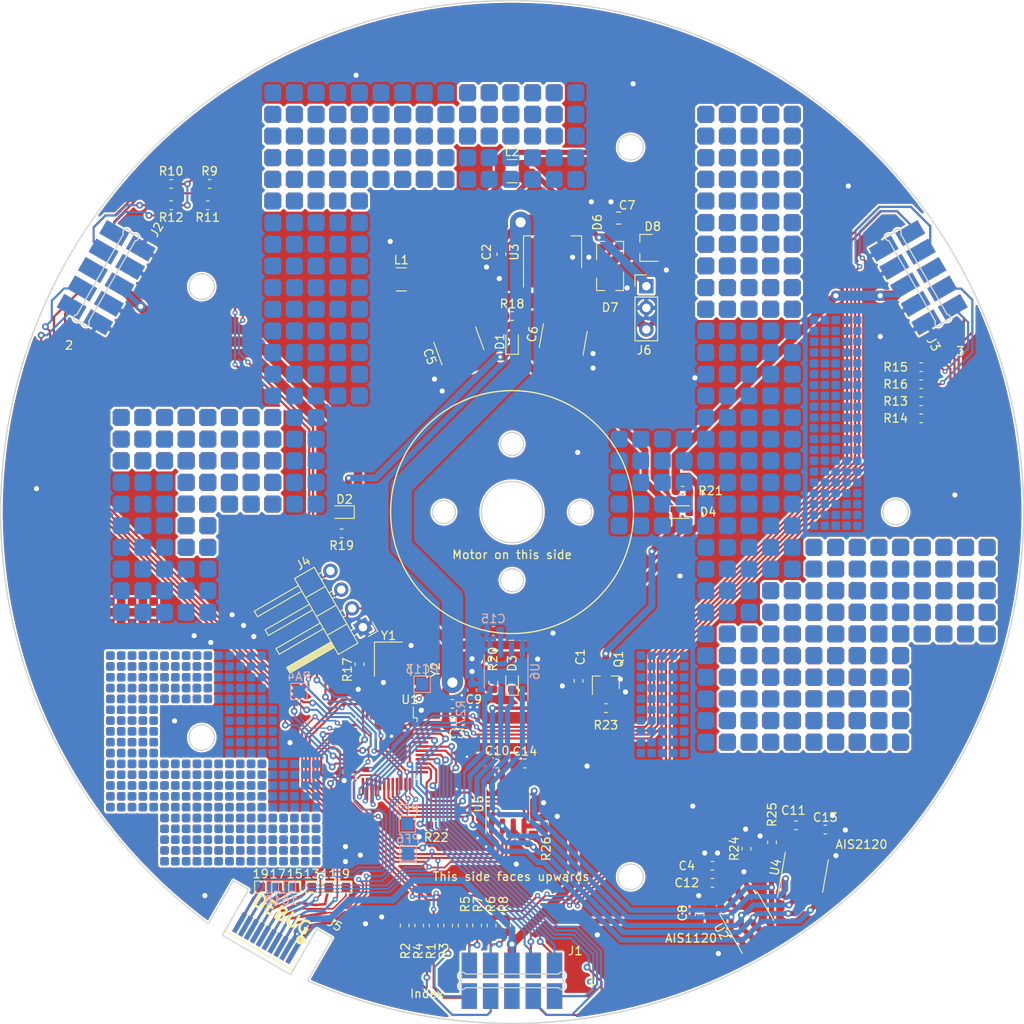
<source format=kicad_pcb>
(kicad_pcb (version 20201002) (generator pcbnew)

  (general
    (thickness 1.6)
  )

  (paper "A4")
  (layers
    (0 "F.Cu" signal)
    (31 "B.Cu" signal)
    (32 "B.Adhes" user "B.Adhesive")
    (33 "F.Adhes" user "F.Adhesive")
    (34 "B.Paste" user)
    (35 "F.Paste" user)
    (36 "B.SilkS" user "B.Silkscreen")
    (37 "F.SilkS" user "F.Silkscreen")
    (38 "B.Mask" user)
    (39 "F.Mask" user)
    (40 "Dwgs.User" user "User.Drawings")
    (41 "Cmts.User" user "User.Comments")
    (42 "Eco1.User" user "User.Eco1")
    (43 "Eco2.User" user "User.Eco2")
    (44 "Edge.Cuts" user)
    (45 "Margin" user)
    (46 "B.CrtYd" user "B.Courtyard")
    (47 "F.CrtYd" user "F.Courtyard")
    (48 "B.Fab" user)
    (49 "F.Fab" user)
  )

  (setup
    (stackup
      (layer "F.SilkS" (type "Top Silk Screen"))
      (layer "F.Paste" (type "Top Solder Paste"))
      (layer "F.Mask" (type "Top Solder Mask") (color "Green") (thickness 0.01))
      (layer "F.Cu" (type "copper") (thickness 0.035))
      (layer "dielectric 1" (type "core") (thickness 1.51) (material "FR4") (epsilon_r 4.5) (loss_tangent 0.02))
      (layer "B.Cu" (type "copper") (thickness 0.035))
      (layer "B.Mask" (type "Bottom Solder Mask") (color "Green") (thickness 0.01))
      (layer "B.Paste" (type "Bottom Solder Paste"))
      (layer "B.SilkS" (type "Bottom Silk Screen"))
      (copper_finish "None")
      (dielectric_constraints no)
    )
    (grid_origin 130.2 146.5)
    (pcbplotparams
      (layerselection 0x00010fc_ffffffff)
      (usegerberextensions false)
      (usegerberattributes true)
      (usegerberadvancedattributes true)
      (creategerberjobfile true)
      (svguseinch false)
      (svgprecision 6)
      (excludeedgelayer true)
      (linewidth 0.100000)
      (plotframeref false)
      (viasonmask false)
      (mode 1)
      (useauxorigin false)
      (hpglpennumber 1)
      (hpglpenspeed 20)
      (hpglpendiameter 15.000000)
      (psnegative false)
      (psa4output false)
      (plotreference true)
      (plotvalue true)
      (plotinvisibletext false)
      (sketchpadsonfab false)
      (subtractmaskfromsilk false)
      (outputformat 1)
      (mirror false)
      (drillshape 0)
      (scaleselection 1)
      (outputdirectory "gerber")
    )
  )


  (net 0 "")
  (net 1 "GND")
  (net 2 "+3V3")
  (net 3 "Net-(C4-Pad1)")
  (net 4 "/DC_PREREG")
  (net 5 "Net-(D1-Pad2)")
  (net 6 "Net-(D2-Pad2)")
  (net 7 "Net-(D3-Pad2)")
  (net 8 "Net-(D4-Pad2)")
  (net 9 "/AC_IN_B")
  (net 10 "/AC_IN_A")
  (net 11 "/mesh_vert0up_0s")
  (net 12 "/mesh_vert0up_1s")
  (net 13 "/mesh_vert0up_1r")
  (net 14 "/mesh_vert0up_0r")
  (net 15 "/mesh_top_0r")
  (net 16 "/mesh_top_1r")
  (net 17 "/mesh_top_1s")
  (net 18 "/mesh_top_0s")
  (net 19 "Net-(J1-Pad3)")
  (net 20 "Net-(J1-Pad13)")
  (net 21 "/mesh_vert0dn_0s")
  (net 22 "Net-(J2-Pad3)")
  (net 23 "Net-(J2-Pad13)")
  (net 24 "/mesh_vert0dn_1s")
  (net 25 "/mesh_vert0dn_1r")
  (net 26 "/mesh_vert0dn_0r")
  (net 27 "/mesh_bot_0r")
  (net 28 "/mesh_bot_1r")
  (net 29 "Net-(J3-Pad3)")
  (net 30 "Net-(J3-Pad13)")
  (net 31 "/mesh_bot_1s")
  (net 32 "/mesh_bot_0s")
  (net 33 "/mesh_vert1up_0s")
  (net 34 "/mesh_vert1up_1s")
  (net 35 "/mesh_vert1up_1r")
  (net 36 "/mesh_vert1up_0r")
  (net 37 "/mesh_vert1dn_0s")
  (net 38 "/mesh_vert1dn_1s")
  (net 39 "/mesh_vert1dn_1r")
  (net 40 "/mesh_vert1dn_0r")
  (net 41 "/mesh_vert2up_0s")
  (net 42 "/mesh_vert2up_1s")
  (net 43 "/mesh_vert2up_1r")
  (net 44 "/mesh_vert2up_0r")
  (net 45 "/mesh_vert2dn_0s")
  (net 46 "/mesh_vert2dn_1s")
  (net 47 "/mesh_vert2dn_1r")
  (net 48 "/mesh_vert2dn_0r")
  (net 49 "/SWCLK")
  (net 50 "/SWDIO")
  (net 51 "/mesh_global_stim_0s")
  (net 52 "/mesh_global_stim_1s")
  (net 53 "/LED_TX")
  (net 54 "Net-(TP1-Pad1)")
  (net 55 "Net-(TP2-Pad1)")
  (net 56 "Net-(TP3-Pad1)")
  (net 57 "/DBG_SENSE")
  (net 58 "/MOSI")
  (net 59 "/MISO")
  (net 60 "/SCK")
  (net 61 "/DBG_RX")
  (net 62 "/DBG_TX")
  (net 63 "/XT_HSE_B")
  (net 64 "/XT_HSE_A")
  (net 65 "/XT_LSE_B")
  (net 66 "/XT_LSE_A")
  (net 67 "Net-(TP4-Pad1)")
  (net 68 "Net-(C13-Pad1)")
  (net 69 "Net-(C14-Pad1)")
  (net 70 "Net-(C15-Pad1)")
  (net 71 "/~AIS_CS1")
  (net 72 "/~AIS_CS2")
  (net 73 "/~AIS_CS3")
  (net 74 "/~AIS_CS4")
  (net 75 "Net-(D1-Pad1)")
  (net 76 "Net-(Q1-Pad1)")
  (net 77 "/~STM_RST")
  (net 78 "/BOOT0")
  (net 79 "Net-(J5-Pad19)")
  (net 80 "Net-(J5-Pad18)")
  (net 81 "Net-(J5-Pad17)")
  (net 82 "Net-(J5-Pad16)")
  (net 83 "Net-(J5-Pad15)")
  (net 84 "Net-(J5-Pad13)")
  (net 85 "Net-(J5-Pad11)")
  (net 86 "Net-(J5-Pad9)")

  (module "Resistor_SMD:R_0603_1608Metric" (layer "F.Cu") (tedit 5B301BBD) (tstamp 0030cca1-9e37-4d03-b81b-3d50a8e5848f)
    (at 144.2 148.5 -90)
    (descr "Resistor SMD 0603 (1608 Metric), square (rectangular) end terminal, IPC_7351 nominal, (Body size source: http://www.tortai-tech.com/upload/download/2011102023233369053.pdf), generated with kicad-footprint-generator")
    (tags "resistor")
    (property "Reichelt" "Stock")
    (property "Sheet file" "/home/user/research/rotohsm/prototype/mech_pcbs/rotor_base_pcb/rotor_base_pcb.kicad_sch")
    (property "Sheet name" "")
    (path "/61f19ebe-0ac5-4fe8-b7f0-91569091e23e")
    (attr smd)
    (fp_text reference "R5" (at -2.5 -0.3 90) (layer "F.SilkS")
      (effects (font (size 1 1) (thickness 0.15)))
      (tstamp 0240228c-5741-4203-8b1a-b5e210381551)
    )
    (fp_text value "0" (at 0 1.43 90) (layer "F.Fab")
      (effects (font (size 1 1) (thickness 0.15)))
      (tstamp 494c99d1-8d06-4bcd-a800-dee52ece3918)
    )
    (fp_text user "${REFERENCE}" (at 0 0 90) (layer "F.Fab")
      (effects (font (size 0.4 0.4) (thickness 0.06)))
      (tstamp f9731ee6-f0c5-47c1-8480-863dcdbef0b6)
    )
    (fp_line (start -0.162779 -0.51) (end 0.162779 -0.51) (layer "F.SilkS") (width 0.12) (tstamp 571fbc79-3820-48a7-948e-5577186f9abc))
    (fp_line (start -0.162779 0.51) (end 0.162779 0.51) (layer "F.SilkS") (width 0.12) (tstamp 66faa2f9-768b-4cd7-8711-182075787a3b))
    (fp_line (start -1.48 -0.73) (end 1.48 -0.73) (layer "F.CrtYd") (width 0.05) (tstamp 1d741510-3946-4669-b8e7-882068d0b7b8))
    (fp_line (start -1.48 0.73) (end -1.48 -0.73) (layer "F.CrtYd") (width 0.05) (tstamp 31428b17-05f2-40a0-860c-c79c8f22b84f))
    (fp_line (start 1.48 0.73) (end -1.48 0.73) (layer "F.CrtYd") (width 0.05) (tstamp 851a66f0-f757-4564-b04b-65ebf696cc36))
    (fp_line (start 1.48 -0.73) (end 1.48 0.73) (layer "F.CrtYd") (width 0.05) (tstamp d15ed120-23fb-4ed0-8571-a09a9f07bb4d))
    (fp_line (start -0.8 0.4) (end -0.8 -0.4) (layer "F.Fab") (width 0.1) (tstamp 545fcbe3-fbf5-48f6-ab66-af70e4a3af81))
    (fp_line (start 0.8 0.4) (end -0.8 0.4) (layer "F.Fab") (width 0.1) (tstamp d0e12057-9e9f-495b-9044-d56eb00f380b))
    (fp_line (start 0.8 -0.4) (end 0.8 0.4) (layer "F.Fab") (width 0.1) (tstamp e8a5e9c1-f119-4e70-89d7-cae52f7951cc))
    (fp_line (start -0.8 -0.4) (end 0.8 -0.4) (layer "F.Fab") (width 0.1) (tstamp f088be0a-2bf9-425a-a247-69983cb31ea2))
    (pad "1" smd roundrect (at -0.7875 0 270) (size 0.875 0.95) (layers "F.Cu" "F.Paste" "F.Mask") (roundrect_rratio 0.25)
      (net 51 "/mesh_global_stim_0s") (tstamp adb952be-4041-4103-b7f9-cb6af024063b))
    (pad "2" smd roundrect (at 0.7875 0 270) (size 0.875 0.95) (layers "F.Cu" "F.Paste" "F.Mask") (roundrect_rratio 0.25)
      (net 18 "/mesh_top_0s") (tstamp 82833057-5f4c-460d-9ca4-ebb22063cd63))
    (model "${KISYS3DMOD}/Resistor_SMD.3dshapes/R_0603_1608Metric.wrl"
      (offset (xyz 0 0 0))
      (scale (xyz 1 1 1))
      (rotate (xyz 0 0 0))
    )
  )

  (module "Resistor_SMD:R_0603_1608Metric" (layer "F.Cu") (tedit 5B301BBD) (tstamp 01b3040b-e05f-48b3-9a27-bb9b847bb9bd)
    (at 198 83)
    (descr "Resistor SMD 0603 (1608 Metric), square (rectangular) end terminal, IPC_7351 nominal, (Body size source: http://www.tortai-tech.com/upload/download/2011102023233369053.pdf), generated with kicad-footprint-generator")
    (tags "resistor")
    (property "Reichelt" "Stock")
    (property "Sheet file" "/home/user/research/rotohsm/prototype/mech_pcbs/rotor_base_pcb/rotor_base_pcb.kicad_sch")
    (property "Sheet name" "")
    (path "/5cf9b135-1ca8-48a6-8df3-29e6d5949c89")
    (attr smd)
    (fp_text reference "R15" (at -3 0) (layer "F.SilkS")
      (effects (font (size 1 1) (thickness 0.15)))
      (tstamp 6592b437-19ee-41a5-b6c1-aab6f252b8b5)
    )
    (fp_text value "0" (at 0 1.43) (layer "F.Fab")
      (effects (font (size 1 1) (thickness 0.15)))
      (tstamp 1ffc3bae-5cbd-415f-b61f-e5575317b344)
    )
    (fp_text user "${REFERENCE}" (at 0 0) (layer "F.Fab")
      (effects (font (size 0.4 0.4) (thickness 0.06)))
      (tstamp 7ebf1744-21ee-43d8-a232-695c73c0e2f2)
    )
    (fp_line (start -0.162779 0.51) (end 0.162779 0.51) (layer "F.SilkS") (width 0.12) (tstamp 2d4893c4-46c9-4553-9aa0-1e4a8bbfb83f))
    (fp_line (start -0.162779 -0.51) (end 0.162779 -0.51) (layer "F.SilkS") (width 0.12) (tstamp f2348551-65d8-49dd-a50c-f7ed17395a51))
    (fp_line (start 1.48 0.73) (end -1.48 0.73) (layer "F.CrtYd") (width 0.05) (tstamp 5b8e3b0d-b549-463b-bc0a-adca3b4d3aa9))
    (fp_line (start -1.48 0.73) (end -1.48 -0.73) (layer "F.CrtYd") (width 0.05) (tstamp 786e7eaa-8ac1-45d6-91db-f3bb34ae2147))
    (fp_line (start -1.48 -0.73) (end 1.48 -0.73) (layer "F.CrtYd") (width 0.05) (tstamp 977e148d-da6b-4db1-8221-e9d2d6550e98))
    (fp_line (start 1.48 -0.73) (end 1.48 0.73) (layer "F.CrtYd") (width 0.05) (tstamp af516cd1-9c8c-450c-8756-e7353f8cd030))
    (fp_line (start 0.8 -0.4) (end 0.8 0.4) (layer "F.Fab") (width 0.1) (tstamp 0ef39109-e592-4d2a-89ca-8e4a5e9ba46d))
    (fp_line (start -0.8 0.4) (end -0.8 -0.4) (layer "F.Fab") (width 0.1) (tstamp 766eaaca-3f62-468d-a483-b208d6758ec0))
    (fp_line (start 0.8 0.4) (end -0.8 0.4) (layer "F.Fab") (width 0.1) (tstamp 8d525ba2-2b4d-46b4-a044-be2717b3a984))
    (fp_line (start -0.8 -0.4) (end 0.8 -0.4) (layer "F.Fab") (width 0.1) (tstamp e4d0fdbf-b157-4be8-b308-3df04e2e280e))
    (pad "1" smd roundrect (at -0.7875 0) (size 0.875 0.95) (layers "F.Cu" "F.Paste" "F.Mask") (roundrect_rratio 0.25)
      (net 51 "/mesh_global_stim_0s") (tstamp ac7b2888-e4a3-4ca4-b3f4-c9446f0e65dc))
    (pad "2" smd roundrect (at 0.7875 0) (size 0.875 0.95) (layers "F.Cu" "F.Paste" "F.Mask") (roundrect_rratio 0.25)
      (net 45 "/mesh_vert2dn_0s") (tstamp d5c13bdd-c5a4-4c28-8f19-5ee15c8331f0))
    (model "${KISYS3DMOD}/Resistor_SMD.3dshapes/R_0603_1608Metric.wrl"
      (offset (xyz 0 0 0))
      (scale (xyz 1 1 1))
      (rotate (xyz 0 0 0))
    )
  )

  (module "Package_SO:SO-8_3.9x4.9mm_P1.27mm" (layer "F.Cu") (tedit 5C509AD1) (tstamp 066c9a90-9350-41f0-ad84-21ee45290216)
    (at 149.5 134.25 90)
    (descr "SO, 8 Pin (https://www.nxp.com/docs/en/data-sheet/PCF8523.pdf), generated with kicad-footprint-generator ipc_gullwing_generator.py")
    (tags "SO SO")
    (property "Reichelt" "Stock (TBD)")
    (property "Sheet file" "/home/user/research/rotohsm/prototype/mech_pcbs/rotor_base_pcb/rotor_base_pcb.kicad_sch")
    (property "Sheet name" "")
    (path "/7a0d0b5b-1bd2-4cc3-a5a0-d174fe6f3ae2")
    (attr smd)
    (fp_text reference "U5" (at 0 -3.4 90) (layer "F.SilkS")
      (effects (font (size 1 1) (thickness 0.15)))
      (tstamp 90b233d6-8dd2-410e-aee6-2272541b8b14)
    )
    (fp_text value "AIS1120SX" (at 0 3.4 90) (layer "F.Fab")
      (effects (font (size 1 1) (thickness 0.15)))
      (tstamp 8f9e5192-95a7-4eab-befe-4171c8164690)
    )
    (fp_text user "${REFERENCE}" (at 0 0 90) (layer "F.Fab")
      (effects (font (size 0.98 0.98) (thickness 0.15)))
      (tstamp 6e06573f-29b9-4290-bf36-69c951fcb081)
    )
    (fp_line (start 0 -2.56) (end 1.95 -2.56) (layer "F.SilkS") (width 0.12) (tstamp 150761a3-0ec6-409e-803a-173b9e44b66d))
    (fp_line (start 0 2.56) (end 1.95 2.56) (layer "F.SilkS") (width 0.12) (tstamp b567f7ae-d4ab-4db5-9998-d1ff64d4e661))
    (fp_line (start 0 2.56) (end -1.95 2.56) (layer "F.SilkS") (width 0.12) (tstamp bfa6a967-94b7-4a66-89e2-5eaf09e4a86b))
    (fp_line (start 0 -2.56) (end -3.45 -2.56) (layer "F.SilkS") (width 0.12) (tstamp c86ea067-d4cd-43c9-a7ae-3e865acd2dd8))
    (fp_line (start -3.7 2.7) (end 3.7 2.7) (layer "F.CrtYd") (width 0.05) (tstamp b65922a7-052e-4c7f-8e24-ee50368ac0b3))
    (fp_line (start 3.7 -2.7) (end -3.7 -2.7) (layer "F.CrtYd") (width 0.05) (tstamp c05becfd-92d8-4db8-8128-483c075c1806))
    (fp_line (start 3.7 2.7) (end 3.7 -2.7) (layer "F.CrtYd") (width 0.05) (tstamp c9290d68-dbd6-4c35-a7ff-67aa2fcf75a8))
    (fp_line (start -3.7 -2.7) (end -3.7 2.7) (layer "F.CrtYd") (width 0.05) (tstamp ec83bbb2-9f2d-448b-a666-4003df2d273e))
    (fp_line (start -1.95 2.45) (end -1.95 -1.475) (layer "F.Fab") (width 0.1) (tstamp 22126fa2-00ba-45c8-b575-4fe3ee0f2718))
    (fp_line (start 1.95 2.45) (end -1.95 2.45) (layer "F.Fab") (width 0.1) (tstamp 98791076-f04c-4552-9a15-df54008eb004))
    (fp_line (start 1.95 -2.45) (end 1.95 2.45) (layer "F.Fab") (width 0.1) (tstamp cf9799f7-ed0d-4a2a-91d3-6201a1fd8084))
    (fp_line (start -1.95 -1.475) (end -0.975 -2.45) (layer "F.Fab") (width 0.1) (tstamp d38443ae-b07c-436c-8b32-b4d362f0d4ab))
    (fp_line (start -0.975 -2.45) (end 1.95 -2.45) (layer "F.Fab") (width 0.1) (tstamp e79a88c3-63ef-4ce3-b02b-6438edde1169))
    (pad "1" smd roundrect (at -2.575 -1.905 90) (size 1.75 0.6) (layers "F.Cu" "F.Paste" "F.Mask") (roundrect_rratio 0.25)
      (net 60 "/SCK") (pinfunction "SCL") (tstamp 26e105ab-ebe5-46f3-9c00-5bc8c73d82a8))
    (pad "2" smd roundrect (at -2.575 -0.635 90) (size 1.75 0.6) (layers "F.Cu" "F.Paste" "F.Mask") (roundrect_rratio 0.25)
      (net 58 "/MOSI") (pinfunction "SDI") (tstamp 7deeaf64-e678-49f1-b1a5-10ba0369a3b5))
    (pad "3" smd roundrect (at -2.575 0.635 90) (size 1.75 0.6) (layers "F.Cu" "F.Paste" "F.Mask") (roundrect_rratio 0.25)
      (net 59 "/MISO") (pinfunction "SDO") (tstamp 53e3a129-c41b-4ecb-9be3-5af79a651b09))
    (pad "4" smd roundrect (at -2.575 1.905 90) (size 1.75 0.6) (layers "F.Cu" "F.Paste" "F.Mask") (roundrect_rratio 0.25)
      (net 73 "/~AIS_CS3") (pinfunction "CS") (tstamp de603224-b93c-49c9-866b-1c62c2c3276c))
    (pad "5" smd roundrect (at 2.575 1.905 90) (size 1.75 0.6) (layers "F.Cu" "F.Paste" "F.Mask") (roundrect_rratio 0.25)
      (net 1 "GND") (pinfunction "GND") (tstamp fed33bf7-6115-425a-81c0-cc71e7dace73))
    (pad "6" smd roundrect (at 2.575 0.635 90) (size 1.75 0.6) (layers "F.Cu" "F.Paste" "F.Mask") (roundrect_rratio 0.25)
      (net 69 "Net-(C14-Pad1)") (pinfunction "VREG") (tstamp 75df39e3-8081-4f0f-95b0-9203859f509d))
    (pad "7" smd roundrect (at 2.575 -0.635 90) (size 1.75 0.6) (layers "F.Cu" "F.Paste" "F.Mask") (roundrect_rratio 0.25)
      (net 2 "+3V3") (pinfunction "VDD") (tstamp 603eb265-dc65-4d61-8fd0-35e59736d4db))
    (pad "8" smd roundrect (at 2.575 -1.905 90) (size 1.75 0.6) (layers "F.Cu" "F.Paste" "F.Mask") (roundrect_rratio 0.25)
      (net 1 "GND") (pinfunction "MP") (tstamp 49be4cd1-9aa4-4bc3-bab5-2df64e5b67d7))
    (model "${KISYS3DMOD}/Package_SO.3dshapes/SO-8_3.9x4.9mm_P1.27mm.wrl"
      (offset (xyz 0 0 0))
      (scale (xyz 1 1 1))
      (rotate (xyz 0 0 0))
    )
  )

  (module "Resistor_SMD:R_0603_1608Metric" (layer "F.Cu") (tedit 5B301BBD) (tstamp 0a44c48b-df19-47e8-b0ed-ff131e6ce16c)
    (at 149.3 148.5 -90)
    (descr "Resistor SMD 0603 (1608 Metric), square (rectangular) end terminal, IPC_7351 nominal, (Body size source: http://www.tortai-tech.com/upload/download/2011102023233369053.pdf), generated with kicad-footprint-generator")
    (tags "resistor")
    (property "Reichelt" "Stock")
    (property "Sheet file" "/home/user/research/rotohsm/prototype/mech_pcbs/rotor_base_pcb/rotor_base_pcb.kicad_sch")
    (property "Sheet name" "")
    (path "/c47d523e-a80c-48c2-a3c9-6a9c96e3ddc6")
    (attr smd)
    (fp_text reference "R8" (at -2.5 0.3 90) (layer "F.SilkS")
      (effects (font (size 1 1) (thickness 0.15)))
      (tstamp 12dbb2c5-6d0b-42b5-a88f-f7bbbe07bc79)
    )
    (fp_text value "0" (at 0 1.43 90) (layer "F.Fab")
      (effects (font (size 1 1) (thickness 0.15)))
      (tstamp 929f49ae-ac2e-47fb-a6f1-5f7e44c43589)
    )
    (fp_text user "${REFERENCE}" (at 0 0 90) (layer "F.Fab")
      (effects (font (size 0.4 0.4) (thickness 0.06)))
      (tstamp ca763d7a-76f6-4bdf-bea2-544ccadc5678)
    )
    (fp_line (start -0.162779 -0.51) (end 0.162779 -0.51) (layer "F.SilkS") (width 0.12) (tstamp 2a1c1a9f-17ab-425a-bc07-b53cad0c7158))
    (fp_line (start -0.162779 0.51) (end 0.162779 0.51) (layer "F.SilkS") (width 0.12) (tstamp 4e44d27a-6de3-440b-9ca9-0133daca3455))
    (fp_line (start 1.48 -0.73) (end 1.48 0.73) (layer "F.CrtYd") (width 0.05) (tstamp 2e3605d3-8b27-4fc4-9835-b7838876f5fb))
    (fp_line (start -1.48 0.73) (end -1.48 -0.73) (layer "F.CrtYd") (width 0.05) (tstamp a0d163be-b27c-4f06-9f51-c8e89ae12028))
    (fp_line (start 1.48 0.73) (end -1.48 0.73) (layer "F.CrtYd") (width 0.05) (tstamp a3b39d80-75f0-453c-adec-b32e8eb67ea7))
    (fp_line (start -1.48 -0.73) (end 1.48 -0.73) (layer "F.CrtYd") (width 0.05) (tstamp e29c2ae6-eae1-4ecb-9f5f-2c9c0145fca0))
    (fp_line (start -0.8 -0.4) (end 0.8 -0.4) (layer "F.Fab") (width 0.1) (tstamp 02daf059-6da1-4364-9275-bfa23240aec2))
    (fp_line (start -0.8 0.4) (end -0.8 -0.4) (layer "F.Fab") (width 0.1) (tstamp 0d560913-4951-4f85-b4f5-cf97d0d5dbce))
    (fp_line (start 0.8 0.4) (end -0.8 0.4) (layer "F.Fab") (width 0.1) (tstamp 68d02529-f09d-49f4-a52f-6a587300546b))
    (fp_line (start 0.8 -0.4) (end 0.8 0.4) (layer "F.Fab") (width 0.1) (tstamp 9ee05ead-e085-4797-9697-7a7de833b631))
    (pad "1" smd roundrect (at -0.7875 0 270) (size 0.875 0.95) (layers "F.Cu" "F.Paste" "F.Mask") (roundrect_rratio 0.25)
      (net 52 "/mesh_global_stim_1s") (tstamp df05cebc-8d6f-4bb4-bcb9-33229cf3316c))
    (pad "2" smd roundrect (at 0.7875 0 270) (size 0.875 0.95) (layers "F.Cu" "F.Paste" "F.Mask") (roundrect_rratio 0.25)
      (net 31 "/mesh_bot_1s") (tstamp 69bdcb64-b624-4210-9a88-b5ab9f50781b))
    (model "${KISYS3DMOD}/Resistor_SMD.3dshapes/R_0603_1608Metric.wrl"
      (offset (xyz 0 0 0))
      (scale (xyz 1 1 1))
      (rotate (xyz 0 0 0))
    )
  )

  (module "common_footprints:5x5_proto_array_1.27" (layer "F.Cu") (tedit 5F805F0D) (tstamp 0fd7f840-98b0-4b83-9926-7bde00f74d42)
    (at 111.76 132.08)
    (attr through_hole)
    (fp_text reference "REF**" (at 0 -0.5 unlocked) (layer "F.SilkS") hide
      (effects (font (size 1 1) (thickness 0.15)))
      (tstamp f9bf0039-7c77-4718-8d04-9a41cd50d135)
    )
    (fp_text value "5x5_proto_array_1.27" (at 0 1 unlocked) (layer "F.Fab") hide
      (effects (font (size 1 1) (thickness 0.15)))
      (tstamp a2466d2e-21c0-4f7f-b7e4-4431d122b469)
    )
    (pad "0" smd roundrect (at -2.54 2.54) (size 1 1) (layers "F.Cu" "F.Mask") (roundrect_rratio 0.25)
      (chamfer_ratio 0.15) (chamfer top_left top_right bottom_left bottom_right) (tstamp 5f851ff6-f92b-42dd-96ba-fea828cfaaa6))
    (pad "0" smd roundrect (at -2.54 -2.54) (size 1 1) (layers "F.Cu" "F.Mask") (roundrect_rratio 0.25)
      (chamfer_ratio 0.15) (chamfer top_left top_right bottom_left bottom_right) (tstamp 9c35f6be-e976-4450-9657-bc06f98a51aa))
    (pad "0" smd roundrect (at -2.54 -1.27) (size 1 1) (layers "F.Cu" "F.Mask") (roundrect_rratio 0.25)
      (chamfer_ratio 0.15) (chamfer top_left top_right bottom_left bottom_right) (tstamp a40d34e1-eaea-41ad-b466-834ef6fadb99))
    (pad "0" smd roundrect (at -2.54 0) (size 1 1) (layers "F.Cu" "F.Mask") (roundrect_rratio 0.25)
      (chamfer_ratio 0.15) (chamfer top_left top_right bottom_left bottom_right) (tstamp bd19c19b-19dd-49a7-bbc3-e778712194a3))
    (pad "0" smd roundrect (at -2.54 1.27) (size 1 1) (layers "F.Cu" "F.Mask") (roundrect_rratio 0.25)
      (chamfer_ratio 0.15) (chamfer top_left top_right bottom_left bottom_right) (tstamp e26a034a-31ab-45da-8f67-341b44e7e573))
    (pad "1" smd roundrect (at -1.27 2.54) (size 1 1) (layers "F.Cu" "F.Mask") (roundrect_rratio 0.25)
      (chamfer_ratio 0.15) (chamfer top_left top_right bottom_left bottom_right) (tstamp 193cd745-1929-4fca-b271-3cc5feebe1a0))
    (pad "1" smd roundrect (at -1.27 1.27) (size 1 1) (layers "F.Cu" "F.Mask") (roundrect_rratio 0.25)
      (chamfer_ratio 0.15) (chamfer top_left top_right bottom_left bottom_right) (tstamp 45b6c670-97d2-4d69-af57-ccbe11bf9ef4))
    (pad "1" smd roundrect (at -1.27 -2.54) (size 1 1) (layers "F.Cu" "F.Mask") (roundrect_rratio 0.25)
      (chamfer_ratio 0.15) (chamfer top_left top_right bottom_left bottom_right) (tstamp 948cbe89-048a-4599-a626-a8b819bf3667))
    (pad "1" smd roundrect (at -1.27 0) (size 1 1) (layers "F.Cu" "F.Mask") (roundrect_rratio 0.25)
      (chamfer_ratio 0.15) (chamfer top_left top_right bottom_left bottom_right) (tstamp a8b4877d-368f-49d6-9e53-977515c67b7f))
    (pad "1" smd roundrect (at -1.27 -1.27) (size 1 1) (layers "F.Cu" "F.Mask") (roundrect_rratio 0.25)
      (chamfer_ratio 0.15) (chamfer top_left top_right bottom_left bottom_right) (tstamp f1210cf2-3a92-426b-a7f1-755428f9a06b))
    (pad "2" smd roundrect (at 0 -2.54) (size 1 1) (layers "F.Cu" "F.Mask") (roundrect_rratio 0.25)
      (chamfer_ratio 0.15) (chamfer top_left top_right bottom_left bottom_right) (tstamp 50f98f08-0fc2-4bb2-9be9-be002e426a57))
    (pad "2" smd roundrect (at 0 -1.27) (size 1 1) (layers "F.Cu" "F.Mask") (roundrect_rratio 0.25)
      (chamfer_ratio 0.15) (chamfer top_left top_right bottom_left bottom_right) (tstamp 562b6aaa-d402-4eb0-a4b7-98ab474e74ba))
    (pad "2" smd roundrect (at 0 1.27) (size 1 1) (layers "F.Cu" "F.Mask") (roundrect_rratio 0.25)
      (chamfer_ratio 0.15) (chamfer top_left top_right bottom_left bottom_right) (tstamp 6c8fbf4d-71be-46c7-b7fd-0b0c0924bd2c))
    (pad "2" smd roundrect (at 0 2.54) (size 1 1) (layers "F.Cu" "F.Mask") (roundrect_rratio 0.25)
      (chamfer_ratio 0.15) (chamfer top_left top_right bottom_left bottom_right) (tstamp a7ec6501-3ae8-4fa7-a1c6-c0ded9c9e3e9))
    (pad "2" smd roundrect (at 0 0) (size 1 1) (layers "F.Cu" "F.Mask") (roundrect_rratio 0.25)
      (chamfer_ratio 0.15) (chamfer top_left top_right bottom_left bottom_right) (tstamp c3e1e8d9-5cab-4186-9395-1e9f4ac586f8))
    (pad "3" smd roundrect (at 1.27 2.54) (size 1 1) (layers "F.Cu" "F.Mask") (roundrect_rratio 0.25)
      (chamfer_ratio 0.15) (chamfer top_left top_right bottom_left bottom_right) (tstamp 71378965-6bf9-493e-95a1-228e4f8fe866))
    (pad "3" smd roundrect (at 1.27 0) (size 1 1) (layers "F.Cu" "F.Mask") (roundrect_rratio 0.25)
      (chamfer_ratio 0.15) (chamfer top_left top_right bottom_left bottom_right) (tstamp 923175c0-7b43-41bf-bcd5-577aeb53d8a3))
    (pad "3" smd roundrect (at 1.27 1.27) (size 1 1) (layers "F.Cu" "F.Mask") (roundrect_rratio 0.25)
      (chamfer_ratio 0.15) (chamfer top_left top_right bottom_left bottom_right) (tstamp ef6ab8e7-c13f-4c46-9a90-031c1a916898))
    (pad "3" smd roundrect (at 1.27 -2.54) (size 1 1) (layers "F.Cu" "F.Mask") (roundrect_rratio 0.25)
      (chamfer_ratio 0.15) (chamfer top_left top_right bottom_left bottom_right) (tstamp f47863ed-083c-49c3-b9b0-b5f0b7916d25))
    (pad "3" smd roundrect (at 1.27 -1.27) (size 1 1) (layers "F.Cu" "F.Mask") (roundrect_rratio 0.25)
      (chamfer_ratio 0.15) (chamfer top_left top_right bottom_left bottom_right) (tstamp ff3c2b11-e002-4ecc-89f0-7e11185376fa))
    (pad "4" smd roundrect (at 2.54 -2.54) (size 1 1) (layers "F.Cu" "F.Mask") (roundrect_rratio 0.25)
      (chamfer_ratio 0.15) (chamfer top_left top_right bottom_left bottom_right) (tstamp 2b45a8c7-5ae1-4c98-8273-d3da5418feb4))
    (pad "4" smd roundrect (at 2.54 0) (size 1 1) (layers "F.Cu" "F.Mask") (roundrect_rratio 0.25)
      (chamfer_ratio 0.15) (chamfer top_left top_right bottom_left bottom_right) (tstamp 44d859a6-5fc9-4b31-ae4e-04492a337a11))
    (pad "4" smd roundrect (at 2.54 1.27) (size 1 1) (layers "F.Cu" "F.Mask") (roundrect_rratio 0.25)
      (chamfer_ratio 0.15) (chamfer top_left top_right bottom_left bottom_right) (tstamp 47a4a805-86fd-414c-a791-509ac76592bd))
    (pad "4" smd roundrect (at 2.54 2.54) (size 1 1) (layers "F.Cu" "F.Mask") (roundrect_rratio 0.25)
      (chamfer_ratio 0.15) (chamfer top_left top_right bottom_left bottom_right) (tstamp 81688c0b-caf6-49ed-a583-b8ab7d9bc0f7))
    (pad "4" smd roundrect (at 2.54 -1.27) (size 1 1) (layers "F.Cu" "F.Mask") (roundrect_rratio 0.25)
      (chamfer_ratio 0.15) (chamfer top_left top_right bottom_left bottom_right) (tstamp ea33b076-b975-407e-a97e-bd7f9541103b))
  )

  (module "Capacitor_SMD:C_0603_1608Metric" (layer "F.Cu") (tedit 5B301BBE) (tstamp 1456e116-33d8-4df6-84a5-06083aba6b03)
    (at 173.5 143.5 180)
    (descr "Capacitor SMD 0603 (1608 Metric), square (rectangular) end terminal, IPC_7351 nominal, (Body size source: http://www.tortai-tech.com/upload/download/2011102023233369053.pdf), generated with kicad-footprint-generator")
    (tags "capacitor")
    (property "Reichelt" "X7R-G0603 100N")
    (property "Sheet file" "/home/user/research/rotohsm/prototype/mech_pcbs/rotor_base_pcb/rotor_base_pcb.kicad_sch")
    (property "Sheet name" "")
    (path "/66f86923-ef92-42a1-922e-41f32db77f54")
    (attr smd)
    (fp_text reference "C12" (at 3 0) (layer "F.SilkS")
      (effects (font (size 1 1) (thickness 0.15)))
      (tstamp be1f3e9f-4b26-4183-b31a-fdc74417bba2)
    )
    (fp_text value "100n" (at 0 1.43) (layer "F.Fab")
      (effects (font (size 1 1) (thickness 0.15)))
      (tstamp 761efba8-c66f-4f14-bccd-c5fa6d3fff1f)
    )
    (fp_text user "${REFERENCE}" (at 0 0) (layer "F.Fab")
      (effects (font (size 0.4 0.4) (thickness 0.06)))
      (tstamp 4b1ff772-090f-4396-94b7-bce416b713a4)
    )
    (fp_line (start -0.162779 -0.51) (end 0.162779 -0.51) (layer "F.SilkS") (width 0.12) (tstamp 21ed1746-72a9-4547-a3f2-f53d38bb7a1e))
    (fp_line (start -0.162779 0.51) (end 0.162779 0.51) (layer "F.SilkS") (width 0.12) (tstamp c2af6ccc-08e5-4411-a7db-3b7179aec586))
    (fp_line (start 1.48 0.73) (end -1.48 0.73) (layer "F.CrtYd") (width 0.05) (tstamp 691fdcca-151c-430f-bf8b-b85b982299c5))
    (fp_line (start 1.48 -0.73) (end 1.48 0.73) (layer "F.CrtYd") (width 0.05) (tstamp 72e2933d-5dfe-4aa4-8b6b-a98bfce3c079))
    (fp_line (start -1.48 -0.73) (end 1.48 -0.73) (layer "F.CrtYd") (width 0.05) (tstamp a10ebc9b-5eb1-459b-b8c7-1a0fef683819))
    (fp_line (start -1.48 0.73) (end -1.48 -0.73) (layer "F.CrtYd") (width 0.05) (tstamp fad550dd-4223-4e41-a433-6c1479d519be))
    (fp_line (start 0.8 0.4) (end -0.8 0.4) (layer "F.Fab") (width 0.1) (tstamp 5abcfb5b-68ef-40fd-b2b1-47617c639276))
    (fp_line (start -0.8 0.4) (end -0.8 -0.4) (layer "F.Fab") (width 0.1) (tstamp 759cb160-2cd2-43b7-94b9-ac7be38d1388))
    (fp_line (start 0.8 -0.4) (end 0.8 0.4) (layer "F.Fab") (width 0.1) (tstamp 8aa65a2c-975d-4f04-b410-1bad34918465))
    (fp_line (start -0.8 -0.4) (end 0.8 -0.4) (layer "F.Fab") (width 0.1) (tstamp ff9bb5b1-25b1-4323-b1f3-ae7ae91f1c9a))
    (pad "1" smd roundrect (at -0.7875 0 180) (size 0.875 0.95) (layers "F.Cu" "F.Paste" "F.Mask") (roundrect_rratio 0.25)
      (net 2 "+3V3") (tstamp e169bb95-57f8-40f2-b3a0-09a31a841c8f))
    (pad "2" smd roundrect (at 0.7875 0 180) (size 0.875 0.95) (layers "F.Cu" "F.Paste" "F.Mask") (roundrect_rratio 0.25)
      (net 1 "GND") (tstamp 4bc5b079-53f1-4594-ad04-d0b725325ea6))
    (model "${KISYS3DMOD}/Capacitor_SMD.3dshapes/C_0603_1608Metric.wrl"
      (offset (xyz 0 0 0))
      (scale (xyz 1 1 1))
      (rotate (xyz 0 0 0))
    )
  )

  (module "common_footprints:5x5_proto_array_1.27" (layer "F.Cu") (tedit 5F805F0D) (tstamp 15df2d2c-c0ad-4b21-87e5-0059cb029a44)
    (at 99.06 119.38)
    (attr through_hole)
    (fp_text reference "REF**" (at 0 -0.5 unlocked) (layer "F.SilkS") hide
      (effects (font (size 1 1) (thickness 0.15)))
      (tstamp 4781a5a2-14a1-49a1-bdb7-98ca6ba8bc8d)
    )
    (fp_text value "5x5_proto_array_1.27" (at 0 1 unlocked) (layer "F.Fab") hide
      (effects (font (size 1 1) (thickness 0.15)))
      (tstamp ca62c6ec-1d3e-4174-b3e5-f5308844682b)
    )
    (pad "0" smd roundrect (at -2.54 2.54) (size 1 1) (layers "F.Cu" "F.Mask") (roundrect_rratio 0.25)
      (chamfer_ratio 0.15) (chamfer top_left top_right bottom_left bottom_right) (tstamp 6211b74a-94eb-426e-97b4-976f5c051831))
    (pad "0" smd roundrect (at -2.54 1.27) (size 1 1) (layers "F.Cu" "F.Mask") (roundrect_rratio 0.25)
      (chamfer_ratio 0.15) (chamfer top_left top_right bottom_left bottom_right) (tstamp 730beb55-534d-496b-82a5-bed1f5cbf501))
    (pad "0" smd roundrect (at -2.54 0) (size 1 1) (layers "F.Cu" "F.Mask") (roundrect_rratio 0.25)
      (chamfer_ratio 0.15) (chamfer top_left top_right bottom_left bottom_right) (tstamp c39aee68-de0b-4eb1-9584-e38b16ac5007))
    (pad "0" smd roundrect (at -2.54 -2.54) (size 1 1) (layers "F.Cu" "F.Mask") (roundrect_rratio 0.25)
      (chamfer_ratio 0.15) (chamfer top_left top_right bottom_left bottom_right) (tstamp c5d26390-8fa8-4d9c-b03c-0110dc871c69))
    (pad "0" smd roundrect (at -2.54 -1.27) (size 1 1) (layers "F.Cu" "F.Mask") (roundrect_rratio 0.25)
      (chamfer_ratio 0.15) (chamfer top_left top_right bottom_left bottom_right) (tstamp f42e83c9-4a0f-46c6-b401-64a94f1f7047))
    (pad "1" smd roundrect (at -1.27 -1.27) (size 1 1) (layers "F.Cu" "F.Mask") (roundrect_rratio 0.25)
      (chamfer_ratio 0.15) (chamfer top_left top_right bottom_left bottom_right) (tstamp 879b4429-4f17-471b-9b95-bf4cc5517414))
    (pad "1" smd roundrect (at -1.27 1.27) (size 1 1) (layers "F.Cu" "F.Mask") (roundrect_rratio 0.25)
      (chamfer_ratio 0.15) (chamfer top_left top_right bottom_left bottom_right) (tstamp 991bfdb7-f609-42d1-ba4b-8f9ac2a46e3a))
    (pad "1" smd roundrect (at -1.27 2.54) (size 1 1) (layers "F.Cu" "F.Mask") (roundrect_rratio 0.25)
      (chamfer_ratio 0.15) (chamfer top_left top_right bottom_left bottom_right) (tstamp a9da4d0c-0236-4c1a-b5d7-cccb5f625a03))
    (pad "1" smd roundrect (at -1.27 -2.54) (size 1 1) (layers "F.Cu" "F.Mask") (roundrect_rratio 0.25)
      (chamfer_ratio 0.15) (chamfer top_left top_right bottom_left bottom_right) (tstamp d7e467a2-67f6-4ea8-9e7f-4d0b679d12df))
    (pad "1" smd roundrect (at -1.27 0) (size 1 1) (layers "F.Cu" "F.Mask") (roundrect_rratio 0.25)
      (chamfer_ratio 0.15) (chamfer top_left top_right bottom_left bottom_right) (tstamp e74f012e-3ba2-45c3-b607-1425a15845b3))
    (pad "2" smd roundrect (at 0 -1.27) (size 1 1) (layers "F.Cu" "F.Mask") (roundrect_rratio 0.25)
      (chamfer_ratio 0.15) (chamfer top_left top_right bottom_left bottom_right) (tstamp 2366a885-623d-45e0-a467-9c79b4718362))
    (pad "2" smd roundrect (at 0 0) (size 1 1) (layers "F.Cu" "F.Mask") (roundrect_rratio 0.25)
      (chamfer_ratio 0.15) (chamfer top_left top_right bottom_left bottom_right) (tstamp 54c284f3-9154-44de-aef4-1a9131c7f794))
    (pad "2" smd roundrect (at 0 1.27) (size 1 1) (layers "F.Cu" "F.Mask") (roundrect_rratio 0.25)
      (chamfer_ratio 0.15) (chamfer top_left top_right bottom_left bottom_right) (tstamp c6070ee3-7df1-4c2e-9163-f7d5312125bb))
    (pad "2" smd roundrect (at 0 -2.54) (size 1 1) (layers "F.Cu" "F.Mask") (roundrect_rratio 0.25)
      (chamfer_ratio 0.15) (chamfer top_left top_right bottom_left bottom_right) (tstamp e6fb61be-6024-4773-933d-f0a79c399222))
    (pad "2" smd roundrect (at 0 2.54) (size 1 1) (layers "F.Cu" "F.Mask") (roundrect_rratio 0.25)
      (chamfer_ratio 0.15) (chamfer top_left top_right bottom_left bottom_right) (tstamp fa0dedc7-6ecc-4f18-a2a4-b5e09911dcea))
    (pad "3" smd roundrect (at 1.27 2.54) (size 1 1) (layers "F.Cu" "F.Mask") (roundrect_rratio 0.25)
      (chamfer_ratio 0.15) (chamfer top_left top_right bottom_left bottom_right) (tstamp 028337cd-707c-41f3-acac-2b111c4d23ac))
    (pad "3" smd roundrect (at 1.27 -1.27) (size 1 1) (layers "F.Cu" "F.Mask") (roundrect_rratio 0.25)
      (chamfer_ratio 0.15) (chamfer top_left top_right bottom_left bottom_right) (tstamp 330508ff-7320-476a-ae8e-767031a17cb1))
    (pad "3" smd roundrect (at 1.27 -2.54) (size 1 1) (layers "F.Cu" "F.Mask") (roundrect_rratio 0.25)
      (chamfer_ratio 0.15) (chamfer top_left top_right bottom_left bottom_right) (tstamp 3b44348f-9429-4561-bf9f-aa219f7edff9))
    (pad "3" smd roundrect (at 1.27 1.27) (size 1 1) (layers "F.Cu" "F.Mask") (roundrect_rratio 0.25)
      (chamfer_ratio 0.15) (chamfer top_left top_right bottom_left bottom_right) (tstamp 62b9c871-a703-42f4-a0c9-c76ad75f2392))
    (pad "3" smd roundrect (at 1.27 0) (size 1 1) (layers "F.Cu" "F.Mask") (roundrect_rratio 0.25)
      (chamfer_ratio 0.15) (chamfer top_left top_right bottom_left bottom_right) (tstamp d068741f-b878-4df2-869d-8e2c01714657))
    (pad "4" smd roundrect (at 2.54 -1.27) (size 1 1) (layers "F.Cu" "F.Mask") (roundrect_rratio 0.25)
      (chamfer_ratio 0.15) (chamfer top_left top_right bottom_left bottom_right) (tstamp 15a8623e-bf28-4efa-b4e8-8bdb0ea5c9bc))
    (pad "4" smd roundrect (at 2.54 2.54) (size 1 1) (layers "F.Cu" "F.Mask") (roundrect_rratio 0.25)
      (chamfer_ratio 0.15) (chamfer top_left top_right bottom_left bottom_right) (tstamp 2d77ac49-67db-4396-94b0-90f06d5d6960))
    (pad "4" smd roundrect (at 2.54 -2.54) (size 1 1) (layers "F.Cu" "F.Mask") (roundrect_rratio 0.25)
      (chamfer_ratio 0.15) (chamfer top_left top_right bottom_left bottom_right) (tstamp 390fc532-bdc3-4d74-a8ff-6aa42902fcef))
    (pad "4" smd roundrect (at 2.54 1.27) (size 1 1) (layers "F.Cu" "F.Mask") (roundrect_rratio 0.25)
      (chamfer_ratio 0.15) (chamfer top_left top_right bottom_left bottom_right) (tstamp 585d4cb4-3698-44e1-b607-5b9ea2cfca6e))
    (pad "4" smd roundrect (at 2.54 0) (size 1 1) (layers "F.Cu" "F.Mask") (roundrect_rratio 0.25)
      (chamfer_ratio 0.15) (chamfer top_left top_right bottom_left bottom_right) (tstamp c6274074-9fc2-48aa-961a-d28e3c01da68))
  )

  (module "common_footprints:5x5_proto_array_2.54" (layer "F.Cu") (tedit 5F805ECF) (tstamp 18636457-86ab-478d-a029-62a7d9c7c147)
    (at 190.5 119.38)
    (attr through_hole)
    (fp_text reference "REF**" (at 0 -0.5 unlocked) (layer "F.SilkS") hide
      (effects (font (size 1 1) (thickness 0.15)))
      (tstamp c0bf94a3-e67b-4a53-b8cf-05d914c2781c)
    )
    (fp_text value "5x5_proto_array_2.54" (at 0 1 unlocked) (layer "F.Fab") hide
      (effects (font (size 1 1) (thickness 0.15)))
      (tstamp 4c1b8330-cb55-420b-bf2b-38221bb2e1e6)
    )
    (pad "0" smd roundrect (at -5.08 0) (size 2 2) (layers "F.Cu" "F.Mask") (roundrect_rratio 0.25)
      (chamfer_ratio 0.15) (chamfer top_left top_right bottom_left bottom_right) (tstamp 2d6b9500-cf79-4c80-8da9-8ad23c33a8b7))
    (pad "0" smd roundrect (at -5.08 5.08) (size 2 2) (layers "F.Cu" "F.Mask") (roundrect_rratio 0.25)
      (chamfer_ratio 0.15) (chamfer top_left top_right bottom_left bottom_right) (tstamp 35565dd5-5b8e-4d4b-a540-9463b734a777))
    (pad "0" smd roundrect (at -5.08 -2.54) (size 2 2) (layers "F.Cu" "F.Mask") (roundrect_rratio 0.25)
      (chamfer_ratio 0.15) (chamfer top_left top_right bottom_left bottom_right) (tstamp 6208a5fc-3d4e-43ef-bafd-f483e26b6e3d))
    (pad "0" smd roundrect (at -5.08 -5.08) (size 2 2) (layers "F.Cu" "F.Mask") (roundrect_rratio 0.25)
      (chamfer_ratio 0.15) (chamfer top_left top_right bottom_left bottom_right) (tstamp 62fd6632-cd58-4fb9-b0cb-3b2d0c56c640))
    (pad "0" smd roundrect (at -5.08 2.54) (size 2 2) (layers "F.Cu" "F.Mask") (roundrect_rratio 0.25)
      (chamfer_ratio 0.15) (chamfer top_left top_right bottom_left bottom_right) (tstamp d57396db-8bde-4e0f-b629-cdfd8d8c2ff1))
    (pad "1" smd roundrect (at -2.54 -2.54) (size 2 2) (layers "F.Cu" "F.Mask") (roundrect_rratio 0.25)
      (chamfer_ratio 0.15) (chamfer top_left top_right bottom_left bottom_right) (tstamp 238b0ded-7d7c-4c98-a1d2-d748f6fa29eb))
    (pad "1" smd roundrect (at -2.54 -5.08) (size 2 2) (layers "F.Cu" "F.Mask") (roundrect_rratio 0.25)
      (chamfer_ratio 0.15) (chamfer top_left top_right bottom_left bottom_right) (tstamp 4cafb98f-67f8-4820-9efa-8131bdf2fbf4))
    (pad "1" smd roundrect (at -2.54 0) (size 2 2) (layers "F.Cu" "F.Mask") (roundrect_rratio 0.25)
      (chamfer_ratio 0.15) (chamfer top_left top_right bottom_left bottom_right) (tstamp 548088b8-653b-46a5-ba4b-214d24b62d06))
    (pad "1" smd roundrect (at -2.54 2.54) (size 2 2) (layers "F.Cu" "F.Mask") (roundrect_rratio 0.25)
      (chamfer_ratio 0.15) (chamfer top_left top_right bottom_left bottom_right) (tstamp 754aec84-4ee1-4607-9686-2f05b125b8cd))
    (pad "1" smd roundrect (at -2.54 5.08) (size 2 2) (layers "F.Cu" "F.Mask") (roundrect_rratio 0.25)
      (chamfer_ratio 0.15) (chamfer top_left top_right bottom_left bottom_right) (tstamp f13b91d1-821d-4107-896a-fade55fb287e))
    (pad "2" smd roundrect (at 0 5.08) (size 2 2) (layers "F.Cu" "F.Mask") (roundrect_rratio 0.25)
      (chamfer_ratio 0.15) (chamfer top_left top_right bottom_left bottom_right) (tstamp 4d3022cf-ca5e-40bd-b7b9-45f1b39f44e6))
    (pad "2" smd roundrect (at 0 2.54) (size 2 2) (layers "F.Cu" "F.Mask") (roundrect_rratio 0.25)
      (chamfer_ratio 0.15) (chamfer top_left top_right bottom_left bottom_right) (tstamp 5e725006-25d7-47a4-a06c-a6e13cf92871))
    (pad "2" smd roundrect (at 0 -5.08) (size 2 2) (layers "F.Cu" "F.Mask") (roundrect_rratio 0.25)
      (chamfer_ratio 0.15) (chamfer top_left top_right bottom_left bottom_right) (tstamp ad3e2f3f-5f72-4b7a-bf2d-7944fceb34cd))
    (pad "2" smd roundrect (at 0 0) (size 2 2) (layers "F.Cu" "F.Mask") (roundrect_rratio 0.25)
      (chamfer_ratio 0.15) (chamfer top_left top_right bottom_left bottom_right) (tstamp ca255e36-e5af-4781-b03f-ca1e500b8565))
    (pad "2" smd roundrect (at 0 -2.54) (size 2 2) (layers "F.Cu" "F.Mask") (roundrect_rratio 0.25)
      (chamfer_ratio 0.15) (chamfer top_left top_right bottom_left bottom_right) (tstamp dd7b5d86-2f8c-4670-adef-985dc9b60422))
    (pad "3" smd roundrect (at 2.54 0) (size 2 2) (layers "F.Cu" "F.Mask") (roundrect_rratio 0.25)
      (chamfer_ratio 0.15) (chamfer top_left top_right bottom_left bottom_right) (tstamp 078eb4b3-0443-4aa1-82e2-a97a0dea4a1c))
    (pad "3" smd roundrect (at 2.54 2.54) (size 2 2) (layers "F.Cu" "F.Mask") (roundrect_rratio 0.25)
      (chamfer_ratio 0.15) (chamfer top_left top_right bottom_left bottom_right) (tstamp 1256c683-d3f1-4a3f-8fc7-a6533c20f6e6))
    (pad "3" smd roundrect (at 2.54 5.08) (size 2 2) (layers "F.Cu" "F.Mask") (roundrect_rratio 0.25)
      (chamfer_ratio 0.15) (chamfer top_left top_right bottom_left bottom_right) (tstamp 15f8841c-703a-4e84-83c7-f7b7920d552d))
    (pad "3" smd roundrect (at 2.54 -5.08) (size 2 2) (layers "F.Cu" "F.Mask") (roundrect_rratio 0.25)
      (chamfer_ratio 0.15) (chamfer top_left top_right bottom_left bottom_right) (tstamp 9fdd1a3a-0ab7-43db-9c9c-9ccc15c18cfe))
    (pad "3" smd roundrect (at 2.54 -2.54) (size 2 2) (layers "F.Cu" "F.Mask") (roundrect_rratio 0.25)
      (chamfer_ratio 0.15) (chamfer top_left top_right bottom_left bottom_right) (tstamp bdfff911-083d-4437-a2bb-74375e986a6f))
    (pad "4" smd roundrect (at 5.08 5.08) (size 2 2) (layers "F.Cu" "F.Mask") (roundrect_rratio 0.25)
      (chamfer_ratio 0.15) (chamfer top_left top_right bottom_left bottom_right) (tstamp 1522e04c-013b-426b-8e61-c7a8ddbb4d43))
    (pad "4" smd roundrect (at 5.08 0) (size 2 2) (layers "F.Cu" "F.Mask") (roundrect_rratio 0.25)
      (chamfer_ratio 0.15) (chamfer top_left top_right bottom_left bottom_right) (tstamp 3abeb6e3-a847-411d-9a21-605226aac253))
    (pad "4" smd roundrect (at 5.08 2.54) (size 2 2) (layers "F.Cu" "F.Mask") (roundrect_rratio 0.25)
      (chamfer_ratio 0.15) (chamfer top_left top_right bottom_left bottom_right) (tstamp 608cd066-4ea2-4952-9513-1b343309bc45))
    (pad "4" smd roundrect (at 5.08 -5.08) (size 2 2) (layers "F.Cu" "F.Mask") (roundrect_rratio 0.25)
      (chamfer_ratio 0.15) (chamfer top_left top_right bottom_left bottom_right) (tstamp ec2fe01c-9d07-4703-837d-94cd6736ac73))
    (pad "4" smd roundrect (at 5.08 -2.54) (size 2 2) (layers "F.Cu" "F.Mask") (roundrect_rratio 0.25)
      (chamfer_ratio 0.15) (chamfer top_left top_right bottom_left bottom_right) (tstamp ec614d0c-17b3-4fd5-92db-0fa37fba0293))
  )

  (module "Resistor_SMD:R_0603_1608Metric" (layer "F.Cu") (tedit 5B301BBD) (tstamp 1cd8ef96-8852-4638-8dfe-8ded60024234)
    (at 177.5 139.5 90)
    (descr "Resistor SMD 0603 (1608 Metric), square (rectangular) end terminal, IPC_7351 nominal, (Body size source: http://www.tortai-tech.com/upload/download/2011102023233369053.pdf), generated with kicad-footprint-generator")
    (tags "resistor")
    (property "DNP" "DNP")
    (property "Reichelt" "Stock")
    (property "Sheet file" "/home/user/research/rotohsm/prototype/mech_pcbs/rotor_base_pcb/rotor_base_pcb.kicad_sch")
    (property "Sheet name" "")
    (path "/6f847c9b-c54d-4385-ab17-477eb2ded7cd")
    (attr smd)
    (fp_text reference "R24" (at 0 -1.43 90) (layer "F.SilkS")
      (effects (font (size 1 1) (thickness 0.15)))
      (tstamp 99322d28-8f58-4c42-b87d-30f4fe231ab0)
    )
    (fp_text value "47k" (at 0 1.43 90) (layer "F.Fab")
      (effects (font (size 1 1) (thickness 0.15)))
      (tstamp 0095b5ca-d083-4cfd-b5b7-6f725e2f91da)
    )
    (fp_text user "${REFERENCE}" (at 0 0 90) (layer "F.Fab")
      (effects (font (size 0.4 0.4) (thickness 0.06)))
      (tstamp 06a151e1-fa72-48ae-96da-e9d3b36e82f4)
    )
    (fp_line (start -0.162779 -0.51) (end 0.162779 -0.51) (layer "F.SilkS") (width 0.12) (tstamp 6ff02d36-c8f2-4709-9d17-247d2ad531fb))
    (fp_line (start -0.162779 0.51) (end 0.162779 0.51) (layer "F.SilkS") (width 0.12) (tstamp faf6cc3d-b6bc-4cb8-803b-e19d8e344bc9))
    (fp_line (start 1.48 -0.73) (end 1.48 0.73) (layer "F.CrtYd") (width 0.05) (tstamp 54eaf4bd-b109-4c54-894a-ceb3bd5eabf9))
    (fp_line (start -1.48 0.73) (end -1.48 -0.73) (layer "F.CrtYd") (width 0.05) (tstamp 61ca11a6-3597-44fe-9e6f-f3e7abb74c11))
    (fp_line (start 1.48 0.73) (end -1.48 0.73) (layer "F.CrtYd") (width 0.05) (tstamp 853b5139-9c65-4a02-b37b-da6da815ea43))
    (fp_line (start -1.48 -0.73) (end 1.48 -0.73) (layer "F.CrtYd") (width 0.05) (tstamp e041cf72-ce77-4d07-81f6-8653164230fa))
    (fp_line (start -0.8 0.4) (end -0.8 -0.4) (layer "F.Fab") (width 0.1) (tstamp 2c75b438-712d-45c8-8730-7f57948ebd32))
    (fp_line (start 0.8 -0.4) (end 0.8 0.4) (layer "F.Fab") (width 0.1) (tstamp 6b8b1711-8f01-495f-a2d3-a356395420f4))
    (fp_line (start -0.8 -0.4) (end 0.8 -0.4) (layer "F.Fab") (width 0.1) (tstamp 8b1288c5-fa82-4be1-85cd-5381759fe951))
    (fp_line (start 0.8 0.4) (end -0.8 0.4) (layer "F.Fab") (width 0.1) (tstamp ba4ec1a1-aeb3-4964-be21-e051bdb9fb61))
    (pad "1" smd roundrect (at -0.7875 0 90) (size 0.875 0.95) (layers "F.Cu" "F.Paste" "F.Mask") (roundrect_rratio 0.25)
      (net 71 "/~AIS_CS1") (tstamp 89c0d4f5-bbb8-47a4-9124-f40be182138a))
    (pad "2" smd roundrect (at 0.7875 0 90) (size 0.875 0.95) (layers "F.Cu" "F.Paste" "F.Mask") (roundrect_rratio 0.25)
      (net 1 "GND") (tstamp ddd7376c-25a4-4d58-80ce-e6bb02da2d2f))
    (model "${KISYS3DMOD}/Resistor_SMD.3dshapes/R_0603_1608Metric.wrl"
      (offset (xyz 0 0 0))
      (scale (xyz 1 1 1))
      (rotate (xyz 0 0 0))
    )
  )

  (module "Resistor_SMD:R_0603_1608Metric" (layer "F.Cu") (tedit 5B301BBD) (tstamp 1f317944-62c0-4291-8896-9016a97d0664)
    (at 161 123)
    (descr "Resistor SMD 0603 (1608 Metric), square (rectangular) end terminal, IPC_7351 nominal, (Body size source: http://www.tortai-tech.com/upload/download/2011102023233369053.pdf), generated with kicad-footprint-generator")
    (tags "resistor")
    (property "Reichelt" "Stock")
    (property "Sheet file" "/home/user/research/rotohsm/prototype/mech_pcbs/rotor_base_pcb/rotor_base_pcb.kicad_sch")
    (property "Sheet name" "")
    (path "/022ba49e-05fc-4b00-baf0-d6f0bd12e5c7")
    (attr smd)
    (fp_text reference "R23" (at 0 2) (layer "F.SilkS")
      (effects (font (size 1 1) (thickness 0.15)))
      (tstamp e400f15f-c2ac-4bfc-838a-85ef8369f34a)
    )
    (fp_text value "1k" (at 0 1.43) (layer "F.Fab")
      (effects (font (size 1 1) (thickness 0.15)))
      (tstamp 183ad681-1031-44eb-91f3-f79622af1f8a)
    )
    (fp_text user "${REFERENCE}" (at 0 0) (layer "F.Fab")
      (effects (font (size 0.4 0.4) (thickness 0.06)))
      (tstamp 649a6d9d-d0be-4fda-8421-9049f5c24bc9)
    )
    (fp_line (start -0.162779 -0.51) (end 0.162779 -0.51) (layer "F.SilkS") (width 0.12) (tstamp 0385bda5-836a-4164-bb12-ad2c18b404a5))
    (fp_line (start -0.162779 0.51) (end 0.162779 0.51) (layer "F.SilkS") (width 0.12) (tstamp db5089d2-feaa-46b3-8a08-eb3555abc6c1))
    (fp_line (start -1.48 0.73) (end -1.48 -0.73) (layer "F.CrtYd") (width 0.05) (tstamp 22b3dbe4-4a81-4cca-9cc0-fb21d7efd4e0))
    (fp_line (start 1.48 0.73) (end -1.48 0.73) (layer "F.CrtYd") (width 0.05) (tstamp 78be639d-90b0-4d80-921b-2c6105bb96f1))
    (fp_line (start 1.48 -0.73) (end 1.48 0.73) (layer "F.CrtYd") (width 0.05) (tstamp 975b71d7-596f-4e55-b18e-f41cc32fe1c6))
    (fp_line (start -1.48 -0.73) (end 1.48 -0.73) (layer "F.CrtYd") (width 0.05) (tstamp 9e5e9147-1ee5-4de5-85f7-56462da8b06a))
    (fp_line (start 0.8 -0.4) (end 0.8 0.4) (layer "F.Fab") (width 0.1) (tstamp 636e1bd9-8190-410f-80a7-a54bd1c855b4))
    (fp_line (start 0.8 0.4) (end -0.8 0.4) (layer "F.Fab") (width 0.1) (tstamp 82baa1a7-db00-4e75-a67a-da20c270ba44))
    (fp_line (start -0.8 0.4) (end -0.8 -0.4) (layer "F.Fab") (width 0.1) (tstamp b3601492-78b5-42c9-9628-1cb292d91c73))
    (fp_line (start -0.8 -0.4) (end 0.8 -0.4) (layer "F.Fab") (width 0.1) (tstamp f484c2af-f115-4a60-bce5-31701df8178f))
    (pad "1" smd roundrect (at -0.7875 0) (size 0.875 0.95) (layers "F.Cu" "F.Paste" "F.Mask") (roundrect_rratio 0.25)
      (net 53 "/LED_TX") (tstamp f73e3191-194c-491c-8b0e-ecf908255b5d))
    (pad "2" smd roundrect (at 0.7875 0) (size 0.875 0.95) (layers "F.Cu" "F.Paste" "F.Mask") (roundrect_rratio 0.25)
      (net 76 "Net-(Q1-Pad1)") (tstamp e90577c3-e47c-4911-be6b-3cdba1f44cfa))
    (model "${KISYS3DMOD}/Resistor_SMD.3dshapes/R_0603_1608Metric.wrl"
      (offset (xyz 0 0 0))
      (scale (xyz 1 1 1))
      (rotate (xyz 0 0 0))
    )
  )

  (module "common_footprints:5x5_proto_array_1.27" (layer "F.Cu") (tedit 5F805F0D) (tstamp 2ec4b579-4b43-483d-8482-19cdc41d59ae)
    (at 99.06 113.03)
    (attr through_hole)
    (fp_text reference "REF**" (at 0 -0.5 unlocked) (layer "F.SilkS") hide
      (effects (font (size 1 1) (thickness 0.15)))
      (tstamp ddb8885a-fc2d-4000-8c67-955cc07c7a7b)
    )
    (fp_text value "5x5_proto_array_1.27" (at 0 1 unlocked) (layer "F.Fab") hide
      (effects (font (size 1 1) (thickness 0.15)))
      (tstamp 2d53a21a-5e76-4b42-93a9-95faa0ec06f1)
    )
    (pad "0" smd roundrect (at -2.54 2.54) (size 1 1) (layers "F.Cu" "F.Mask") (roundrect_rratio 0.25)
      (chamfer_ratio 0.15) (chamfer top_left top_right bottom_left bottom_right) (tstamp 3d950885-0566-4523-aa51-e9945f7a6edf))
    (pad "0" smd roundrect (at -2.54 1.27) (size 1 1) (layers "F.Cu" "F.Mask") (roundrect_rratio 0.25)
      (chamfer_ratio 0.15) (chamfer top_left top_right bottom_left bottom_right) (tstamp 41fd68ac-240f-4d14-bd91-18e18fba1877))
    (pad "0" smd roundrect (at -2.54 -2.54) (size 1 1) (layers "F.Cu" "F.Mask") (roundrect_rratio 0.25)
      (chamfer_ratio 0.15) (chamfer top_left top_right bottom_left bottom_right) (tstamp a484a146-9b6c-4863-8f21-f5bb27a3fd60))
    (pad "0" smd roundrect (at -2.54 0) (size 1 1) (layers "F.Cu" "F.Mask") (roundrect_rratio 0.25)
      (chamfer_ratio 0.15) (chamfer top_left top_right bottom_left bottom_right) (tstamp dd8d6b6e-eee9-4a94-8756-d235978dc066))
    (pad "0" smd roundrect (at -2.54 -1.27) (size 1 1) (layers "F.Cu" "F.Mask") (roundrect_rratio 0.25)
      (chamfer_ratio 0.15) (chamfer top_left top_right bottom_left bottom_right) (tstamp f4e45860-82f3-41ff-afff-d7fdccf5c952))
    (pad "1" smd roundrect (at -1.27 1.27) (size 1 1) (layers "F.Cu" "F.Mask") (roundrect_rratio 0.25)
      (chamfer_ratio 0.15) (chamfer top_left top_right bottom_left bottom_right) (tstamp 1325b420-59d5-4869-82f8-4a12844240df))
    (pad "1" smd roundrect (at -1.27 -2.54) (size 1 1) (layers "F.Cu" "F.Mask") (roundrect_rratio 0.25)
      (chamfer_ratio 0.15) (chamfer top_left top_right bottom_left bottom_right) (tstamp 4cd86bc1-29aa-4fbb-a304-2a3aa96d1acc))
    (pad "1" smd roundrect (at -1.27 2.54) (size 1 1) (layers "F.Cu" "F.Mask") (roundrect_rratio 0.25)
      (chamfer_ratio 0.15) (chamfer top_left top_right bottom_left bottom_right) (tstamp 620e43f3-8c6e-40e2-9643-f3c5151549fe))
    (pad "1" smd roundrect (at -1.27 -1.27) (size 1 1) (layers "F.Cu" "F.Mask") (roundrect_rratio 0.25)
      (chamfer_ratio 0.15) (chamfer top_left top_right bottom_left bottom_right) (tstamp d3dcf8c0-1276-4dc1-80bf-fb81c6142c9c))
    (pad "1" smd roundrect (at -1.27 0) (size 1 1) (layers "F.Cu" "F.Mask") (roundrect_rratio 0.25)
      (chamfer_ratio 0.15) (chamfer top_left top_right bottom_left bottom_right) (tstamp f03d3353-c5b9-4b62-bde4-43c7ed0c594b))
    (pad "2" smd roundrect (at 0 2.54) (size 1 1) (layers "F.Cu" "F.Mask") (roundrect_rratio 0.25)
      (chamfer_ratio 0.15) (chamfer top_left top_right bottom_left bottom_right) (tstamp 3ce22654-e7a8-454d-bf92-cca6ed10751d))
    (pad "2" smd roundrect (at 0 -1.27) (size 1 1) (layers "F.Cu" "F.Mask") (roundrect_rratio 0.25)
      (chamfer_ratio 0.15) (chamfer top_left top_right bottom_left bottom_right) (tstamp 601bff5e-5b20-41d1-a61d-0918afe609f0))
    (pad "2" smd roundrect (at 0 -2.54) (size 1 1) (layers "F.Cu" "F.Mask") (roundrect_rratio 0.25)
      (chamfer_ratio 0.15) (chamfer top_left top_right bottom_left bottom_right) (tstamp 75fd7358-5752-4bd0-aeba-797d322fb32e))
    (pad "2" smd roundrect (at 0 0) (size 1 1) (layers "F.Cu" "F.Mask") (roundrect_rratio 0.25)
      (chamfer_ratio 0.15) (chamfer top_left top_right bottom_left bottom_right) (tstamp 7fd1853d-9213-4ab6-9b5a-46da7291ac26))
    (pad "2" smd roundrect (at 0 1.27) (size 1 1) (layers "F.Cu" "F.Mask") (roundrect_rratio 0.25)
      (chamfer_ratio 0.15) (chamfer top_left top_right bottom_left bottom_right) (tstamp 8b23e37a-b0f0-402a-8e4d-f3679ca0866b))
    (pad "3" smd roundrect (at 1.27 -2.54) (size 1 1) (layers "F.Cu" "F.Mask") (roundrect_rratio 0.25)
      (chamfer_ratio 0.15) (chamfer top_left top_right bottom_left bottom_right) (tstamp 2afbad17-5534-4c19-8353-59cf45751768))
    (pad "3" smd roundrect (at 1.27 -1.27) (size 1 1) (layers "F.Cu" "F.Mask") (roundrect_rratio 0.25)
      (chamfer_ratio 0.15) (chamfer top_left top_right bottom_left bottom_right) (tstamp 3fe6c187-aeb5-4f85-82a1-1697201cb36f))
    (pad "3" smd roundrect (at 1.27 1.27) (size 1 1) (layers "F.Cu" "F.Mask") (roundrect_rratio 0.25)
      (chamfer_ratio 0.15) (chamfer top_left top_right bottom_left bottom_right) (tstamp ba10a172-4d25-4ca3-b78e-f7a07b4b255a))
    (pad "3" smd roundrect (at 1.27 2.54) (size 1 1) (layers "F.Cu" "F.Mask") (roundrect_rratio 0.25)
      (chamfer_ratio 0.15) (chamfer top_left top_right bottom_left bottom_right) (tstamp cb2b8c07-a59f-48ee-bce7-c59388a4d161))
    (pad "3" smd roundrect (at 1.27 0) (size 1 1) (layers "F.Cu" "F.Mask") (roundrect_rratio 0.25)
      (chamfer_ratio 0.15) (chamfer top_left top_right bottom_left bottom_right) (tstamp f3ecf2d7-994d-4381-8ae6-8698d7244893))
    (pad "4" smd roundrect (at 2.54 -1.27) (size 1 1) (layers "F.Cu" "F.Mask") (roundrect_rratio 0.25)
      (chamfer_ratio 0.15) (chamfer top_left top_right bottom_left bottom_right) (tstamp 53d3d70d-1ad6-4162-85c4-647259e6d608))
    (pad "4" smd roundrect (at 2.54 -2.54) (size 1 1) (layers "F.Cu" "F.Mask") (roundrect_rratio 0.25)
      (chamfer_ratio 0.15) (chamfer top_left top_right bottom_left bottom_right) (tstamp 7eea4f68-cc1e-4b56-a28f-d45f96df56c4))
    (pad "4" smd roundrect (at 2.54 0) (size 1 1) (layers "F.Cu" "F.Mask") (roundrect_rratio 0.25)
      (chamfer_ratio 0.15) (chamfer top_left top_right bottom_left bottom_right) (tstamp 8ac7b7ca-745a-4af1-8a4f-84042389a873))
    (pad "4" smd roundrect (at 2.54 2.54) (size 1 1) (layers "F.Cu" "F.Mask") (roundrect_rratio 0.25)
      (chamfer_ratio 0.15) (chamfer top_left top_right bottom_left bottom_right) (tstamp b491e211-0a71-42b2-9dea-708dfaeb39ae))
    (pad "4" smd roundrect (at 2.54 1.27) (size 1 1) (layers "F.Cu" "F.Mask") (roundrect_rratio 0.25)
      (chamfer_ratio 0.15) (chamfer top_left top_right bottom_left bottom_right) (tstamp d94ed624-0858-4f0e-91f1-45ec543f594a))
  )

  (module "common_footprints:5x5_proto_array_1.27" (layer "F.Cu") (tedit 5F805F0D) (tstamp 335b2fe8-d0ce-48a7-95c9-99b56b6496ad)
    (at 118.11 132.08)
    (attr through_hole)
    (fp_text reference "REF**" (at 0 -0.5 unlocked) (layer "F.SilkS") hide
      (effects (font (size 1 1) (thickness 0.15)))
      (tstamp 727c27dc-8cf9-40f1-8649-672aded22ece)
    )
    (fp_text value "5x5_proto_array_1.27" (at 0 1 unlocked) (layer "F.Fab") hide
      (effects (font (size 1 1) (thickness 0.15)))
      (tstamp 4cd6efc3-91d3-4baf-b544-447ef56f2f60)
    )
    (pad "0" smd roundrect (at -2.54 0) (size 1 1) (layers "F.Cu" "F.Mask") (roundrect_rratio 0.25)
      (chamfer_ratio 0.15) (chamfer top_left top_right bottom_left bottom_right) (tstamp 0290113c-ff55-4d51-8d83-7ea2b58a40a4))
    (pad "0" smd roundrect (at -2.54 2.54) (size 1 1) (layers "F.Cu" "F.Mask") (roundrect_rratio 0.25)
      (chamfer_ratio 0.15) (chamfer top_left top_right bottom_left bottom_right) (tstamp 08b3bea7-6588-412c-a2c2-f81007499f23))
    (pad "0" smd roundrect (at -2.54 -2.54) (size 1 1) (layers "F.Cu" "F.Mask") (roundrect_rratio 0.25)
      (chamfer_ratio 0.15) (chamfer top_left top_right bottom_left bottom_right) (tstamp 0c313653-529a-4f5d-bddc-c375ee2944c8))
    (pad "0" smd roundrect (at -2.54 -1.27) (size 1 1) (layers "F.Cu" "F.Mask") (roundrect_rratio 0.25)
      (chamfer_ratio 0.15) (chamfer top_left top_right bottom_left bottom_right) (tstamp 51b19c1b-533e-42fe-82af-92b0e8e5b768))
    (pad "0" smd roundrect (at -2.54 1.27) (size 1 1) (layers "F.Cu" "F.Mask") (roundrect_rratio 0.25)
      (chamfer_ratio 0.15) (chamfer top_left top_right bottom_left bottom_right) (tstamp eb225b24-3b65-4124-be36-61fa002f6a29))
    (pad "1" smd roundrect (at -1.27 -1.27) (size 1 1) (layers "F.Cu" "F.Mask") (roundrect_rratio 0.25)
      (chamfer_ratio 0.15) (chamfer top_left top_right bottom_left bottom_right) (tstamp 0ce57c59-acbd-4d54-9f65-40b2a6251bd8))
    (pad "1" smd roundrect (at -1.27 1.27) (size 1 1) (layers "F.Cu" "F.Mask") (roundrect_rratio 0.25)
      (chamfer_ratio 0.15) (chamfer top_left top_right bottom_left bottom_right) (tstamp 927a7c17-085c-41b4-8cf3-db0b45e45e17))
    (pad "1" smd roundrect (at -1.27 0) (size 1 1) (layers "F.Cu" "F.Mask") (roundrect_rratio 0.25)
      (chamfer_ratio 0.15) (chamfer top_left top_right bottom_left bottom_right) (tstamp a59c399b-2f8f-492d-93f0-a710d3fcea1f))
    (pad "1" smd roundrect (at -1.27 2.54) (size 1 1) (layers "F.Cu" "F.Mask") (roundrect_rratio 0.25)
      (chamfer_ratio 0.15) (chamfer top_left top_right bottom_left bottom_right) (tstamp ef835f05-b2ac-4a0e-81c0-26830073b855))
    (pad "1" smd roundrect (at -1.27 -2.54) (size 1 1) (layers "F.Cu" "F.Mask") (roundrect_rratio 0.25)
      (chamfer_ratio 0.15) (chamfer top_left top_right bottom_left bottom_right) (tstamp f8102cef-03ac-4955-b12d-0bf622e0e84a))
    (pad "2" smd roundrect (at 0 -2.54) (size 1 1) (layers "F.Cu" "F.Mask") (roundrect_rratio 0.25)
      (chamfer_ratio 0.15) (chamfer top_left top_right bottom_left bottom_right) (tstamp 3765f79a-77e5-4ded-b692-a474f0a1fc10))
    (pad "2" smd roundrect (at 0 0) (size 1 1) (layers "F.Cu" "F.Mask") (roundrect_rratio 0.25)
      (chamfer_ratio 0.15) (chamfer top_left top_right bottom_left bottom_right) (tstamp ba3fe33c-eaea-4c1e-905a-22a72e15a9d8))
    (pad "2" smd roundrect (at 0 -1.27) (size 1 1) (layers "F.Cu" "F.Mask") (roundrect_rratio 0.25)
      (chamfer_ratio 0.15) (chamfer top_left top_right bottom_left bottom_right) (tstamp f1dfa642-2975-4e88-8e8f-0edd51ecfa19))
    (pad "2" smd roundrect (at 0 1.27) (size 1 1) (layers "F.Cu" "F.Mask") (roundrect_rratio 0.25)
      (chamfer_ratio 0.15) (chamfer top_left top_right bottom_left bottom_right) (tstamp fddb3a89-b9cd-4a40-b7db-ec43c608b977))
    (pad "2" smd roundrect (at 0 2.54) (size 1 1) (layers "F.Cu" "F.Mask") (roundrect_rratio 0.25)
      (chamfer_ratio 0.15) (chamfer top_left top_right bottom_left bottom_right) (tstamp ffd30f6b-5463-4338-b671-1ab061002f5c))
    (pad "3" smd roundrect (at 1.27 -1.27) (size 1 1) (layers "F.Cu" "F.Mask") (roundrect_rratio 0.25)
      (chamfer_ratio 0.15) (chamfer top_left top_right bottom_left bottom_right) (tstamp 090178e7-e61d-4d77-9055-68a97be7849a))
    (pad "3" smd roundrect (at 1.27 -2.54) (size 1 1) (layers "F.Cu" "F.Mask") (roundrect_rratio 0.25)
      (chamfer_ratio 0.15) (chamfer top_left top_right bottom_left bottom_right) (tstamp 31797232-d4d7-4c0f-a4d1-f9ec6de9b73b))
    (pad "3" smd roundrect (at 1.27 1.27) (size 1 1) (layers "F.Cu" "F.Mask") (roundrect_rratio 0.25)
      (chamfer_ratio 0.15) (chamfer top_left top_right bottom_left bottom_right) (tstamp 78c94015-932b-41aa-a563-073674f434dc))
    (pad "3" smd roundrect (at 1.27 0) (size 1 1) (layers "F.Cu" "F.Mask") (roundrect_rratio 0.25)
      (chamfer_ratio 0.15) (chamfer top_left top_right bottom_left bottom_right) (tstamp 86edceba-178f-45e5-819e-3e8fcd46135b))
    (pad "3" smd roundrect (at 1.27 2.54) (size 1 1) (layers "F.Cu" "F.Mask") (roundrect_rratio 0.25)
      (chamfer_ratio 0.15) (chamfer top_left top_right bottom_left bottom_right) (tstamp cca7d2bb-42b0-4230-97b0-e2c6c36e4e3e))
    (pad "4" smd roundrect (at 2.54 0) (size 1 1) (layers "F.Cu" "F.Mask") (roundrect_rratio 0.25)
      (chamfer_ratio 0.15) (chamfer top_left top_right bottom_left bottom_right) (tstamp 48fd6f63-1592-462f-914c-e4041f5ce03e))
    (pad "4" smd roundrect (at 2.54 2.54) (size 1 1) (layers "F.Cu" "F.Mask") (roundrect_rratio 0.25)
      (chamfer_ratio 0.15) (chamfer top_left top_right bottom_left bottom_right) (tstamp 66cb5e40-23a6-45a3-ba67-2eafe6c20d95))
    (pad "4" smd roundrect (at 2.54 -2.54) (size 1 1) (layers "F.Cu" "F.Mask") (roundrect_rratio 0.25)
      (chamfer_ratio 0.15) (chamfer top_left top_right bottom_left bottom_right) (tstamp 88cffaf6-ca4a-4aef-b2be-1ead0ed78039))
    (pad "4" smd roundrect (at 2.54 -1.27) (size 1 1) (layers "F.Cu" "F.Mask") (roundrect_rratio 0.25)
      (chamfer_ratio 0.15) (chamfer top_left top_right bottom_left bottom_right) (tstamp 908723d1-485e-48b8-97c1-6ec71c513ba7))
    (pad "4" smd roundrect (at 2.54 1.27) (size 1 1) (layers "F.Cu" "F.Mask") (roundrect_rratio 0.25)
      (chamfer_ratio 0.15) (chamfer top_left top_right bottom_left bottom_right) (tstamp d1d1b09d-6fed-42c0-802e-e71f672c9b50))
  )

  (module "Capacitor_SMD:C_0603_1608Metric" (layer "F.Cu") (tedit 5B301BBE) (tstamp 340e087d-b72f-44a3-b2ac-5095237b855e)
    (at 183.2875 136.75 180)
    (descr "Capacitor SMD 0603 (1608 Metric), square (rectangular) end terminal, IPC_7351 nominal, (Body size source: http://www.tortai-tech.com/upload/download/2011102023233369053.pdf), generated with kicad-footprint-generator")
    (tags "capacitor")
    (property "Reichelt" "X7R-G0603 100N")
    (property "Sheet file" "/home/user/research/rotohsm/prototype/mech_pcbs/rotor_base_pcb/rotor_base_pcb.kicad_sch")
    (property "Sheet name" "")
    (path "/18fb3743-49d4-4ed9-9a66-15606e400fe4")
    (attr smd)
    (fp_text reference "C11" (at 0.2875 1.75) (layer "F.SilkS")
      (effects (font (size 1 1) (thickness 0.15)))
      (tstamp 29f7a7c6-6ca2-40e8-b1d2-1739ef1f5b63)
    )
    (fp_text value "100n" (at 0 1.43) (layer "F.Fab")
      (effects (font (size 1 1) (thickness 0.15)))
      (tstamp dfc136ed-129c-4d62-932c-40520b742bca)
    )
    (fp_text user "${REFERENCE}" (at 0 0) (layer "F.Fab")
      (effects (font (size 0.4 0.4) (thickness 0.06)))
      (tstamp de3f294b-0bbf-4d3b-af4f-deb7314d1fe6)
    )
    (fp_line (start -0.162779 0.51) (end 0.162779 0.51) (layer "F.SilkS") (width 0.12) (tstamp 800b7cb0-ca7c-4697-8bc4-ab3d151186d6))
    (fp_line (start -0.162779 -0.51) (end 0.162779 -0.51) (layer "F.SilkS") (width 0.12) (tstamp 86094acc-612c-45ef-847e-e4bdd63ae49c))
    (fp_line (start 1.48 -0.73) (end 1.48 0.73) (layer "F.CrtYd") (width 0.05) (tstamp 3c12c534-2c39-4383-8054-59f8fd50a321))
    (fp_line (start 1.48 0.73) (end -1.48 0.73) (layer "F.CrtYd") (width 0.05) (tstamp 5fcc3ad2-6589-41a3-881b-84818ee8eb78))
    (fp_line (start -1.48 0.73) (end -1.48 -0.73) (layer "F.CrtYd") (width 0.05) (tstamp be1f0c97-d128-48e1-bed3-ecbc555ed4f7))
    (fp_line (start -1.48 -0.73) (end 1.48 -0.73) (layer "F.CrtYd") (width 0.05) (tstamp ec420738-4a05-45fe-978c-c221891b7ef7))
    (fp_line (start -0.8 -0.4) (end 0.8 -0.4) (layer "F.Fab") (width 0.1) (tstamp 2213d509-25a8-4e09-ab1d-035392053daa))
    (fp_line (start -0.8 0.4) (end -0.8 -0.4) (layer "F.Fab") (width 0.1) (tstamp 2e0a323e-1dcb-4ae9-90e8-c9d752e9b9f2))
    (fp_line (start 0.8 -0.4) (end 0.8 0.4) (layer "F.Fab") (width 0.1) (tstamp 686f202d-eae9-4811-b5f1-e0e667ed8b06))
    (fp_line (start 0.8 0.4) (end -0.8 0.4) (layer "F.Fab") (width 0.1) (tstamp 94c193ca-d229-44dd-97a7-82261db27eea))
    (pad "1" smd roundrect (at -0.7875 0 180) (size 0.875 0.95) (layers "F.Cu" "F.Paste" "F.Mask") (roundrect_rratio 0.25)
      (net 2 "+3V3") (tstamp 36770381-dbc8-4881-9678-590e8a6196ac))
    (pad "2" smd roundrect (at 0.7875 0 180) (size 0.875 0.95) (layers "F.Cu" "F.Paste" "F.Mask") (roundrect_rratio 0.25)
      (net 1 "GND") (tstamp 8b68c14e-04ef-445c-a1c5-56166c94e511))
    (model "${KISYS3DMOD}/Capacitor_SMD.3dshapes/C_0603_1608Metric.wrl"
      (offset (xyz 0 0 0))
      (scale (xyz 1 1 1))
      (rotate (xyz 0 0 0))
    )
  )

  (module "Package_TO_SOT_SMD:SOT-23" (layer "F.Cu") (tedit 5A02FF57) (tstamp 37774f63-fe71-4bd2-8f4f-72e65b37dbe2)
    (at 161.5 73.25 -90)
    (descr "SOT-23, Standard")
    (tags "SOT-23")
    (property "Reichelt" "BAT 64-04 INF")
    (property "Sheet file" "/home/user/research/rotohsm/prototype/mech_pcbs/rotor_base_pcb/rotor_base_pcb.kicad_sch")
    (property "Sheet name" "")
    (path "/5aee4248-535d-4f9c-a242-830a15891907")
    (attr smd)
    (fp_text reference "D7" (at 2.75 0 180) (layer "F.SilkS")
      (effects (font (size 1 1) (thickness 0.15)))
      (tstamp ac8c7cd6-a022-4c8d-875a-1ccbe8d755e8)
    )
    (fp_text value "BAT64-04" (at 0 2.5 90) (layer "F.Fab")
      (effects (font (size 1 1) (thickness 0.15)))
      (tstamp d4001125-f87c-4442-9846-c515d3bc1c93)
    )
    (fp_text user "${REFERENCE}" (at 0 0) (layer "F.Fab")
      (effects (font (size 0.5 0.5) (thickness 0.075)))
      (tstamp e125238e-e812-4cf7-b795-cf4e5c48269c)
    )
    (fp_line (start 0.76 -1.58) (end 0.76 -0.65) (layer "F.SilkS") (width 0.12) (tstamp 577e8b9a-7988-4e7e-81f0-31e4a9df4482))
    (fp_line (start 0.76 1.58) (end -0.7 1.58) (layer "F.SilkS") (width 0.12) (tstamp 7a65f781-abf3-49e3-b09c-27385a9497ad))
    (fp_line (start 0.76 1.58) (end 0.76 0.65) (layer "F.SilkS") (width 0.12) (tstamp c072d028-dc17-4ec8-accf-7170ac0a1ff3))
    (fp_line (start 0.76 -1.58) (end -1.4 -1.58) (layer "F.SilkS") (width 0.12) (tstamp d1bdb979-dbd2-4414-9cc7-b0864ed19e30))
    (fp_line (start -1.7 1.75) (end -1.7 -1.75) (layer "F.CrtYd") (width 0.05) (tstamp 2d516228-013a-4dc0-9901-ecefb7b38f2d))
    (fp_line (start 1.7 1.75) (end -1.7 1.75) (layer "F.CrtYd") (width 0.05) (tstamp 7dbd5d45-1480-4ead-8add-f98020a94a5a))
    (fp_line (start -1.7 -1.75) (end 1.7 -1.75) (layer "F.CrtYd") (width 0.05) (tstamp 95d23499-1515-489a-8f75-29012b696829))
    (fp_line (start 1.7 -1.75) (end 1.7 1.75) (layer "F.CrtYd") (width 0.05) (tstamp feb83771-61d3-44fb-b687-3078d99f5b77))
    (fp_line (start -0.7 1.52) (end 0.7 1.52) (layer "F.Fab") (width 0.1) (tstamp 1d6ae35a-344c-4d8c-aa63-91accd82982a))
    (fp_line (start -0.15 -1.52) (end 0.7 -1.52) (layer "F.Fab") (width 0.1) (tstamp 42bafba0-53d7-4674-b8d2-c1aa9f47edde))
    (fp_line (start 0.7 -1.52) (end 0.7 1.52) (layer "F.Fab") (width 0.1) (tstamp 77044f72-bf3c-43ea-b48c-a3a270eeb76f))
    (fp_line (start -0.7 -0.95) (end -0.7 1.5) (layer "F.Fab") (width 0.1) (tstamp d752485d-d445-440d-92e2-8479ffb8ede6))
    (fp_line (start -0.7 -0.95) (end -0.15 -1.52) (layer "F.Fab") (width 0.1) (tstamp fb9b939f-4087-4212-86f3-d98305497b1a))
    (pad "1" smd rect (at -1 -0.95 270) (size 0.9 0.8) (layers "F.Cu" "F.Paste" "F.Mask")
      (net 1 "GND") (pinfunction "A") (tstamp be7d2da9-d36b-4f47-8f85-4413f0a323a9))
    (pad "2" smd rect (at -1 0.95 270) (size 0.9 0.8) (layers "F.Cu" "F.Paste" "F.Mask")
      (net 4 "/DC_PREREG") (pinfunction "K") (tstamp 047fcd8e-ff90-4f66-9c62-a2a13408d22d))
    (pad "3" smd rect (at 1 0 270) (size 0.9 0.8) (layers "F.Cu" "F.Paste" "F.Mask")
      (net 10 "/AC_IN_A") (pinfunction "common") (tstamp 8312aaa6-f1b3-47fa-be71-64f1714e1180))
    (model "${KISYS3DMOD}/Package_TO_SOT_SMD.3dshapes/SOT-23.wrl"
      (offset (xyz 0 0 0))
      (scale (xyz 1 1 1))
      (rotate (xyz 0 0 0))
    )
  )

  (module "common_footprints:5x5_proto_array_2.54" (layer "F.Cu") (tedit 5F805ECF) (tstamp 38a110ae-0100-4205-bef3-e53dfb132ea0)
    (at 116.84 93.98)
    (attr through_hole)
    (fp_text reference "REF**" (at 0 -0.5 unlocked) (layer "F.SilkS") hide
      (effects (font (size 1 1) (thickness 0.15)))
      (tstamp dcc2faf6-5ccc-4983-af38-87337d98e169)
    )
    (fp_text value "5x5_proto_array_2.54" (at 0 1 unlocked) (layer "F.Fab") hide
      (effects (font (size 1 1) (thickness 0.15)))
      (tstamp 7c21e21e-2737-4f7c-983a-68c795d8e766)
    )
    (pad "0" smd roundrect (at -5.08 2.54) (size 2 2) (layers "F.Cu" "F.Mask") (roundrect_rratio 0.25)
      (chamfer_ratio 0.15) (chamfer top_left top_right bottom_left bottom_right) (tstamp 093c5643-3a8a-4873-adc5-a47e2b0759ad))
    (pad "0" smd roundrect (at -5.08 -2.54) (size 2 2) (layers "F.Cu" "F.Mask") (roundrect_rratio 0.25)
      (chamfer_ratio 0.15) (chamfer top_left top_right bottom_left bottom_right) (tstamp 2e229a77-3386-4a18-8f5d-1aa998523265))
    (pad "0" smd roundrect (at -5.08 -5.08) (size 2 2) (layers "F.Cu" "F.Mask") (roundrect_rratio 0.25)
      (chamfer_ratio 0.15) (chamfer top_left top_right bottom_left bottom_right) (tstamp 3f37ccbd-68a5-470a-8ed1-a6b969305bdc))
    (pad "0" smd roundrect (at -5.08 0) (size 2 2) (layers "F.Cu" "F.Mask") (roundrect_rratio 0.25)
      (chamfer_ratio 0.15) (chamfer top_left top_right bottom_left bottom_right) (tstamp 88ba62ac-45c2-4016-b539-59b3a1d2cdc1))
    (pad "0" smd roundrect (at -5.08 5.08) (size 2 2) (layers "F.Cu" "F.Mask") (roundrect_rratio 0.25)
      (chamfer_ratio 0.15) (chamfer top_left top_right bottom_left bottom_right) (tstamp b026de3c-1382-45a3-8259-d3efcd0d928a))
    (pad "1" smd roundrect (at -2.54 2.54) (size 2 2) (layers "F.Cu" "F.Mask") (roundrect_rratio 0.25)
      (chamfer_ratio 0.15) (chamfer top_left top_right bottom_left bottom_right) (tstamp 1d4e7aff-e6ec-4863-a408-45d8cbd497dd))
    (pad "1" smd roundrect (at -2.54 -5.08) (size 2 2) (layers "F.Cu" "F.Mask") (roundrect_rratio 0.25)
      (chamfer_ratio 0.15) (chamfer top_left top_right bottom_left bottom_right) (tstamp 2ee0261e-174f-46c6-b00c-8d5cf53f03ba))
    (pad "1" smd roundrect (at -2.54 -2.54) (size 2 2) (layers "F.Cu" "F.Mask") (roundrect_rratio 0.25)
      (chamfer_ratio 0.15) (chamfer top_left top_right bottom_left bottom_right) (tstamp 7a1b1dc9-4dce-4f42-95f7-b0465f30cc66))
    (pad "1" smd roundrect (at -2.54 0) (size 2 2) (layers "F.Cu" "F.Mask") (roundrect_rratio 0.25)
      (chamfer_ratio 0.15) (chamfer top_left top_right bottom_left bottom_right) (tstamp bbb20e49-72f9-49c4-a22e-f90e49fb469a))
    (pad "1" smd roundrect (at -2.54 5.08) (size 2 2) (layers "F.Cu" "F.Mask") (roundrect_rratio 0.25)
      (chamfer_ratio 0.15) (chamfer top_left top_right bottom_left bottom_right) (tstamp cb83bec0-3572-46da-87f1-94d238609175))
    (pad "2" smd roundrect (at 0 5.08) (size 2 2) (layers "F.Cu" "F.Mask") (roundrect_rratio 0.25)
      (chamfer_ratio 0.15) (chamfer top_left top_right bottom_left bottom_right) (tstamp 4366dc27-4092-4f97-b08d-c3b2f30a47ae))
    (pad "2" smd roundrect (at 0 -5.08) (size 2 2) (layers "F.Cu" "F.Mask") (roundrect_rratio 0.25)
      (chamfer_ratio 0.15) (chamfer top_left top_right bottom_left bottom_right) (tstamp 6075e7f6-c7c2-4274-ba84-244a6327c20f))
    (pad "2" smd roundrect (at 0 2.54) (size 2 2) (layers "F.Cu" "F.Mask") (roundrect_rratio 0.25)
      (chamfer_ratio 0.15) (chamfer top_left top_right bottom_left bottom_right) (tstamp c3ccdff2-5659-4bb2-ac2e-4c18d207e5a3))
    (pad "2" smd roundrect (at 0 0) (size 2 2) (layers "F.Cu" "F.Mask") (roundrect_rratio 0.25)
      (chamfer_ratio 0.15) (chamfer top_left top_right bottom_left bottom_right) (tstamp d9c095a3-4e08-4cfc-b175-9ae84e2fd386))
    (pad "2" smd roundrect (at 0 -2.54) (size 2 2) (layers "F.Cu" "F.Mask") (roundrect_rratio 0.25)
      (chamfer_ratio 0.15) (chamfer top_left top_right bottom_left bottom_right) (tstamp dd2f655e-6c0f-4a74-9b61-2cd575c45680))
    (pad "3" smd roundrect (at 2.54 2.54) (size 2 2) (layers "F.Cu" "F.Mask") (roundrect_rratio 0.25)
      (chamfer_ratio 0.15) (chamfer top_left top_right bottom_left bottom_right) (tstamp 23083f18-e571-4ce1-a047-46c0e68a2aee))
    (pad "3" smd roundrect (at 2.54 0) (size 2 2) (layers "F.Cu" "F.Mask") (roundrect_rratio 0.25)
      (chamfer_ratio 0.15) (chamfer top_left top_right bottom_left bottom_right) (tstamp 2cd8a749-2c1d-4968-9f09-cf2d3fbcbdbf))
    (pad "3" smd roundrect (at 2.54 5.08) (size 2 2) (layers "F.Cu" "F.Mask") (roundrect_rratio 0.25)
      (chamfer_ratio 0.15) (chamfer top_left top_right bottom_left bottom_right) (tstamp 41076312-863c-437d-b32b-8171dd7398e4))
    (pad "3" smd roundrect (at 2.54 -5.08) (size 2 2) (layers "F.Cu" "F.Mask") (roundrect_rratio 0.25)
      (chamfer_ratio 0.15) (chamfer top_left top_right bottom_left bottom_right) (tstamp 9fc1b691-ad55-4c4e-aeb0-24c3c0fadf1d))
    (pad "3" smd roundrect (at 2.54 -2.54) (size 2 2) (layers "F.Cu" "F.Mask") (roundrect_rratio 0.25)
      (chamfer_ratio 0.15) (chamfer top_left top_right bottom_left bottom_right) (tstamp e00d8805-57b1-489d-a3a4-102f5606f58f))
    (pad "4" smd roundrect (at 5.08 -5.08) (size 2 2) (layers "F.Cu" "F.Mask") (roundrect_rratio 0.25)
      (chamfer_ratio 0.15) (chamfer top_left top_right bottom_left bottom_right) (tstamp 696c860a-79c9-42c6-8aaa-ad3bbb9696a9))
    (pad "4" smd roundrect (at 5.08 0) (size 2 2) (layers "F.Cu" "F.Mask") (roundrect_rratio 0.25)
      (chamfer_ratio 0.15) (chamfer top_left top_right bottom_left bottom_right) (tstamp 88105121-98ed-4700-a805-b8a27385e4f1))
    (pad "4" smd roundrect (at 5.08 5.08) (size 2 2) (layers "F.Cu" "F.Mask") (roundrect_rratio 0.25)
      (chamfer_ratio 0.15) (chamfer top_left top_right bottom_left bottom_right) (tstamp 9ca70592-e602-4f5e-ace2-ba7960cb8288))
    (pad "4" smd roundrect (at 5.08 -2.54) (size 2 2) (layers "F.Cu" "F.Mask") (roundrect_rratio 0.25)
      (chamfer_ratio 0.15) (chamfer top_left top_right bottom_left bottom_right) (tstamp 9f18a398-9000-4c75-b554-3e5ea4967447))
    (pad "4" smd roundrect (at 5.08 2.54) (size 2 2) (layers "F.Cu" "F.Mask") (roundrect_rratio 0.25)
      (chamfer_ratio 0.15) (chamfer top_left top_right bottom_left bottom_right) (tstamp fb4e83b8-218d-429d-afce-45449e697d19))
  )

  (module "common_footprints:5x5_proto_array_1.27" (layer "F.Cu") (tedit 5F805F0D) (tstamp 38a551b4-2700-4b14-b39c-e2ce6d90467b)
    (at 105.41 119.38)
    (attr through_hole)
    (fp_text reference "REF**" (at 0 -0.5 unlocked) (layer "F.SilkS") hide
      (effects (font (size 1 1) (thickness 0.15)))
      (tstamp da9b0dd2-af56-4f36-91ee-2941a8843610)
    )
    (fp_text value "5x5_proto_array_1.27" (at 0 1 unlocked) (layer "F.Fab") hide
      (effects (font (size 1 1) (thickness 0.15)))
      (tstamp 301fea26-a1b5-4bb9-acf2-49e58d8a1910)
    )
    (pad "0" smd roundrect (at -2.54 1.27) (size 1 1) (layers "F.Cu" "F.Mask") (roundrect_rratio 0.25)
      (chamfer_ratio 0.15) (chamfer top_left top_right bottom_left bottom_right) (tstamp 27196a6b-5730-4c81-8571-38484c59624a))
    (pad "0" smd roundrect (at -2.54 0) (size 1 1) (layers "F.Cu" "F.Mask") (roundrect_rratio 0.25)
      (chamfer_ratio 0.15) (chamfer top_left top_right bottom_left bottom_right) (tstamp 37c97b3e-673a-4ef4-9af5-6bf01e0a7b6b))
    (pad "0" smd roundrect (at -2.54 -1.27) (size 1 1) (layers "F.Cu" "F.Mask") (roundrect_rratio 0.25)
      (chamfer_ratio 0.15) (chamfer top_left top_right bottom_left bottom_right) (tstamp 4272eac4-d306-4f46-ad72-37ee319786df))
    (pad "0" smd roundrect (at -2.54 2.54) (size 1 1) (layers "F.Cu" "F.Mask") (roundrect_rratio 0.25)
      (chamfer_ratio 0.15) (chamfer top_left top_right bottom_left bottom_right) (tstamp 5406c68b-3406-414d-9fdd-66e97e918012))
    (pad "0" smd roundrect (at -2.54 -2.54) (size 1 1) (layers "F.Cu" "F.Mask") (roundrect_rratio 0.25)
      (chamfer_ratio 0.15) (chamfer top_left top_right bottom_left bottom_right) (tstamp be772a88-b56e-461b-9c65-a978e5539502))
    (pad "1" smd roundrect (at -1.27 -2.54) (size 1 1) (layers "F.Cu" "F.Mask") (roundrect_rratio 0.25)
      (chamfer_ratio 0.15) (chamfer top_left top_right bottom_left bottom_right) (tstamp 06081985-e3c2-4bf5-9ea9-06b45c5f8094))
    (pad "1" smd roundrect (at -1.27 0) (size 1 1) (layers "F.Cu" "F.Mask") (roundrect_rratio 0.25)
      (chamfer_ratio 0.15) (chamfer top_left top_right bottom_left bottom_right) (tstamp 5641b743-5596-4f13-a983-ed51d09fd6fe))
    (pad "1" smd roundrect (at -1.27 -1.27) (size 1 1) (layers "F.Cu" "F.Mask") (roundrect_rratio 0.25)
      (chamfer_ratio 0.15) (chamfer top_left top_right bottom_left bottom_right) (tstamp 8280228d-da75-448c-84fb-e8032772a119))
    (pad "1" smd roundrect (at -1.27 2.54) (size 1 1) (layers "F.Cu" "F.Mask") (roundrect_rratio 0.25)
      (chamfer_ratio 0.15) (chamfer top_left top_right bottom_left bottom_right) (tstamp c29df2c9-882c-4a5e-bfa6-302f9dfed6bd))
    (pad "1" smd roundrect (at -1.27 1.27) (size 1 1) (layers "F.Cu" "F.Mask") (roundrect_rratio 0.25)
      (chamfer_ratio 0.15) (chamfer top_left top_right bottom_left bottom_right) (tstamp ee5cae0e-ace2-4a9b-8f07-5af271df736c))
    (pad "2" smd roundrect (at 0 2.54) (size 1 1) (layers "F.Cu" "F.Mask") (roundrect_rratio 0.25)
      (chamfer_ratio 0.15) (chamfer top_left top_right bottom_left bottom_right) (tstamp 03ced08a-fd1c-4067-8ec8-053d878a0449))
    (pad "2" smd roundrect (at 0 -2.54) (size 1 1) (layers "F.Cu" "F.Mask") (roundrect_rratio 0.25)
      (chamfer_ratio 0.15) (chamfer top_left top_right bottom_left bottom_right) (tstamp 58c19270-1f63-449c-a4d2-c0f21415a7d1))
    (pad "2" smd roundrect (at 0 0) (size 1 1) (layers "F.Cu" "F.Mask") (roundrect_rratio 0.25)
      (chamfer_ratio 0.15) (chamfer top_left top_right bottom_left bottom_right) (tstamp 58cfe927-20f1-465f-ad7e-9b36b102c482))
    (pad "2" smd roundrect (at 0 -1.27) (size 1 1) (layers "F.Cu" "F.Mask") (roundrect_rratio 0.25)
      (chamfer_ratio 0.15) (chamfer top_left top_right bottom_left bottom_right) (tstamp a3f58f6d-ee1b-45ac-bff9-d570ea8ff633))
    (pad "2" smd roundrect (at 0 1.27) (size 1 1) (layers "F.Cu" "F.Mask") (roundrect_rratio 0.25)
      (chamfer_ratio 0.15) (chamfer top_left top_right bottom_left bottom_right) (tstamp de9a66e2-97ba-416d-8c29-69ac18fcc848))
    (pad "3" smd roundrect (at 1.27 0) (size 1 1) (layers "F.Cu" "F.Mask") (roundrect_rratio 0.25)
      (chamfer_ratio 0.15) (chamfer top_left top_right bottom_left bottom_right) (tstamp 7045b3ea-7e40-4d54-af2a-8e8ced72c134))
    (pad "3" smd roundrect (at 1.27 1.27) (size 1 1) (layers "F.Cu" "F.Mask") (roundrect_rratio 0.25)
      (chamfer_ratio 0.15) (chamfer top_left top_right bottom_left bottom_right) (tstamp b23421b8-1d20-43b0-b2cf-553d94ab4ba5))
    (pad "3" smd roundrect (at 1.27 -1.27) (size 1 1) (layers "F.Cu" "F.Mask") (roundrect_rratio 0.25)
      (chamfer_ratio 0.15) (chamfer top_left top_right bottom_left bottom_right) (tstamp c2c0fc8c-849c-4458-9123-82a5389b54de))
    (pad "3" smd roundrect (at 1.27 2.54) (size 1 1) (layers "F.Cu" "F.Mask") (roundrect_rratio 0.25)
      (chamfer_ratio 0.15) (chamfer top_left top_right bottom_left bottom_right) (tstamp ea6cb08a-005d-4cde-91d6-ec675ab12a0a))
    (pad "3" smd roundrect (at 1.27 -2.54) (size 1 1) (layers "F.Cu" "F.Mask") (roundrect_rratio 0.25)
      (chamfer_ratio 0.15) (chamfer top_left top_right bottom_left bottom_right) (tstamp f8e046de-cdc7-4e79-9ef7-f91a7fde76dc))
    (pad "4" smd roundrect (at 2.54 0) (size 1 1) (layers "F.Cu" "F.Mask") (roundrect_rratio 0.25)
      (chamfer_ratio 0.15) (chamfer top_left top_right bottom_left bottom_right) (tstamp 1f3dfccb-78ac-4115-aea0-4b9bb4f056be))
    (pad "4" smd roundrect (at 2.54 -1.27) (size 1 1) (layers "F.Cu" "F.Mask") (roundrect_rratio 0.25)
      (chamfer_ratio 0.15) (chamfer top_left top_right bottom_left bottom_right) (tstamp 37c93632-8b7a-4584-b591-983441f22304))
    (pad "4" smd roundrect (at 2.54 2.54) (size 1 1) (layers "F.Cu" "F.Mask") (roundrect_rratio 0.25)
      (chamfer_ratio 0.15) (chamfer top_left top_right bottom_left bottom_right) (tstamp 6ad98649-2a46-4195-b521-54eaecf8e702))
    (pad "4" smd roundrect (at 2.54 -2.54) (size 1 1) (layers "F.Cu" "F.Mask") (roundrect_rratio 0.25)
      (chamfer_ratio 0.15) (chamfer top_left top_right bottom_left bottom_right) (tstamp 6ed07492-724d-4314-9720-75276a7dde2d))
    (pad "4" smd roundrect (at 2.54 1.27) (size 1 1) (layers "F.Cu" "F.Mask") (roundrect_rratio 0.25)
      (chamfer_ratio 0.15) (chamfer top_left top_right bottom_left bottom_right) (tstamp a72b47f4-40f5-421e-bc87-cbda7307409a))
  )

  (module "common_footprints:5x5_proto_array_2.54" (layer "F.Cu") (tedit 5F805ECF) (tstamp 3a65fe5a-6795-4db5-9892-aef53165cc23)
    (at 177.8 58.42)
    (attr through_hole)
    (fp_text reference "REF**" (at 0 -0.5 unlocked) (layer "F.SilkS") hide
      (effects (font (size 1 1) (thickness 0.15)))
      (tstamp dcc2faf6-5ccc-4983-af38-87337d98e169)
    )
    (fp_text value "5x5_proto_array_2.54" (at 0 1 unlocked) (layer "F.Fab") hide
      (effects (font (size 1 1) (thickness 0.15)))
      (tstamp 7c21e21e-2737-4f7c-983a-68c795d8e766)
    )
    (pad "0" smd roundrect (at -5.08 2.54) (size 2 2) (layers "F.Cu" "F.Mask") (roundrect_rratio 0.25)
      (chamfer_ratio 0.15) (chamfer top_left top_right bottom_left bottom_right) (tstamp 093c5643-3a8a-4873-adc5-a47e2b0759ad))
    (pad "0" smd roundrect (at -5.08 -2.54) (size 2 2) (layers "F.Cu" "F.Mask") (roundrect_rratio 0.25)
      (chamfer_ratio 0.15) (chamfer top_left top_right bottom_left bottom_right) (tstamp 2e229a77-3386-4a18-8f5d-1aa998523265))
    (pad "0" smd roundrect (at -5.08 -5.08) (size 2 2) (layers "F.Cu" "F.Mask") (roundrect_rratio 0.25)
      (chamfer_ratio 0.15) (chamfer top_left top_right bottom_left bottom_right) (tstamp 3f37ccbd-68a5-470a-8ed1-a6b969305bdc))
    (pad "0" smd roundrect (at -5.08 0) (size 2 2) (layers "F.Cu" "F.Mask") (roundrect_rratio 0.25)
      (chamfer_ratio 0.15) (chamfer top_left top_right bottom_left bottom_right) (tstamp 88ba62ac-45c2-4016-b539-59b3a1d2cdc1))
    (pad "0" smd roundrect (at -5.08 5.08) (size 2 2) (layers "F.Cu" "F.Mask") (roundrect_rratio 0.25)
      (chamfer_ratio 0.15) (chamfer top_left top_right bottom_left bottom_right) (tstamp b026de3c-1382-45a3-8259-d3efcd0d928a))
    (pad "1" smd roundrect (at -2.54 2.54) (size 2 2) (layers "F.Cu" "F.Mask") (roundrect_rratio 0.25)
      (chamfer_ratio 0.15) (chamfer top_left top_right bottom_left bottom_right) (tstamp 1d4e7aff-e6ec-4863-a408-45d8cbd497dd))
    (pad "1" smd roundrect (at -2.54 -5.08) (size 2 2) (layers "F.Cu" "F.Mask") (roundrect_rratio 0.25)
      (chamfer_ratio 0.15) (chamfer top_left top_right bottom_left bottom_right) (tstamp 2ee0261e-174f-46c6-b00c-8d5cf53f03ba))
    (pad "1" smd roundrect (at -2.54 -2.54) (size 2 2) (layers "F.Cu" "F.Mask") (roundrect_rratio 0.25)
      (chamfer_ratio 0.15) (chamfer top_left top_right bottom_left bottom_right) (tstamp 7a1b1dc9-4dce-4f42-95f7-b0465f30cc66))
    (pad "1" smd roundrect (at -2.54 0) (size 2 2) (layers "F.Cu" "F.Mask") (roundrect_rratio 0.25)
      (chamfer_ratio 0.15) (chamfer top_left top_right bottom_left bottom_right) (tstamp bbb20e49-72f9-49c4-a22e-f90e49fb469a))
    (pad "1" smd roundrect (at -2.54 5.08) (size 2 2) (layers "F.Cu" "F.Mask") (roundrect_rratio 0.25)
      (chamfer_ratio 0.15) (chamfer top_left top_right bottom_left bottom_right) (tstamp cb83bec0-3572-46da-87f1-94d238609175))
    (pad "2" smd roundrect (at 0 5.08) (size 2 2) (layers "F.Cu" "F.Mask") (roundrect_rratio 0.25)
      (chamfer_ratio 0.15) (chamfer top_left top_right bottom_left bottom_right) (tstamp 4366dc27-4092-4f97-b08d-c3b2f30a47ae))
    (pad "2" smd roundrect (at 0 -5.08) (size 2 2) (layers "F.Cu" "F.Mask") (roundrect_rratio 0.25)
      (chamfer_ratio 0.15) (chamfer top_left top_right bottom_left bottom_right) (tstamp 6075e7f6-c7c2-4274-ba84-244a6327c20f))
    (pad "2" smd roundrect (at 0 2.54) (size 2 2) (layers "F.Cu" "F.Mask") (roundrect_rratio 0.25)
      (chamfer_ratio 0.15) (chamfer top_left top_right bottom_left bottom_right) (tstamp c3ccdff2-5659-4bb2-ac2e-4c18d207e5a3))
    (pad "2" smd roundrect (at 0 0) (size 2 2) (layers "F.Cu" "F.Mask") (roundrect_rratio 0.25)
      (chamfer_ratio 0.15) (chamfer top_left top_right bottom_left bottom_right) (tstamp d9c095a3-4e08-4cfc-b175-9ae84e2fd386))
    (pad "2" smd roundrect (at 0 -2.54) (size 2 2) (layers "F.Cu" "F.Mask") (roundrect_rratio 0.25)
      (chamfer_ratio 0.15) (chamfer top_left top_right bottom_left bottom_right) (tstamp dd2f655e-6c0f-4a74-9b61-2cd575c45680))
    (pad "3" smd roundrect (at 2.54 2.54) (size 2 2) (layers "F.Cu" "F.Mask") (roundrect_rratio 0.25)
      (chamfer_ratio 0.15) (chamfer top_left top_right bottom_left bottom_right) (tstamp 23083f18-e571-4ce1-a047-46c0e68a2aee))
    (pad "3" smd roundrect (at 2.54 0) (size 2 2) (layers "F.Cu" "F.Mask") (roundrect_rratio 0.25)
      (chamfer_ratio 0.15) (chamfer top_left top_right bottom_left bottom_right) (tstamp 2cd8a749-2c1d-4968-9f09-cf2d3fbcbdbf))
    (pad "3" smd roundrect (at 2.54 5.08) (size 2 2) (layers "F.Cu" "F.Mask") (roundrect_rratio 0.25)
      (chamfer_ratio 0.15) (chamfer top_left top_right bottom_left bottom_right) (tstamp 41076312-863c-437d-b32b-8171dd7398e4))
    (pad "3" smd roundrect (at 2.54 -5.08) (size 2 2) (layers "F.Cu" "F.Mask") (roundrect_rratio 0.25)
      (chamfer_ratio 0.15) (chamfer top_left top_right bottom_left bottom_right) (tstamp 9fc1b691-ad55-4c4e-aeb0-24c3c0fadf1d))
    (pad "3" smd roundrect (at 2.54 -2.54) (size 2 2) (layers "F.Cu" "F.Mask") (roundrect_rratio 0.25)
      (chamfer_ratio 0.15) (chamfer top_left top_right bottom_left bottom_right) (tstamp e00d8805-57b1-489d-a3a4-102f5606f58f))
    (pad "4" smd roundrect (at 5.08 -5.08) (size 2 2) (layers "F.Cu" "F.Mask") (roundrect_rratio 0.25)
      (chamfer_ratio 0.15) (chamfer top_left top_right bottom_left bottom_right) (tstamp 696c860a-79c9-42c6-8aaa-ad3bbb9696a9))
    (pad "4" smd roundrect (at 5.08 0) (size 2 2) (layers "F.Cu" "F.Mask") (roundrect_rratio 0.25)
      (chamfer_ratio 0.15) (chamfer top_left top_right bottom_left bottom_right) (tstamp 88105121-98ed-4700-a805-b8a27385e4f1))
    (pad "4" smd roundrect (at 5.08 5.08) (size 2 2) (layers "F.Cu" "F.Mask") (roundrect_rratio 0.25)
      (chamfer_ratio 0.15) (chamfer top_left top_right bottom_left bottom_right) (tstamp 9ca70592-e602-4f5e-ace2-ba7960cb8288))
    (pad "4" smd roundrect (at 5.08 -2.54) (size 2 2) (layers "F.Cu" "F.Mask") (roundrect_rratio 0.25)
      (chamfer_ratio 0.15) (chamfer top_left top_right bottom_left bottom_right) (tstamp 9f18a398-9000-4c75-b554-3e5ea4967447))
    (pad "4" smd roundrect (at 5.08 2.54) (size 2 2) (layers "F.Cu" "F.Mask") (roundrect_rratio 0.25)
      (chamfer_ratio 0.15) (chamfer top_left top_right bottom_left bottom_right) (tstamp fb4e83b8-218d-429d-afce-45449e697d19))
  )

  (module "common_footprints:5x5_proto_array_2.54" (layer "F.Cu") (tedit 5F805ECF) (tstamp 41736723-ae01-48ae-b6bb-3439237672e3)
    (at 195.58 121.92)
    (attr through_hole)
    (fp_text reference "REF**" (at 0 -0.5 unlocked) (layer "F.SilkS") hide
      (effects (font (size 1 1) (thickness 0.15)))
      (tstamp be949cb2-d8ec-496e-92d9-3d31e3514794)
    )
    (fp_text value "5x5_proto_array_2.54" (at 0 1 unlocked) (layer "F.Fab") hide
      (effects (font (size 1 1) (thickness 0.15)))
      (tstamp f4057354-7706-4de8-b77c-f8150a799585)
    )
    (pad "0" smd roundrect (at -5.08 5.08) (size 2 2) (layers "F.Cu" "F.Mask") (roundrect_rratio 0.25)
      (chamfer_ratio 0.15) (chamfer top_left top_right bottom_left bottom_right) (tstamp 0bc21183-2428-4727-ae19-e2be21272571))
    (pad "0" smd roundrect (at -5.08 -5.08) (size 2 2) (layers "F.Cu" "F.Mask") (roundrect_rratio 0.25)
      (chamfer_ratio 0.15) (chamfer top_left top_right bottom_left bottom_right) (tstamp 26ffd55f-9a34-4d0a-ba3f-1defb18f4444))
    (pad "0" smd roundrect (at -5.08 -2.54) (size 2 2) (layers "F.Cu" "F.Mask") (roundrect_rratio 0.25)
      (chamfer_ratio 0.15) (chamfer top_left top_right bottom_left bottom_right) (tstamp 452aa2f8-fd2e-4180-a807-d274a927704e))
    (pad "0" smd roundrect (at -5.08 2.54) (size 2 2) (layers "F.Cu" "F.Mask") (roundrect_rratio 0.25)
      (chamfer_ratio 0.15) (chamfer top_left top_right bottom_left bottom_right) (tstamp 4c792aed-34e3-49e0-bc20-03719cd16427))
    (pad "0" smd roundrect (at -5.08 0) (size 2 2) (layers "F.Cu" "F.Mask") (roundrect_rratio 0.25)
      (chamfer_ratio 0.15) (chamfer top_left top_right bottom_left bottom_right) (tstamp bed87c4e-9a20-4865-ba65-605bd120398a))
    (pad "1" smd roundrect (at -2.54 0) (size 2 2) (layers "F.Cu" "F.Mask") (roundrect_rratio 0.25)
      (chamfer_ratio 0.15) (chamfer top_left top_right bottom_left bottom_right) (tstamp 0f4ef802-97d5-42ff-8d92-7a26351c21cb))
    (pad "1" smd roundrect (at -2.54 5.08) (size 2 2) (layers "F.Cu" "F.Mask") (roundrect_rratio 0.25)
      (chamfer_ratio 0.15) (chamfer top_left top_right bottom_left bottom_right) (tstamp 20b983eb-0977-4ba8-b096-00dd77098e31))
    (pad "1" smd roundrect (at -2.54 -2.54) (size 2 2) (layers "F.Cu" "F.Mask") (roundrect_rratio 0.25)
      (chamfer_ratio 0.15) (chamfer top_left top_right bottom_left bottom_right) (tstamp 6636d9dc-a553-4858-aef4-bedb76399fca))
    (pad "1" smd roundrect (at -2.54 -5.08) (size 2 2) (layers "F.Cu" "F.Mask") (roundrect_rratio 0.25)
      (chamfer_ratio 0.15) (chamfer top_left top_right bottom_left bottom_right) (tstamp 67f3e856-fe19-4553-af13-d547d5b50f11))
    (pad "1" smd roundrect (at -2.54 2.54) (size 2 2) (layers "F.Cu" "F.Mask") (roundrect_rratio 0.25)
      (chamfer_ratio 0.15) (chamfer top_left top_right bottom_left bottom_right) (tstamp d44ef225-faf4-418b-bd1c-0fcf3a8df7ce))
    (pad "2" smd roundrect (at 0 0) (size 2 2) (layers "F.Cu" "F.Mask") (roundrect_rratio 0.25)
      (chamfer_ratio 0.15) (chamfer top_left top_right bottom_left bottom_right) (tstamp 0abc34cd-1e59-46b2-9879-6042217d6364))
    (pad "2" smd roundrect (at 0 -2.54) (size 2 2) (layers "F.Cu" "F.Mask") (roundrect_rratio 0.25)
      (chamfer_ratio 0.15) (chamfer top_left top_right bottom_left bottom_right) (tstamp 83a026af-3d5c-4c92-93d1-b17da55b7436))
    (pad "2" smd roundrect (at 0 5.08) (size 2 2) (layers "F.Cu" "F.Mask") (roundrect_rratio 0.25)
      (chamfer_ratio 0.15) (chamfer top_left top_right bottom_left bottom_right) (tstamp a99e4c0f-466a-494d-ba3c-63cc91c102bd))
    (pad "2" smd roundrect (at 0 2.54) (size 2 2) (layers "F.Cu" "F.Mask") (roundrect_rratio 0.25)
      (chamfer_ratio 0.15) (chamfer top_left top_right bottom_left bottom_right) (tstamp ba3a9ebf-84c5-4722-989e-640bd3616361))
    (pad "2" smd roundrect (at 0 -5.08) (size 2 2) (layers "F.Cu" "F.Mask") (roundrect_rratio 0.25)
      (chamfer_ratio 0.15) (chamfer top_left top_right bottom_left bottom_right) (tstamp f205de91-29d0-44a8-9dd3-ce868e86827f))
    (pad "3" smd roundrect (at 2.54 5.08) (size 2 2) (layers "F.Cu" "F.Mask") (roundrect_rratio 0.25)
      (chamfer_ratio 0.15) (chamfer top_left top_right bottom_left bottom_right) (tstamp 2b14e6b6-d019-4017-a296-76ef0528ae20))
    (pad "3" smd roundrect (at 2.54 -2.54) (size 2 2) (layers "F.Cu" "F.Mask") (roundrect_rratio 0.25)
      (chamfer_ratio 0.15) (chamfer top_left top_right bottom_left bottom_right) (tstamp 2e9dbee5-bf5e-4918-8e4f-c6c1d4f17fd8))
    (pad "3" smd roundrect (at 2.54 -5.08) (size 2 2) (layers "F.Cu" "F.Mask") (roundrect_rratio 0.25)
      (chamfer_ratio 0.15) (chamfer top_left top_right bottom_left bottom_right) (tstamp 36c85909-ae9c-4884-977b-80cf8162472a))
    (pad "3" smd roundrect (at 2.54 2.54) (size 2 2) (layers "F.Cu" "F.Mask") (roundrect_rratio 0.25)
      (chamfer_ratio 0.15) (chamfer top_left top_right bottom_left bottom_right) (tstamp cc800c74-4425-4d08-8f54-5dd725726257))
    (pad "3" smd roundrect (at 2.54 0) (size 2 2) (layers "F.Cu" "F.Mask") (roundrect_rratio 0.25)
      (chamfer_ratio 0.15) (chamfer top_left top_right bottom_left bottom_right) (tstamp f8309239-59de-4766-9c37-8ecec67dc234))
    (pad "4" smd roundrect (at 5.08 -2.54) (size 2 2) (layers "F.Cu" "F.Mask") (roundrect_rratio 0.25)
      (chamfer_ratio 0.15) (chamfer top_left top_right bottom_left bottom_right) (tstamp 330aba93-49cd-4884-9067-db9635dcff0c))
    (pad "4" smd roundrect (at 5.08 2.54) (size 2 2) (layers "F.Cu" "F.Mask") (roundrect_rratio 0.25)
      (chamfer_ratio 0.15) (chamfer top_left top_right bottom_left bottom_right) (tstamp 7a645125-f729-4a3f-b799-84b10dd33805))
    (pad "4" smd roundrect (at 5.08 -5.08) (size 2 2) (layers "F.Cu" "F.Mask") (roundrect_rratio 0.25)
      (chamfer_ratio 0.15) (chamfer top_left top_right bottom_left bottom_right) (tstamp 82295b76-fda8-4397-ae8b-5534c2c3d9e4))
    (pad "4" smd roundrect (at 5.08 0) (size 2 2) (layers "F.Cu" "F.Mask") (roundrect_rratio 0.25)
      (chamfer_ratio 0.15) (chamfer top_left top_right bottom_left bottom_right) (tstamp 88067ba8-ebcb-4ba1-a70c-1e078cc5a696))
    (pad "4" smd roundrect (at 5.08 5.08) (size 2 2) (layers "F.Cu" "F.Mask") (roundrect_rratio 0.25)
      (chamfer_ratio 0.15) (chamfer top_left top_right bottom_left bottom_right) (tstamp c8dd0281-044a-46da-8f1b-9ad78ad8e0e6))
  )

  (module "TestPoint:TestPoint_Pad_1.0x1.0mm" (layer "F.Cu") (tedit 5A0F774F) (tstamp 42281b6f-dc4b-496b-9f42-5c46186f4829)
    (at 128.5 144 180)
    (descr "SMD rectangular pad as test Point, square 1.0mm side length")
    (tags "test point SMD pad rectangle square")
    (property "Sheet file" "/home/user/research/rotohsm/prototype/mech_pcbs/rotor_base_pcb/rotor_base_pcb.kicad_sch")
    (property "Sheet name" "")
    (path "/ca0dda8d-8dd6-4b3f-9b9b-d1b8e93ee54c")
    (attr exclude_from_pos_files)
    (fp_text reference "TP6" (at 0 -1.448) (layer "F.SilkS") hide
      (effects (font (size 1 1) (thickness 0.15)))
      (tstamp 121602e7-2e59-445c-b3e9-f3fea2649a4a)
    )
    (fp_text value "11" (at 0 1.55) (layer "F.SilkS")
      (effects (font (size 1 1) (thickness 0.15)))
      (tstamp 96de375c-74ab-4659-b4cf-3dfa098b210f)
    )
    (fp_text user "${REFERENCE}" (at 0 -1.45) (layer "F.Fab")
      (effects (font (size 1 1) (thickness 0.15)))
      (tstamp 81578c43-66a8-4d14-a03f-85e432d367ca)
    )
    (fp_line (start -0.7 -0.7) (end 0.7 -0.7) (layer "F.SilkS") (width 0.12) (tstamp 388750ab-98c2-4184-9c0d-d9d0058866fc))
    (fp_line (start 0.7 -0.7) (end 0.7 0.7) (layer "F.SilkS") (width 0.12) (tstamp 46466104-d4c2-46f5-b328-a2ce648cc5b2))
    (fp_line (start -0.7 0.7) (end -0.7 -0.7) (layer "F.SilkS") (width 0.12) (tstamp 8836b5dd-8ad3-4e62-8e67-063153742c3b))
    (fp_line (start 0.7 0.7) (end -0.7 0.7) (layer "F.SilkS") (width 0.12) (tstamp 900f80b7-8d71-4c1d-baab-3222a221b53c))
    (fp_line (start 1 1) (end 1 -1) (layer "F.CrtYd") (width 0.05) (tstamp 2bf22105-4bf4-493e-970f-323317c3ca38))
    (fp_line (start -1 -1) (end -1 1) (layer "F.CrtYd") (width 0.05) (tstamp 30988641-e9e7-4dfe-8ed2-9b9c40116929))
    (fp_line (start 1 1) (end -1 1) (layer "F.CrtYd") (width 0.05) (tstamp 4c7f4db4-4414-4545-9061-ddf6d453168b))
    (fp_line (start -1 -1) (end 1 -1) (layer "F.CrtYd") (width 0.05) (tstamp 52da3351-73c2-4d2f-b04c-91f411ac12c9))
    (pad "1" smd rect (at 0 0 180) (size 1 1) (layers "F.Cu" "F.Mask")
      (net 85 "Net-(J5-Pad11)") (pinfunction "1") (tstamp e13e4568-9fb2-4e45-9ee3-d791fd946ab8))
  )

  (module "Inductor_SMD:L_1210_3225Metric" (layer "F.Cu") (tedit 5B301BBE) (tstamp 451e54b6-5ce7-4f6f-85af-4ecb587a1c80)
    (at 137 72.7)
    (descr "Inductor SMD 1210 (3225 Metric), square (rectangular) end terminal, IPC_7351 nominal, (Body size source: http://www.tortai-tech.com/upload/download/2011102023233369053.pdf), generated with kicad-footprint-generator")
    (tags "inductor")
    (property "DNP" "DNP")
    (property "Reichelt" "L-1210F 100µ")
    (property "Sheet file" "/home/user/research/rotohsm/prototype/mech_pcbs/rotor_base_pcb/rotor_base_pcb.kicad_sch")
    (property "Sheet name" "")
    (path "/b075cd79-6da6-4549-9f91-cda24db19958")
    (attr smd)
    (fp_text reference "L1" (at 0 -2.28) (layer "F.SilkS")
      (effects (font (size 1 1) (thickness 0.15)))
      (tstamp f91f4b6c-41ed-4c73-bf4a-d4408c3feb3d)
    )
    (fp_text value "100u" (at 0 2.28) (layer "F.Fab")
      (effects (font (size 1 1) (thickness 0.15)))
      (tstamp ee1b7a40-89a4-43e6-a8ee-1ace80f686a1)
    )
    (fp_text user "${REFERENCE}" (at 0 0) (layer "F.Fab")
      (effects (font (size 0.8 0.8) (thickness 0.12)))
      (tstamp d8d6e2cc-e6f1-4d1c-8a28-356d2ce2642e)
    )
    (fp_line (start -0.602064 1.36) (end 0.602064 1.36) (layer "F.SilkS") (width 0.12) (tstamp 2d71f7d0-bf08-482b-8b20-a211d6108368))
    (fp_line (start -0.602064 -1.36) (end 0.602064 -1.36) (layer "F.SilkS") (width 0.12) (tstamp 566a215d-6c02-4831-9b09-720e8e0bf3a2))
    (fp_line (start 2.28 -1.58) (end 2.28 1.58) (layer "F.CrtYd") (width 0.05) (tstamp 2159fd05-3521-4675-b6aa-6823498901bf))
    (fp_line (start 2.28 1.58) (end -2.28 1.58) (layer "F.CrtYd") (width 0.05) (tstamp 258a5723-91b5-4da5-a4e5-3a6a553c73bc))
    (fp_line (start -2.28 -1.58) (end 2.28 -1.58) (layer "F.CrtYd") (width 0.05) (tstamp 328a3fa4-7679-4dd4-9ecb-43a023e8181a))
    (fp_line (start -2.28 1.58) (end -2.28 -1.58) (layer "F.CrtYd") (width 0.05) (tstamp 59f68860-57b6-4652-a073-cc33869d8f3d))
    (fp_line (start -1.6 1.25) (end -1.6 -1.25) (layer "F.Fab") (width 0.1) (tstamp 46103e68-1bed-44cc-88ff-15ebb1978cc4))
    (fp_line (start 1.6 -1.25) (end 1.6 1.25) (layer "F.Fab") (width 0.1) (tstamp 9239ac1c-3c72-447f-a91c-6959b1d28290))
    (fp_line (start 1.6 1.25) (end -1.6 1.25) (layer "F.Fab") (width 0.1) (tstamp bdaec9a4-ce69-47e0-8194-83753d31fcf5))
    (fp_line (start -1.6 -1.25) (end 1.6 -1.25) (layer "F.Fab") (width 0.1) (tstamp d29dccf5-5489-4120-ac2b-11449b5d85db))
    (pad "1" smd roundrect (at -1.4 0) (size 1.25 2.65) (layers "F.Cu" "F.Paste" "F.Mask") (roundrect_rratio 0.2)
      (net 10 "/AC_IN_A") (pinfunction "1") (tstamp a47b4678-4b2b-4de9-8d0c-69418b5f50e6))
    (pad "2" smd roundrect (at 1.4 0) (size 1.25 2.65) (layers "F.Cu" "F.Paste" "F.Mask") (roundrect_rratio 0.2)
      (net 9 "/AC_IN_B") (pinfunction "2") (tstamp 0385bd23-92d9-45d7-b9d8-af40de031576))
    (model "${KISYS3DMOD}/Inductor_SMD.3dshapes/L_1210_3225Metric.wrl"
      (offset (xyz 0 0 0))
      (scale (xyz 1 1 1))
      (rotate (xyz 0 0 0))
    )
  )

  (module "common_footprints:5x5_proto_array_2.54" (layer "F.Cu") (tedit 5F805ECF) (tstamp 470c2611-6f81-46a5-a3ac-a3fe7669ffac)
    (at 106.68 88.9)
    (attr through_hole)
    (fp_text reference "REF**" (at 0 -0.5 unlocked) (layer "F.SilkS") hide
      (effects (font (size 1 1) (thickness 0.15)))
      (tstamp dcc2faf6-5ccc-4983-af38-87337d98e169)
    )
    (fp_text value "5x5_proto_array_2.54" (at 0 1 unlocked) (layer "F.Fab") hide
      (effects (font (size 1 1) (thickness 0.15)))
      (tstamp 7c21e21e-2737-4f7c-983a-68c795d8e766)
    )
    (pad "0" smd roundrect (at -5.08 2.54) (size 2 2) (layers "F.Cu" "F.Mask") (roundrect_rratio 0.25)
      (chamfer_ratio 0.15) (chamfer top_left top_right bottom_left bottom_right) (tstamp 093c5643-3a8a-4873-adc5-a47e2b0759ad))
    (pad "0" smd roundrect (at -5.08 -2.54) (size 2 2) (layers "F.Cu" "F.Mask") (roundrect_rratio 0.25)
      (chamfer_ratio 0.15) (chamfer top_left top_right bottom_left bottom_right) (tstamp 2e229a77-3386-4a18-8f5d-1aa998523265))
    (pad "0" smd roundrect (at -5.08 -5.08) (size 2 2) (layers "F.Cu" "F.Mask") (roundrect_rratio 0.25)
      (chamfer_ratio 0.15) (chamfer top_left top_right bottom_left bottom_right) (tstamp 3f37ccbd-68a5-470a-8ed1-a6b969305bdc))
    (pad "0" smd roundrect (at -5.08 0) (size 2 2) (layers "F.Cu" "F.Mask") (roundrect_rratio 0.25)
      (chamfer_ratio 0.15) (chamfer top_left top_right bottom_left bottom_right) (tstamp 88ba62ac-45c2-4016-b539-59b3a1d2cdc1))
    (pad "0" smd roundrect (at -5.08 5.08) (size 2 2) (layers "F.Cu" "F.Mask") (roundrect_rratio 0.25)
      (chamfer_ratio 0.15) (chamfer top_left top_right bottom_left bottom_right) (tstamp b026de3c-1382-45a3-8259-d3efcd0d928a))
    (pad "1" smd roundrect (at -2.54 2.54) (size 2 2) (layers "F.Cu" "F.Mask") (roundrect_rratio 0.25)
      (chamfer_ratio 0.15) (chamfer top_left top_right bottom_left bottom_right) (tstamp 1d4e7aff-e6ec-4863-a408-45d8cbd497dd))
    (pad "1" smd roundrect (at -2.54 -5.08) (size 2 2) (layers "F.Cu" "F.Mask") (roundrect_rratio 0.25)
      (chamfer_ratio 0.15) (chamfer top_left top_right bottom_left bottom_right) (tstamp 2ee0261e-174f-46c6-b00c-8d5cf53f03ba))
    (pad "1" smd roundrect (at -2.54 -2.54) (size 2 2) (layers "F.Cu" "F.Mask") (roundrect_rratio 0.25)
      (chamfer_ratio 0.15) (chamfer top_left top_right bottom_left bottom_right) (tstamp 7a1b1dc9-4dce-4f42-95f7-b0465f30cc66))
    (pad "1" smd roundrect (at -2.54 0) (size 2 2) (layers "F.Cu" "F.Mask") (roundrect_rratio 0.25)
      (chamfer_ratio 0.15) (chamfer top_left top_right bottom_left bottom_right) (tstamp bbb20e49-72f9-49c4-a22e-f90e49fb469a))
    (pad "1" smd roundrect (at -2.54 5.08) (size 2 2) (layers "F.Cu" "F.Mask") (roundrect_rratio 0.25)
      (chamfer_ratio 0.15) (chamfer top_left top_right bottom_left bottom_right) (tstamp cb83bec0-3572-46da-87f1-94d238609175))
    (pad "2" smd roundrect (at 0 5.08) (size 2 2) (layers "F.Cu" "F.Mask") (roundrect_rratio 0.25)
      (chamfer_ratio 0.15) (chamfer top_left top_right bottom_left bottom_right) (tstamp 4366dc27-4092-4f97-b08d-c3b2f30a47ae))
    (pad "2" smd roundrect (at 0 -5.08) (size 2 2) (layers "F.Cu" "F.Mask") (roundrect_rratio 0.25)
      (chamfer_ratio 0.15) (chamfer top_left top_right bottom_left bottom_right) (tstamp 6075e7f6-c7c2-4274-ba84-244a6327c20f))
    (pad "2" smd roundrect (at 0 2.54) (size 2 2) (layers "F.Cu" "F.Mask") (roundrect_rratio 0.25)
      (chamfer_ratio 0.15) (chamfer top_left top_right bottom_left bottom_right) (tstamp c3ccdff2-5659-4bb2-ac2e-4c18d207e5a3))
    (pad "2" smd roundrect (at 0 0) (size 2 2) (layers "F.Cu" "F.Mask") (roundrect_rratio 0.25)
      (chamfer_ratio 0.15) (chamfer top_left top_right bottom_left bottom_right) (tstamp d9c095a3-4e08-4cfc-b175-9ae84e2fd386))
    (pad "2" smd roundrect (at 0 -2.54) (size 2 2) (layers "F.Cu" "F.Mask") (roundrect_rratio 0.25)
      (chamfer_ratio 0.15) (chamfer top_left top_right bottom_left bottom_right) (tstamp dd2f655e-6c0f-4a74-9b61-2cd575c45680))
    (pad "3" smd roundrect (at 2.54 2.54) (size 2 2) (layers "F.Cu" "F.Mask") (roundrect_rratio 0.25)
      (chamfer_ratio 0.15) (chamfer top_left top_right bottom_left bottom_right) (tstamp 23083f18-e571-4ce1-a047-46c0e68a2aee))
    (pad "3" smd roundrect (at 2.54 0) (size 2 2) (layers "F.Cu" "F.Mask") (roundrect_rratio 0.25)
      (chamfer_ratio 0.15) (chamfer top_left top_right bottom_left bottom_right) (tstamp 2cd8a749-2c1d-4968-9f09-cf2d3fbcbdbf))
    (pad "3" smd roundrect (at 2.54 5.08) (size 2 2) (layers "F.Cu" "F.Mask") (roundrect_rratio 0.25)
      (chamfer_ratio 0.15) (chamfer top_left top_right bottom_left bottom_right) (tstamp 41076312-863c-437d-b32b-8171dd7398e4))
    (pad "3" smd roundrect (at 2.54 -5.08) (size 2 2) (layers "F.Cu" "F.Mask") (roundrect_rratio 0.25)
      (chamfer_ratio 0.15) (chamfer top_left top_right bottom_left bottom_right) (tstamp 9fc1b691-ad55-4c4e-aeb0-24c3c0fadf1d))
    (pad "3" smd roundrect (at 2.54 -2.54) (size 2 2) (layers "F.Cu" "F.Mask") (roundrect_rratio 0.25)
      (chamfer_ratio 0.15) (chamfer top_left top_right bottom_left bottom_right) (tstamp e00d8805-57b1-489d-a3a4-102f5606f58f))
    (pad "4" smd roundrect (at 5.08 -5.08) (size 2 2) (layers "F.Cu" "F.Mask") (roundrect_rratio 0.25)
      (chamfer_ratio 0.15) (chamfer top_left top_right bottom_left bottom_right) (tstamp 696c860a-79c9-42c6-8aaa-ad3bbb9696a9))
    (pad "4" smd roundrect (at 5.08 0) (size 2 2) (layers "F.Cu" "F.Mask") (roundrect_rratio 0.25)
      (chamfer_ratio 0.15) (chamfer top_left top_right bottom_left bottom_right) (tstamp 88105121-98ed-4700-a805-b8a27385e4f1))
    (pad "4" smd roundrect (at 5.08 5.08) (size 2 2) (layers "F.Cu" "F.Mask") (roundrect_rratio 0.25)
      (chamfer_ratio 0.15) (chamfer top_left top_right bottom_left bottom_right) (tstamp 9ca70592-e602-4f5e-ace2-ba7960cb8288))
    (pad "4" smd roundrect (at 5.08 -2.54) (size 2 2) (layers "F.Cu" "F.Mask") (roundrect_rratio 0.25)
      (chamfer_ratio 0.15) (chamfer top_left top_right bottom_left bottom_right) (tstamp 9f18a398-9000-4c75-b554-3e5ea4967447))
    (pad "4" smd roundrect (at 5.08 2.54) (size 2 2) (layers "F.Cu" "F.Mask") (roundrect_rratio 0.25)
      (chamfer_ratio 0.15) (chamfer top_left top_right bottom_left bottom_right) (tstamp fb4e83b8-218d-429d-afce-45449e697d19))
  )

  (module "common_footprints:15mm_base" (layer "F.Cu") (tedit 5F75A762) (tstamp 47e35ce8-8cde-45aa-9cfe-1267e6ac891f)
    (at 149.98 154.99)
    (property "Reichelt" "n/a")
    (property "Sheet file" "/home/user/research/rotohsm/prototype/mech_pcbs/rotor_base_pcb/rotor_base_pcb.kicad_sch")
    (property "Sheet name" "")
    (path "/a56a8a68-3eb9-47fd-9b40-a271d9769e60")
    (attr through_hole)
    (fp_text reference "J1" (at 7.43 -3.51 unlocked) (layer "F.SilkS")
      (effects (font (size 1 1) (thickness 0.15)))
      (tstamp cde7aa2d-1709-4723-a809-698e0ce7d2d9)
    )
    (fp_text value "15mm_junction" (at 0 1 unlocked) (layer "F.Fab")
      (effects (font (size 1 1) (thickness 0.15)))
      (tstamp 8db56b44-6fa6-4e6f-8166-730d50561195)
    )
    (fp_rect (start -7.5 0.8) (end 7.5 -0.8) (layer "Dwgs.User") (width 0.1) (tstamp b139bd9c-fb49-426c-bdec-0ef471c865d1))
    (pad "1" smd rect (at -5 1.8) (size 1.8 3) (layers "F.Cu" "F.Mask")
      (net 11 "/mesh_vert0up_0s") (tstamp 3c03100c-e80a-48a4-a66c-818190891a32))
    (pad "2" smd rect (at -2.5 1.8) (size 1.8 3) (layers "F.Cu" "F.Mask")
      (net 12 "/mesh_vert0up_1s") (tstamp 054211a6-bcf2-46a7-8321-56e4b1ec2fc1))
    (pad "3" smd rect (at 0 1.8) (size 1.8 3) (layers "F.Cu" "F.Mask")
      (net 19 "Net-(J1-Pad3)") (tstamp 65a42e7f-1e40-403c-b4b5-387aa2888c4c))
    (pad "4" smd rect (at 2.5 1.8) (size 1.8 3) (layers "F.Cu" "F.Mask")
      (net 13 "/mesh_vert0up_1r") (tstamp 78a1f5ae-634c-4549-a6c7-c68b1fc64be2))
    (pad "5" smd rect (at 5 1.8) (size 1.8 3) (layers "F.Cu" "F.Mask")
      (net 14 "/mesh_vert0up_0r") (tstamp 6fc6ac4e-0268-493e-bc4d-c25d9f9b95fd))
    (pad "6" smd rect (at 5 -1.8) (size 1.8 3) (layers "F.Cu" "F.Mask")
      (net 15 "/mesh_top_0r") (tstamp da71713f-3cd3-43cd-a22c-26822396eaaa))
    (pad "7" smd rect (at 2.5 -1.8) (size 1.8 3) (layers "F.Cu" "F.Mask")
      (net 16 "/mesh_top_1r") (tstamp 645a258b-d42f-4810-a04f-dbe514671b9b))
    (pad "8" smd rect (at 0 -1.8) (size 1.8 3) (layers "F.Cu" "F.Mask")
      (net 2 "+3V3") (tstamp 8aac680c-857b-4f95-9d5d-69e114a896e3))
    (pad "9" smd rect (at -2.5 -1.8) (size 1.8 3) (layers "F.Cu" "F.Mask")
      (net 17 "/mesh_top_1s") (tstamp 4e832736-a061-472b-869b-dfb345129107))
    (pad "10" smd rect (at -5 -1.8) (size 1.8 3) (layers "F.Cu" "F.Mask")
      (net 18 "/mesh_top_0s") (tstamp 08212a57-775f-4776-8621-28b6a9d42da9))
    (pad "11" smd rect (at -5 1.8) (size 1.8 3) (layers "B.Cu" "B.Mask")
      (net 21 "/mesh_vert0dn_0s") (solder_mask_margin 0.1) (tstamp 64d0d04f-8101-4c2b-a04c-fee36fe899c2))
    (pad "12" smd rect (at -2.5 1.8) (size 1.8 3) (layers "B.Cu" "B.Mask")
      (net 24 "/mesh_vert0dn_1s") (solder_mask_margin 0.1) (tstamp 88a31677-b26b-4c0b-ada0-36f432127315))
    (pad "13" smd rect (at 0 1.8) (size 1.8 3) (layers "B.Cu" "B.Mask")
      (net 20 "Net-(J1-Pad13)") (solder_mask_margin 0.1) (tstamp ba589870-be99-4f8f-8824-0e744eab6f32))
    (pad "14" smd rect (at 2.5 1.8) (size 1.8 3) (layers "B.Cu" "B.Mask")
      (net 25 "/mesh_vert0dn_1r") (solder_mask_margin 0.1) (tstamp 313c7ed2-63bd-435d-9fd0-63a19e759118))
    (pad "15" smd rect (at 5 1.8) (size 1.8 3) (layers "B.Cu" "B.Mask")
      (net 26 "/mesh_vert0dn_0r") (solder_mask_margin 0.1) (tstamp dbcac4c5-fd5a-40c7-8254-a87dec6b36a4))
    (pad "16" smd rect (at 5 -1.8) (size 1.8 3) (layers "B.Cu" "B.Mask")
      (net 27 "/mesh_bot_0r") (solder_mask_margin 0.1) (tstamp a3e80e6b-4dbf-477f-be76-6b3124dc8805))
    (pad "17" smd rect (at 2.5 -1.8) (size 1.8 3) (layers "B.Cu" "B.Mask")
      (net 28 "/mesh_bot_1r") (solder_mask_margin 0.1) (tstamp 3ad98179-1f2b-4db0-8b4d-01f9f344954f))
    (pad "18" smd rect (at 0 -1.8) (size 1.8 3) (layers "B.Cu" "B.Mask")
      (net 2 "+3V3") (solder_mask_margin 0.1) (tstamp 3ae3b81a-1727-4d8a-a778-7993ce4c339f))
    (pad "19" smd rect (at -2.5 -1.8) (size 1.8 3) (layers "B.Cu" "B.Mask")
      (net 31 "/mesh_bot_1s") (solder_mask_margin 0.1) (tstamp ec2df55d-2164-4bd5-beea-95dc7effb384))
    (pad "20" smd rect (at -5 -1.8) (size 1.8 3) (layers "B.Cu" "B.Mask")
      (net 32 "/mesh_bot_0s") (solder_mask_margin 0.1) (tstamp f827cace-4bf0-40b6-8c92-b32a3548346c))
  )

  (module "Resistor_SMD:R_0603_1608Metric" (layer "F.Cu") (tedit 5B301BBD) (tstamp 4e242a91-369e-4c3d-a8fd-2509e4e791ed)
    (at 198 89)
    (descr "Resistor SMD 0603 (1608 Metric), square (rectangular) end terminal, IPC_7351 nominal, (Body size source: http://www.tortai-tech.com/upload/download/2011102023233369053.pdf), generated with kicad-footprint-generator")
    (tags "resistor")
    (property "Reichelt" "Stock")
    (property "Sheet file" "/home/user/research/rotohsm/prototype/mech_pcbs/rotor_base_pcb/rotor_base_pcb.kicad_sch")
    (property "Sheet name" "")
    (path "/cfb92d5f-0afd-49ea-bda6-11e9236c6cf4")
    (attr smd)
    (fp_text reference "R14" (at -3 0) (layer "F.SilkS")
      (effects (font (size 1 1) (thickness 0.15)))
      (tstamp afd78d88-2abd-4d7d-932e-10cebc6bb0ef)
    )
    (fp_text value "0" (at 0 1.43) (layer "F.Fab")
      (effects (font (size 1 1) (thickness 0.15)))
      (tstamp 24794c15-754a-404c-831d-981e76d8fb5c)
    )
    (fp_text user "${REFERENCE}" (at 0 0) (layer "F.Fab")
      (effects (font (size 0.4 0.4) (thickness 0.06)))
      (tstamp f0b627d4-8ccb-455a-b4c2-c25a45e428d9)
    )
    (fp_line (start -0.162779 0.51) (end 0.162779 0.51) (layer "F.SilkS") (width 0.12) (tstamp 5234908f-74e2-4be8-9500-33971a6d7df4))
    (fp_line (start -0.162779 -0.51) (end 0.162779 -0.51) (layer "F.SilkS") (width 0.12) (tstamp c26761b7-cfae-4b66-8e5e-d56a8541174a))
    (fp_line (start 1.48 -0.73) (end 1.48 0.73) (layer "F.CrtYd") (width 0.05) (tstamp 4c34e7b6-befe-47eb-afba-35d3d005ecec))
    (fp_line (start -1.48 0.73) (end -1.48 -0.73) (layer "F.CrtYd") (width 0.05) (tstamp 83569ec9-77ac-4369-9658-3f4ba130a12d))
    (fp_line (start -1.48 -0.73) (end 1.48 -0.73) (layer "F.CrtYd") (width 0.05) (tstamp cdb515f7-49ea-4fd0-a00f-95d042d6665f))
    (fp_line (start 1.48 0.73) (end -1.48 0.73) (layer "F.CrtYd") (width 0.05) (tstamp d4d91450-2223-45e4-99d5-b78f39ef19b5))
    (fp_line (start 0.8 0.4) (end -0.8 0.4) (layer "F.Fab") (width 0.1) (tstamp 2e56e3c2-7a89-42ae-a6c0-67db2abd731a))
    (fp_line (start -0.8 -0.4) (end 0.8 -0.4) (layer "F.Fab") (width 0.1) (tstamp 8a3cff56-c3df-4ec4-9505-452ad6085492))
    (fp_line (start -0.8 0.4) (end -0.8 -0.4) (layer "F.Fab") (width 0.1) (tstamp 8cdd12c3-b0cf-404f-8eb7-2d20334ea660))
    (fp_line (start 0.8 -0.4) (end 0.8 0.4) (layer "F.Fab") (width 0.1) (tstamp 9fe61a8d-a224-42fc-91a2-984e0a38c5bb))
    (pad "1" smd roundrect (at -0.7875 0) (size 0.875 0.95) (layers "F.Cu" "F.Paste" "F.Mask") (roundrect_rratio 0.25)
      (net 52 "/mesh_global_stim_1s") (tstamp cdeaeca2-fcf1-40c5-a8ab-e4e0e969c39b))
    (pad "2" smd roundrect (at 0.7875 0) (size 0.875 0.95) (layers "F.Cu" "F.Paste" "F.Mask") (roundrect_rratio 0.25)
      (net 42 "/mesh_vert2up_1s") (tstamp 7e7c47a1-7d82-4447-a113-6e3e5e4a16ef))
    (model "${KISYS3DMOD}/Resistor_SMD.3dshapes/R_0603_1608Metric.wrl"
      (offset (xyz 0 0 0))
      (scale (xyz 1 1 1))
      (rotate (xyz 0 0 0))
    )
  )

  (module "TestPoint:TestPoint_Pad_1.0x1.0mm" (layer "F.Cu") (tedit 5A0F774F) (tstamp 4fbc09a6-2ec6-4b19-a499-78fd54722e0b)
    (at 130.5 144 180)
    (descr "SMD rectangular pad as test Point, square 1.0mm side length")
    (tags "test point SMD pad rectangle square")
    (property "Sheet file" "/home/user/research/rotohsm/prototype/mech_pcbs/rotor_base_pcb/rotor_base_pcb.kicad_sch")
    (property "Sheet name" "")
    (path "/908c4672-dc5f-46cc-aef9-3eac06e0a23f")
    (attr exclude_from_pos_files)
    (fp_text reference "TP5" (at 0 -1.448) (layer "F.SilkS") hide
      (effects (font (size 1 1) (thickness 0.15)))
      (tstamp 401e970f-047e-4a00-ab49-c746d0aa79b0)
    )
    (fp_text value "9" (at 0 1.55) (layer "F.SilkS")
      (effects (font (size 1 1) (thickness 0.15)))
      (tstamp 98671b2f-ff14-4c63-a4d9-2a0d321933b9)
    )
    (fp_text user "${REFERENCE}" (at 0 -1.45) (layer "F.Fab")
      (effects (font (size 1 1) (thickness 0.15)))
      (tstamp ac0878ce-fa5a-49ae-bbb6-96f57fbdd729)
    )
    (fp_line (start -0.7 0.7) (end -0.7 -0.7) (layer "F.SilkS") (width 0.12) (tstamp 2adeb5fe-774f-4d76-aad7-b69f0b74e14f))
    (fp_line (start -0.7 -0.7) (end 0.7 -0.7) (layer "F.SilkS") (width 0.12) (tstamp 38203285-a66e-4d1d-ac26-f74a62f088bf))
    (fp_line (start 0.7 -0.7) (end 0.7 0.7) (layer "F.SilkS") (width 0.12) (tstamp b2075ffa-595b-4b3c-a93b-75b05abe4624))
    (fp_line (start 0.7 0.7) (end -0.7 0.7) (layer "F.SilkS") (width 0.12) (tstamp b50c079b-6af3-446f-8271-85c91d7f30af))
    (fp_line (start -1 -1) (end -1 1) (layer "F.CrtYd") (width 0.05) (tstamp 6bb6e8d0-7f3f-40fc-a9a6-107d9211ed09))
    (fp_line (start 1 1) (end 1 -1) (layer "F.CrtYd") (width 0.05) (tstamp 8891fb7e-e9c9-4b57-9d29-05c408be4bfd))
    (fp_line (start -1 -1) (end 1 -1) (layer "F.CrtYd") (width 0.05) (tstamp dea4ccca-708b-4bdd-b938-05e3d3f8f595))
    (fp_line (start 1 1) (end -1 1) (layer "F.CrtYd") (width 0.05) (tstamp fce5954d-e6ff-4b53-8f3f-a6ae176133d9))
    (pad "1" smd rect (at 0 0 180) (size 1 1) (layers "F.Cu" "F.Mask")
      (net 86 "Net-(J5-Pad9)") (pinfunction "1") (tstamp c28993b1-ddb7-435f-b155-35b45dde7b64))
  )

  (module "common_footprints:5x5_proto_array_1.27" (layer "F.Cu") (tedit 5F805F0D) (tstamp 51fae05a-2878-4550-b897-566bcf7a5643)
    (at 118.11 138.43)
    (attr through_hole)
    (fp_text reference "REF**" (at 0 -0.5 unlocked) (layer "F.SilkS") hide
      (effects (font (size 1 1) (thickness 0.15)))
      (tstamp a4c9c915-ee48-4de0-8721-3a9259d5e7cb)
    )
    (fp_text value "5x5_proto_array_1.27" (at 0 1 unlocked) (layer "F.Fab") hide
      (effects (font (size 1 1) (thickness 0.15)))
      (tstamp eb09e983-7ddd-4dd0-ae2c-bb79ac82845b)
    )
    (pad "0" smd roundrect (at -2.54 -1.27) (size 1 1) (layers "F.Cu" "F.Mask") (roundrect_rratio 0.25)
      (chamfer_ratio 0.15) (chamfer top_left top_right bottom_left bottom_right) (tstamp 5c53e841-cf2f-490b-8dd9-e87349f27298))
    (pad "0" smd roundrect (at -2.54 2.54) (size 1 1) (layers "F.Cu" "F.Mask") (roundrect_rratio 0.25)
      (chamfer_ratio 0.15) (chamfer top_left top_right bottom_left bottom_right) (tstamp 61a69847-b79f-4812-be45-9a8b0fd822c4))
    (pad "0" smd roundrect (at -2.54 0) (size 1 1) (layers "F.Cu" "F.Mask") (roundrect_rratio 0.25)
      (chamfer_ratio 0.15) (chamfer top_left top_right bottom_left bottom_right) (tstamp 753feb27-0dc5-446d-8fb5-80e2e5294c0b))
    (pad "0" smd roundrect (at -2.54 1.27) (size 1 1) (layers "F.Cu" "F.Mask") (roundrect_rratio 0.25)
      (chamfer_ratio 0.15) (chamfer top_left top_right bottom_left bottom_right) (tstamp 85cbe7dc-5935-41a1-883c-e5f9a6fccab2))
    (pad "0" smd roundrect (at -2.54 -2.54) (size 1 1) (layers "F.Cu" "F.Mask") (roundrect_rratio 0.25)
      (chamfer_ratio 0.15) (chamfer top_left top_right bottom_left bottom_right) (tstamp ba633a8d-0ff3-4283-8752-e767809645b9))
    (pad "1" smd roundrect (at -1.27 -2.54) (size 1 1) (layers "F.Cu" "F.Mask") (roundrect_rratio 0.25)
      (chamfer_ratio 0.15) (chamfer top_left top_right bottom_left bottom_right) (tstamp 10185bc1-a821-4198-a64e-8f74702f9c14))
    (pad "1" smd roundrect (at -1.27 2.54) (size 1 1) (layers "F.Cu" "F.Mask") (roundrect_rratio 0.25)
      (chamfer_ratio 0.15) (chamfer top_left top_right bottom_left bottom_right) (tstamp 16bd43ce-a719-42c9-bed3-1128138bf951))
    (pad "1" smd roundrect (at -1.27 1.27) (size 1 1) (layers "F.Cu" "F.Mask") (roundrect_rratio 0.25)
      (chamfer_ratio 0.15) (chamfer top_left top_right bottom_left bottom_right) (tstamp 616f57a4-3eb1-4c91-b697-bbd74fb2f628))
    (pad "1" smd roundrect (at -1.27 -1.27) (size 1 1) (layers "F.Cu" "F.Mask") (roundrect_rratio 0.25)
      (chamfer_ratio 0.15) (chamfer top_left top_right bottom_left bottom_right) (tstamp 95969d9c-cf10-4c98-a4d2-c36337d95d9e))
    (pad "1" smd roundrect (at -1.27 0) (size 1 1) (layers "F.Cu" "F.Mask") (roundrect_rratio 0.25)
      (chamfer_ratio 0.15) (chamfer top_left top_right bottom_left bottom_right) (tstamp f9fe6363-0cda-4072-8a98-6206fe860f7b))
    (pad "2" smd roundrect (at 0 -2.54) (size 1 1) (layers "F.Cu" "F.Mask") (roundrect_rratio 0.25)
      (chamfer_ratio 0.15) (chamfer top_left top_right bottom_left bottom_right) (tstamp 0719c1bb-caf1-4ea7-b662-1208e523e154))
    (pad "2" smd roundrect (at 0 0) (size 1 1) (layers "F.Cu" "F.Mask") (roundrect_rratio 0.25)
      (chamfer_ratio 0.15) (chamfer top_left top_right bottom_left bottom_right) (tstamp 35046983-7d33-4c6d-b7eb-b1241c9c2911))
    (pad "2" smd roundrect (at 0 -1.27) (size 1 1) (layers "F.Cu" "F.Mask") (roundrect_rratio 0.25)
      (chamfer_ratio 0.15) (chamfer top_left top_right bottom_left bottom_right) (tstamp 68b4b228-41f0-44fd-a803-c25130ba48e8))
    (pad "2" smd roundrect (at 0 1.27) (size 1 1) (layers "F.Cu" "F.Mask") (roundrect_rratio 0.25)
      (chamfer_ratio 0.15) (chamfer top_left top_right bottom_left bottom_right) (tstamp 7e8d58b0-7913-49a7-80cd-badcfd50b321))
    (pad "2" smd roundrect (at 0 2.54) (size 1 1) (layers "F.Cu" "F.Mask") (roundrect_rratio 0.25)
      (chamfer_ratio 0.15) (chamfer top_left top_right bottom_left bottom_right) (tstamp c99201d8-b2fd-495f-bfc1-2a034f569555))
    (pad "3" smd roundrect (at 1.27 -1.27) (size 1 1) (layers "F.Cu" "F.Mask") (roundrect_rratio 0.25)
      (chamfer_ratio 0.15) (chamfer top_left top_right bottom_left bottom_right) (tstamp 0aea6cbd-f3ee-4689-bd6f-a46f1e251079))
    (pad "3" smd roundrect (at 1.27 2.54) (size 1 1) (layers "F.Cu" "F.Mask") (roundrect_rratio 0.25)
      (chamfer_ratio 0.15) (chamfer top_left top_right bottom_left bottom_right) (tstamp 39f83c9a-a398-4a19-86da-d9a9f43780ff))
    (pad "3" smd roundrect (at 1.27 1.27) (size 1 1) (layers "F.Cu" "F.Mask") (roundrect_rratio 0.25)
      (chamfer_ratio 0.15) (chamfer top_left top_right bottom_left bottom_right) (tstamp ab6bb2d6-01b7-4a16-b7cf-b35fa4ff1b51))
    (pad "3" smd roundrect (at 1.27 0) (size 1 1) (layers "F.Cu" "F.Mask") (roundrect_rratio 0.25)
      (chamfer_ratio 0.15) (chamfer top_left top_right bottom_left bottom_right) (tstamp b72eb152-5fb5-4b8d-9520-3004bb1f9017))
    (pad "3" smd roundrect (at 1.27 -2.54) (size 1 1) (layers "F.Cu" "F.Mask") (roundrect_rratio 0.25)
      (chamfer_ratio 0.15) (chamfer top_left top_right bottom_left bottom_right) (tstamp eb776537-d1d9-4826-ace4-f678be211e5c))
    (pad "4" smd roundrect (at 2.54 1.27) (size 1 1) (layers "F.Cu" "F.Mask") (roundrect_rratio 0.25)
      (chamfer_ratio 0.15) (chamfer top_left top_right bottom_left bottom_right) (tstamp 25ba885f-8e59-4cdd-ba13-62fc0286c947))
    (pad "4" smd roundrect (at 2.54 2.54) (size 1 1) (layers "F.Cu" "F.Mask") (roundrect_rratio 0.25)
      (chamfer_ratio 0.15) (chamfer top_left top_right bottom_left bottom_right) (tstamp 59c89d7c-cc67-4cc1-a83b-777d85fd088b))
    (pad "4" smd roundrect (at 2.54 0) (size 1 1) (layers "F.Cu" "F.Mask") (roundrect_rratio 0.25)
      (chamfer_ratio 0.15) (chamfer top_left top_right bottom_left bottom_right) (tstamp 5e127f87-2275-41cd-900a-5d27cfc7c048))
    (pad "4" smd roundrect (at 2.54 -2.54) (size 1 1) (layers "F.Cu" "F.Mask") (roundrect_rratio 0.25)
      (chamfer_ratio 0.15) (chamfer top_left top_right bottom_left bottom_right) (tstamp 9b8725aa-a6d0-4219-813a-3d4842965776))
    (pad "4" smd roundrect (at 2.54 -1.27) (size 1 1) (layers "F.Cu" "F.Mask") (roundrect_rratio 0.25)
      (chamfer_ratio 0.15) (chamfer top_left top_right bottom_left bottom_right) (tstamp 9ccf4b7e-51f3-4d16-b91d-748764f5229f))
  )

  (module "common_footprints:5x5_proto_array_2.54" (layer "F.Cu") (tedit 5F805ECF) (tstamp 5253dfe1-68e8-4282-b208-ce1aedbc66c2)
    (at 180.34 127)
    (attr through_hole)
    (fp_text reference "REF**" (at 0 -0.5 unlocked) (layer "F.SilkS") hide
      (effects (font (size 1 1) (thickness 0.15)))
      (tstamp c24c79bc-3f55-411a-a324-dff3945309f6)
    )
    (fp_text value "5x5_proto_array_2.54" (at 0 1 unlocked) (layer "F.Fab") hide
      (effects (font (size 1 1) (thickness 0.15)))
      (tstamp 1244365b-0add-43c0-87eb-ae43fa14ca6a)
    )
    (pad "0" smd roundrect (at -5.08 -5.08) (size 2 2) (layers "F.Cu" "F.Mask") (roundrect_rratio 0.25)
      (chamfer_ratio 0.15) (chamfer top_left top_right bottom_left bottom_right) (tstamp 48a41de9-01a6-4af0-b606-3aa30f1be1c1))
    (pad "0" smd roundrect (at -5.08 2.54) (size 2 2) (layers "F.Cu" "F.Mask") (roundrect_rratio 0.25)
      (chamfer_ratio 0.15) (chamfer top_left top_right bottom_left bottom_right) (tstamp 502589f3-9655-48d9-adca-92921edb8f3c))
    (pad "0" smd roundrect (at -5.08 -2.54) (size 2 2) (layers "F.Cu" "F.Mask") (roundrect_rratio 0.25)
      (chamfer_ratio 0.15) (chamfer top_left top_right bottom_left bottom_right) (tstamp e98f0dab-5b15-43b0-bc87-380ab6d4e02e))
    (pad "0" smd roundrect (at -5.08 5.08) (size 2 2) (layers "F.Cu" "F.Mask") (roundrect_rratio 0.25)
      (chamfer_ratio 0.15) (chamfer top_left top_right bottom_left bottom_right) (tstamp f5313aa0-f83d-4df5-99d3-0d34fd6dc793))
    (pad "0" smd roundrect (at -5.08 0) (size 2 2) (layers "F.Cu" "F.Mask") (roundrect_rratio 0.25)
      (chamfer_ratio 0.15) (chamfer top_left top_right bottom_left bottom_right) (tstamp f8513346-8848-41d7-b4f7-6f236cebcd79))
    (pad "1" smd roundrect (at -2.54 0) (size 2 2) (layers "F.Cu" "F.Mask") (roundrect_rratio 0.25)
      (chamfer_ratio 0.15) (chamfer top_left top_right bottom_left bottom_right) (tstamp 4909361e-1f03-4c6b-800c-30237018008f))
    (pad "1" smd roundrect (at -2.54 5.08) (size 2 2) (layers "F.Cu" "F.Mask") (roundrect_rratio 0.25)
      (chamfer_ratio 0.15) (chamfer top_left top_right bottom_left bottom_right) (tstamp 4bc7f958-b928-4f5a-9735-759ad9f8a14b))
    (pad "1" smd roundrect (at -2.54 -5.08) (size 2 2) (layers "F.Cu" "F.Mask") (roundrect_rratio 0.25)
      (chamfer_ratio 0.15) (chamfer top_left top_right bottom_left bottom_right) (tstamp 57a1d1ff-0685-46bd-94b3-a4de032622ab))
    (pad "1" smd roundrect (at -2.54 -2.54) (size 2 2) (layers "F.Cu" "F.Mask") (roundrect_rratio 0.25)
      (chamfer_ratio 0.15) (chamfer top_left top_right bottom_left bottom_right) (tstamp c83cd80b-dc7c-4cb7-ac21-64be4434604c))
    (pad "1" smd roundrect (at -2.54 2.54) (size 2 2) (layers "F.Cu" "F.Mask") (roundrect_rratio 0.25)
      (chamfer_ratio 0.15) (chamfer top_left top_right bottom_left bottom_right) (tstamp f3f91acd-8710-4f07-b33d-4762b6ae3085))
    (pad "2" smd roundrect (at 0 2.54) (size 2 2) (layers "F.Cu" "F.Mask") (roundrect_rratio 0.25)
      (chamfer_ratio 0.15) (chamfer top_left top_right bottom_left bottom_right) (tstamp 172c8a28-c49b-4a43-84f2-694795f89e66))
    (pad "2" smd roundrect (at 0 -2.54) (size 2 2) (layers "F.Cu" "F.Mask") (roundrect_rratio 0.25)
      (chamfer_ratio 0.15) (chamfer top_left top_right bottom_left bottom_right) (tstamp 2227811f-03e8-458f-b595-394f356edf2f))
    (pad "2" smd roundrect (at 0 0) (size 2 2) (layers "F.Cu" "F.Mask") (roundrect_rratio 0.25)
      (chamfer_ratio 0.15) (chamfer top_left top_right bottom_left bottom_right) (tstamp 429092d9-549e-4983-b095-eb6f91e1c661))
    (pad "2" smd roundrect (at 0 -5.08) (size 2 2) (layers "F.Cu" "F.Mask") (roundrect_rratio 0.25)
      (chamfer_ratio 0.15) (chamfer top_left top_right bottom_left bottom_right) (tstamp 569d8f46-4674-453b-90fb-670ea535f8c3))
    (pad "2" smd roundrect (at 0 5.08) (size 2 2) (layers "F.Cu" "F.Mask") (roundrect_rratio 0.25)
      (chamfer_ratio 0.15) (chamfer top_left top_right bottom_left bottom_right) (tstamp 8f96444e-84d6-41cd-92b6-e9147d16d18c))
    (pad "3" smd roundrect (at 2.54 -2.54) (size 2 2) (layers "F.Cu" "F.Mask") (roundrect_rratio 0.25)
      (chamfer_ratio 0.15) (chamfer top_left top_right bottom_left bottom_right) (tstamp 060a78dc-a6eb-4fa7-8d04-ac583aeba04a))
    (pad "3" smd roundrect (at 2.54 -5.08) (size 2 2) (layers "F.Cu" "F.Mask") (roundrect_rratio 0.25)
      (chamfer_ratio 0.15) (chamfer top_left top_right bottom_left bottom_right) (tstamp 3dc0c5f7-5fef-4719-8753-76f95636779d))
    (pad "3" smd roundrect (at 2.54 2.54) (size 2 2) (layers "F.Cu" "F.Mask") (roundrect_rratio 0.25)
      (chamfer_ratio 0.15) (chamfer top_left top_right bottom_left bottom_right) (tstamp a6c61322-820d-4819-a484-e28cef9c6c5c))
    (pad "3" smd roundrect (at 2.54 0) (size 2 2) (layers "F.Cu" "F.Mask") (roundrect_rratio 0.25)
      (chamfer_ratio 0.15) (chamfer top_left top_right bottom_left bottom_right) (tstamp c7d50750-9cdb-4b5c-b0fa-19d9ee050edc))
    (pad "3" smd roundrect (at 2.54 5.08) (size 2 2) (layers "F.Cu" "F.Mask") (roundrect_rratio 0.25)
      (chamfer_ratio 0.15) (chamfer top_left top_right bottom_left bottom_right) (tstamp e256568f-01c3-4590-8863-256127e781db))
    (pad "4" smd roundrect (at 5.08 0) (size 2 2) (layers "F.Cu" "F.Mask") (roundrect_rratio 0.25)
      (chamfer_ratio 0.15) (chamfer top_left top_right bottom_left bottom_right) (tstamp 120852da-82f9-4286-8484-466392fdebc2))
    (pad "4" smd roundrect (at 5.08 5.08) (size 2 2) (layers "F.Cu" "F.Mask") (roundrect_rratio 0.25)
      (chamfer_ratio 0.15) (chamfer top_left top_right bottom_left bottom_right) (tstamp 1eb4d07e-44c4-4691-81a1-180a523e13ea))
    (pad "4" smd roundrect (at 5.08 -2.54) (size 2 2) (layers "F.Cu" "F.Mask") (roundrect_rratio 0.25)
      (chamfer_ratio 0.15) (chamfer top_left top_right bottom_left bottom_right) (tstamp 38e42a06-7710-4d53-94ab-0729fc477783))
    (pad "4" smd roundrect (at 5.08 2.54) (size 2 2) (layers "F.Cu" "F.Mask") (roundrect_rratio 0.25)
      (chamfer_ratio 0.15) (chamfer top_left top_right bottom_left bottom_right) (tstamp d97994eb-1622-49f0-9119-e3c37f58eb09))
    (pad "4" smd roundrect (at 5.08 -5.08) (size 2 2) (layers "F.Cu" "F.Mask") (roundrect_rratio 0.25)
      (chamfer_ratio 0.15) (chamfer top_left top_right bottom_left bottom_right) (tstamp eae51674-bb62-4fb2-b59f-0c213c5701ac))
  )

  (module "Connector_PinHeader_2.54mm:PinHeader_1x03_P2.54mm_Vertical" (layer "F.Cu") (tedit 59FED5CC) (tstamp 57b537d3-2210-47bd-937c-d7a07494c911)
    (at 165.75 73.5)
    (descr "Through hole straight pin header, 1x03, 2.54mm pitch, single row")
    (tags "Through hole pin header THT 1x03 2.54mm single row")
    (property "DNP" "DNP")
    (property "Reichelt" "Stock")
    (property "Sheet file" "/home/user/research/rotohsm/prototype/mech_pcbs/rotor_base_pcb/rotor_base_pcb.kicad_sch")
    (property "Sheet name" "")
    (path "/4deb68c2-2968-440b-984c-67d0eca59659")
    (attr through_hole)
    (fp_text reference "J6" (at -0.25 7.5) (layer "F.SilkS")
      (effects (font (size 1 1) (thickness 0.15)))
      (tstamp a743aa65-cd3e-4ac2-a162-dc65bb4937c8)
    )
    (fp_text value "Conn_01x03" (at 0 7.41) (layer "F.Fab")
      (effects (font (size 1 1) (thickness 0.15)))
      (tstamp ee76df15-46f8-4731-a658-c30baa279ac0)
    )
    (fp_text user "${REFERENCE}" (at 0 2.54 90) (layer "F.Fab")
      (effects (font (size 1 1) (thickness 0.15)))
      (tstamp a9d38829-7ac6-4586-9f47-26951d9c7890)
    )
    (fp_line (start 1.33 1.27) (end 1.33 6.41) (layer "F.SilkS") (width 0.12) (tstamp 1daf4508-db21-4a09-82c4-5104a5a26881))
    (fp_line (start -1.33 1.27) (end 1.33 1.27) (layer "F.SilkS") (width 0.12) (tstamp 49341f90-b01f-4036-a382-301205f43f3b))
    (fp_line (start -1.33 6.41) (end 1.33 6.41) (layer "F.SilkS") (width 0.12) (tstamp 7983cbd8-b2b9-45fc-a70c-490cd879e888))
    (fp_line (start -1.33 1.27) (end -1.33 6.41) (layer "F.SilkS") (width 0.12) (tstamp 96faaa62-e1ef-4f2e-b741-066b545d5b6b))
    (fp_line (start -1.33 0) (end -1.33 -1.33) (layer "F.SilkS") (width 0.12) (tstamp 9ce95397-037f-48d7-ab41-27c13ff5a2d3))
    (fp_line (start -1.33 -1.33) (end 0 -1.33) (layer "F.SilkS") (width 0.12) (tstamp f5fc6fda-102a-40df-8012-6d466199d4cc))
    (fp_line (start -1.8 -1.8) (end -1.8 6.85) (layer "F.CrtYd") (width 0.05) (tstamp 4ad88707-55cf-4984-99fe-b04d7a603903))
    (fp_line (start -1.8 6.85) (end 1.8 6.85) (layer "F.CrtYd") (width 0.05) (tstamp 866b03ee-8bc9-4105-b352-c148e79e385c))
    (fp_line (start 1.8 6.85) (end 1.8 -1.8) (layer "F.CrtYd") (width 0.05) (tstamp 914f0f78-9347-4f33-9090-b134c3df530a))
    (fp_line (start 1.8 -1.8) (end -1.8 -1.8) (layer "F.CrtYd") (width 0.05) (tstamp eefca680-d4c7-4b0f-a2d3-c3484bd532dc))
    (fp_line (start -0.635 -1.27) (end 1.27 -1.27) (layer "F.Fab") (width 0.1) (tstamp 6e405c2b-00bf-45fe-921e-b786a78e343a))
    (fp_line (start -1.27 6.35) (end -1.27 -0.635) (layer "F.Fab") (width 0.1) (tstamp 9512dff6-f6fc-4190-a313-b5ea62aff41f))
    (fp_line (start 1.27 -1.27) (end 1.27 6.35) (layer "F.Fab") (width 0.1) (tstamp a4b585e1-c4e7-4a85-946d-230d6fa0cbe1))
    (fp_line (start -1.27 -0.635) (end -0.635 -1.27) (layer "F.Fab") (width 0.1) (tstamp ad5c1148-5762-46f4-ba57-464d6c30d767))
    (fp_line (start 1.27 6.35) (end -1.27 6.35) (layer "F.Fab") (width 0.1) (tstamp fc0d6536-b263-45bb-80eb-fa5de4e190e5))
    (pad "1" thru_hole rect (at 0 0) (size 1.7 1.7) (drill 1) (layers *.Cu *.Mask)
      (net 9 "/AC_IN_B") (pinfunction "Pin_1") (tstamp 0e508a66-f218-444e-8715-e8b4f53b2ca8))
    (pad "2" thru_hole oval (at 0 2.54) (size 1.7 1.7) (drill 1) (layers *.Cu *.Mask) (remove_unused_layers) (keep_end_layers)
      (net 1 "GND") (pinfunction "Pin_2") (tstamp 5da5f161-a337-4112-82ae-dcc131577e14))
    (pad "3" thru_hole oval (at 0 5.08) (size 1.7 1.7) (drill 1) (layers *.Cu *.Mask) (remove_unused_layers) (keep_end_layers)
      (net 10 "/AC_IN_A") (pinfunction "Pin_3") (tstamp 538ec3ee-3253-4412-8d27-58de5fb6837c))
    (model "${KISYS3DMOD}/Connector_PinHeader_2.54mm.3dshapes/PinHeader_1x03_P2.54mm_Vertical.wrl"
      (offset (xyz 0 0 0))
      (scale (xyz 1 1 1))
      (rotate (xyz 0 0 0))
    )
  )

  (module "Resistor_SMD:R_0603_1608Metric" (layer "F.Cu") (tedit 5B301BBD) (tstamp 58cb5900-648a-4499-84d4-b329c0d6de45)
    (at 114.2875 64 180)
    (descr "Resistor SMD 0603 (1608 Metric), square (rectangular) end terminal, IPC_7351 nominal, (Body size source: http://www.tortai-tech.com/upload/download/2011102023233369053.pdf), generated with kicad-footprint-generator")
    (tags "resistor")
    (property "Reichelt" "Stock")
    (property "Sheet file" "/home/user/research/rotohsm/prototype/mech_pcbs/rotor_base_pcb/rotor_base_pcb.kicad_sch")
    (property "Sheet name" "")
    (path "/2fdbe3f2-e81c-4bd2-87c5-4d679a28f536")
    (attr smd)
    (fp_text reference "R11" (at 0 -1.43) (layer "F.SilkS")
      (effects (font (size 1 1) (thickness 0.15)))
      (tstamp 6c64075b-8379-40de-a44c-6b83bb0ffbb1)
    )
    (fp_text value "0" (at 0 1.43) (layer "F.Fab")
      (effects (font (size 1 1) (thickness 0.15)))
      (tstamp a25e0ef3-8fba-4525-b0eb-0f36b52d2ccd)
    )
    (fp_text user "${REFERENCE}" (at 0 0) (layer "F.Fab")
      (effects (font (size 0.4 0.4) (thickness 0.06)))
      (tstamp 466b0c67-7e29-4b24-983b-90bfd3d555a0)
    )
    (fp_line (start -0.162779 0.51) (end 0.162779 0.51) (layer "F.SilkS") (width 0.12) (tstamp a7f14075-e729-44f4-acb4-db73218b6f99))
    (fp_line (start -0.162779 -0.51) (end 0.162779 -0.51) (layer "F.SilkS") (width 0.12) (tstamp b2f47678-2253-4345-86e5-448895980f2d))
    (fp_line (start 1.48 -0.73) (end 1.48 0.73) (layer "F.CrtYd") (width 0.05) (tstamp 06098ee2-e1c0-4de4-9281-bce15c285d5a))
    (fp_line (start -1.48 0.73) (end -1.48 -0.73) (layer "F.CrtYd") (width 0.05) (tstamp 8b1f376c-40d1-412d-b76a-6802771bddcd))
    (fp_line (start -1.48 -0.73) (end 1.48 -0.73) (layer "F.CrtYd") (width 0.05) (tstamp bc54a819-97f7-4bb0-848d-ad34d752caaa))
    (fp_line (start 1.48 0.73) (end -1.48 0.73) (layer "F.CrtYd") (width 0.05) (tstamp e5acb1ed-8a66-4789-ae0c-334a9dc668d6))
    (fp_line (start 0.8 0.4) (end -0.8 0.4) (layer "F.Fab") (width 0.1) (tstamp 5836a70c-f903-4ff7-83df-aeb91f4d47d6))
    (fp_line (start -0.8 0.4) (end -0.8 -0.4) (layer "F.Fab") (width 0.1) (tstamp 5930a345-1337-4d18-b582-b033d455bb2a))
    (fp_line (start -0.8 -0.4) (end 0.8 -0.4) (layer "F.Fab") (width 0.1) (tstamp c25cca50-19bf-4c1e-b1ba-d7141ca108b5))
    (fp_line (start 0.8 -0.4) (end 0.8 0.4) (layer "F.Fab") (width 0.1) (tstamp d54ddd80-c362-4284-80c7-ba136252c068))
    (pad "1" smd roundrect (at -0.7875 0 180) (size 0.875 0.95) (layers "F.Cu" "F.Paste" "F.Mask") (roundrect_rratio 0.25)
      (net 51 "/mesh_global_stim_0s") (tstamp d805543b-df6d-4f18-98bc-a177c9bef407))
    (pad "2" smd roundrect (at 0.7875 0 180) (size 0.875 0.95) (layers "F.Cu" "F.Paste" "F.Mask") (roundrect_rratio 0.25)
      (net 37 "/mesh_vert1dn_0s") (tstamp 42c6e35a-672c-4612-8447-cbfc327f92eb))
    (model "${KISYS3DMOD}/Resistor_SMD.3dshapes/R_0603_1608Metric.wrl"
      (offset (xyz 0 0 0))
      (scale (xyz 1 1 1))
      (rotate (xyz 0 0 0))
    )
  )

  (module "Package_TO_SOT_SMD:SOT-23" (layer "F.Cu") (tedit 5A02FF57) (tstamp 58e1d514-13a4-4ef7-8fe9-a50659cf8520)
    (at 161 120 90)
    (descr "SOT-23, Standard")
    (tags "SOT-23")
    (property "Reichelt" "BC 847C SMD ")
    (property "Sheet file" "/home/user/research/rotohsm/prototype/mech_pcbs/rotor_base_pcb/rotor_base_pcb.kicad_sch")
    (property "Sheet name" "")
    (path "/24fc75e6-72dc-4625-aa31-751fd6b7d70d")
    (attr smd)
    (fp_text reference "Q1" (at 2.75 1.5 90) (layer "F.SilkS")
      (effects (font (size 1 1) (thickness 0.15)))
      (tstamp c57b26d8-a21b-4038-9c7f-0550f3f5b09a)
    )
    (fp_text value "BC847C" (at 0 2.5 90) (layer "F.Fab")
      (effects (font (size 1 1) (thickness 0.15)))
      (tstamp 875dca37-3297-4458-aabf-19edd4bd660a)
    )
    (fp_text user "${REFERENCE}" (at 0 0) (layer "F.Fab")
      (effects (font (size 0.5 0.5) (thickness 0.075)))
      (tstamp 1ef21bc7-0af8-4501-95a7-b11e397d5892)
    )
    (fp_line (start 0.76 1.58) (end 0.76 0.65) (layer "F.SilkS") (width 0.12) (tstamp 3771784d-7460-47fc-ae00-b27493e38c3a))
    (fp_line (start 0.76 -1.58) (end -1.4 -1.58) (layer "F.SilkS") (width 0.12) (tstamp 67edaf16-784c-495a-9a7f-c7ff63097aea))
    (fp_line (start 0.76 1.58) (end -0.7 1.58) (layer "F.SilkS") (width 0.12) (tstamp bf54353d-5f51-4751-a161-387b9cfe6621))
    (fp_line (start 0.76 -1.58) (end 0.76 -0.65) (layer "F.SilkS") (width 0.12) (tstamp f893aaf7-ddcb-49d2-874c-59040994c410))
    (fp_line (start 1.7 -1.75) (end 1.7 1.75) (layer "F.CrtYd") (width 0.05) (tstamp 06cf94e3-707e-49b6-8483-ae441bca2b0e))
    (fp_line (start -1.7 1.75) (end -1.7 -1.75) (layer "F.CrtYd") (width 0.05) (tstamp 734c3456-28d1-4c20-a464-15c153f52328))
    (fp_line (start -1.7 -1.75) (end 1.7 -1.75) (layer "F.CrtYd") (width 0.05) (tstamp 844eb213-42d6-4775-bc16-939af8deaf88))
    (fp_line (start 1.7 1.75) (end -1.7 1.75) (layer "F.CrtYd") (width 0.05) (tstamp c4017eeb-b433-4ed4-95b7-31a8abedf75c))
    (fp_line (start -0.15 -1.52) (end 0.7 -1.52) (layer "F.Fab") (width 0.1) (tstamp 1e343dc3-2ed5-4a45-b35e-adcfb677ef5b))
    (fp_line (start -0.7 -0.95) (end -0.7 1.5) (layer "F.Fab") (width 0.1) (tstamp 44bbc3d7-2f8b-4e29-a9f3-cc05772df0c5))
    (fp_line (start -0.7 1.52) (end 0.7 1.52) (layer "F.Fab") (width 0.1) (tstamp 507eb630-f918-4150-825c-087ab702f73b))
    (fp_line (start -0.7 -0.95) (end -0.15 -1.52) (layer "F.Fab") (width 0.1) (tstamp 6e667d12-4638-43f2-9af2-3dadd179cea5))
    (fp_line (start 0.7 -1.52) (end 0.7 1.52) (layer "F.Fab") (width 0.1) (tstamp 7d1fb3e1-603f-4f94-aa94-e3530e43b91c))
    (pad "1" smd rect (at -1 -0.95 90) (size 0.9 0.8) (layers "F.Cu" "F.Paste" "F.Mask")
      (net 76 "Net-(Q1-Pad1)") (pinfunction "B") (tstamp 453cdc2b-0d1d-4eab-8f24-bcfb32806c35))
    (pad "2" smd rect (at -1 0.95 90) (size 0.9 0.8) (layers "F.Cu" "F.Paste" "F.Mask")
      (net 1 "GND") (pinfunction "E") (tstamp 80eeb910-e80a-4e04-9c2a-78bb13362385))
    (pad "3" smd rect (at 1 0 90) (size 0.9 0.8) (layers "F.Cu" "F.Paste" "F.Mask")
      (net 75 "Net-(D1-Pad1)") (pinfunction "C") (tstamp 544fd27b-efb0-47e5-b6c6-8d4589058843))
    (model "${KISYS3DMOD}/Package_TO_SOT_SMD.3dshapes/SOT-23.wrl"
      (offset (xyz 0 0 0))
      (scale (xyz 1 1 1))
      (rotate (xyz 0 0 0))
    )
  )

  (module "common_footprints:5x5_proto_array_1.27" (layer "F.Cu") (tedit 5F805F0D) (tstamp 5a5b43a0-2085-4164-81e3-2af87838acf2)
    (at 105.41 125.73)
    (attr through_hole)
    (fp_text reference "REF**" (at 0 -0.5 unlocked) (layer "F.SilkS") hide
      (effects (font (size 1 1) (thickness 0.15)))
      (tstamp 77725405-fbf6-48b5-a12f-47024e3f4a79)
    )
    (fp_text value "5x5_proto_array_1.27" (at 0 1 unlocked) (layer "F.Fab") hide
      (effects (font (size 1 1) (thickness 0.15)))
      (tstamp 473f3d38-0fd5-4ab9-8cbe-e2dda5cb11a9)
    )
    (pad "0" smd roundrect (at -2.54 -2.54) (size 1 1) (layers "F.Cu" "F.Mask") (roundrect_rratio 0.25)
      (chamfer_ratio 0.15) (chamfer top_left top_right bottom_left bottom_right) (tstamp 55aa167a-ff85-4b58-b686-4dd908ddceb4))
    (pad "0" smd roundrect (at -2.54 2.54) (size 1 1) (layers "F.Cu" "F.Mask") (roundrect_rratio 0.25)
      (chamfer_ratio 0.15) (chamfer top_left top_right bottom_left bottom_right) (tstamp 61d7dde4-d002-4037-9a57-90ece58e43de))
    (pad "0" smd roundrect (at -2.54 1.27) (size 1 1) (layers "F.Cu" "F.Mask") (roundrect_rratio 0.25)
      (chamfer_ratio 0.15) (chamfer top_left top_right bottom_left bottom_right) (tstamp 73d65910-3a8d-489d-88ee-df4eafaf8117))
    (pad "0" smd roundrect (at -2.54 0) (size 1 1) (layers "F.Cu" "F.Mask") (roundrect_rratio 0.25)
      (chamfer_ratio 0.15) (chamfer top_left top_right bottom_left bottom_right) (tstamp 74f141a6-3b6f-4fed-9020-9aa7bce7833e))
    (pad "0" smd roundrect (at -2.54 -1.27) (size 1 1) (layers "F.Cu" "F.Mask") (roundrect_rratio 0.25)
      (chamfer_ratio 0.15) (chamfer top_left top_right bottom_left bottom_right) (tstamp 78695da3-f239-4c9b-b84d-f73dd6ac1310))
    (pad "1" smd roundrect (at -1.27 0) (size 1 1) (layers "F.Cu" "F.Mask") (roundrect_rratio 0.25)
      (chamfer_ratio 0.15) (chamfer top_left top_right bottom_left bottom_right) (tstamp 18211cb6-68b8-4f92-94dc-236a840e8830))
    (pad "1" smd roundrect (at -1.27 1.27) (size 1 1) (layers "F.Cu" "F.Mask") (roundrect_rratio 0.25)
      (chamfer_ratio 0.15) (chamfer top_left top_right bottom_left bottom_right) (tstamp 66156f3c-c78b-4892-95cc-1a59f56a7caa))
    (pad "1" smd roundrect (at -1.27 -2.54) (size 1 1) (layers "F.Cu" "F.Mask") (roundrect_rratio 0.25)
      (chamfer_ratio 0.15) (chamfer top_left top_right bottom_left bottom_right) (tstamp a3ec43a7-5921-4f62-a795-f3f4124c3e43))
    (pad "1" smd roundrect (at -1.27 2.54) (size 1 1) (layers "F.Cu" "F.Mask") (roundrect_rratio 0.25)
      (chamfer_ratio 0.15) (chamfer top_left top_right bottom_left bottom_right) (tstamp ce807d4e-5bbb-4d71-8486-61f31c776fd1))
    (pad "1" smd roundrect (at -1.27 -1.27) (size 1 1) (layers "F.Cu" "F.Mask") (roundrect_rratio 0.25)
      (chamfer_ratio 0.15) (chamfer top_left top_right bottom_left bottom_right) (tstamp d16f4a4c-e538-414a-bd8a-8b8537186da3))
    (pad "2" smd roundrect (at 0 2.54) (size 1 1) (layers "F.Cu" "F.Mask") (roundrect_rratio 0.25)
      (chamfer_ratio 0.15) (chamfer top_left top_right bottom_left bottom_right) (tstamp 10e3448d-7eea-453b-9219-8b8e5eb5b196))
    (pad "2" smd roundrect (at 0 1.27) (size 1 1) (layers "F.Cu" "F.Mask") (roundrect_rratio 0.25)
      (chamfer_ratio 0.15) (chamfer top_left top_right bottom_left bottom_right) (tstamp 40cbd5d4-558b-4cb1-8a43-5a97b6ab6808))
    (pad "2" smd roundrect (at 0 -1.27) (size 1 1) (layers "F.Cu" "F.Mask") (roundrect_rratio 0.25)
      (chamfer_ratio 0.15) (chamfer top_left top_right bottom_left bottom_right) (tstamp 6465a55c-27e6-4106-aec8-6d65171bd322))
    (pad "2" smd roundrect (at 0 0) (size 1 1) (layers "F.Cu" "F.Mask") (roundrect_rratio 0.25)
      (chamfer_ratio 0.15) (chamfer top_left top_right bottom_left bottom_right) (tstamp 9ba9b89b-4faa-4664-891d-c18f727a5f17))
    (pad "2" smd roundrect (at 0 -2.54) (size 1 1) (layers "F.Cu" "F.Mask") (roundrect_rratio 0.25)
      (chamfer_ratio 0.15) (chamfer top_left top_right bottom_left bottom_right) (tstamp f8bc455f-c523-4d12-bdb2-03c5bf9331a0))
    (pad "3" smd roundrect (at 1.27 2.54) (size 1 1) (layers "F.Cu" "F.Mask") (roundrect_rratio 0.25)
      (chamfer_ratio 0.15) (chamfer top_left top_right bottom_left bottom_right) (tstamp 4a77ae2d-e410-45c4-9327-20f1ac4bb81f))
    (pad "3" smd roundrect (at 1.27 1.27) (size 1 1) (layers "F.Cu" "F.Mask") (roundrect_rratio 0.25)
      (chamfer_ratio 0.15) (chamfer top_left top_right bottom_left bottom_right) (tstamp 8d940ed1-ef9d-432a-90fe-fa81bf739710))
    (pad "3" smd roundrect (at 1.27 0) (size 1 1) (layers "F.Cu" "F.Mask") (roundrect_rratio 0.25)
      (chamfer_ratio 0.15) (chamfer top_left top_right bottom_left bottom_right) (tstamp 9e81dbfa-5f01-4ff4-9f76-2badad33bccc))
    (pad "3" smd roundrect (at 1.27 -2.54) (size 1 1) (layers "F.Cu" "F.Mask") (roundrect_rratio 0.25)
      (chamfer_ratio 0.15) (chamfer top_left top_right bottom_left bottom_right) (tstamp af70a51c-8830-4856-b0a0-08f7749296b1))
    (pad "3" smd roundrect (at 1.27 -1.27) (size 1 1) (layers "F.Cu" "F.Mask") (roundrect_rratio 0.25)
      (chamfer_ratio 0.15) (chamfer top_left top_right bottom_left bottom_right) (tstamp f130ab07-0c04-4cc4-b296-f8e9eaf43568))
    (pad "4" smd roundrect (at 2.54 -1.27) (size 1 1) (layers "F.Cu" "F.Mask") (roundrect_rratio 0.25)
      (chamfer_ratio 0.15) (chamfer top_left top_right bottom_left bottom_right) (tstamp 21d45100-c5a3-470d-be85-f379da042d48))
    (pad "4" smd roundrect (at 2.54 2.54) (size 1 1) (layers "F.Cu" "F.Mask") (roundrect_rratio 0.25)
      (chamfer_ratio 0.15) (chamfer top_left top_right bottom_left bottom_right) (tstamp 3ae32163-d954-44dc-9cba-d74c395c1a50))
    (pad "4" smd roundrect (at 2.54 1.27) (size 1 1) (layers "F.Cu" "F.Mask") (roundrect_rratio 0.25)
      (chamfer_ratio 0.15) (chamfer top_left top_right bottom_left bottom_right) (tstamp 415c3de0-1499-48ce-96b1-afea4e614a0c))
    (pad "4" smd roundrect (at 2.54 0) (size 1 1) (layers "F.Cu" "F.Mask") (roundrect_rratio 0.25)
      (chamfer_ratio 0.15) (chamfer top_left top_right bottom_left bottom_right) (tstamp 48d8ef7f-1c89-416d-b0aa-051a737f8cd7))
    (pad "4" smd roundrect (at 2.54 -2.54) (size 1 1) (layers "F.Cu" "F.Mask") (roundrect_rratio 0.25)
      (chamfer_ratio 0.15) (chamfer top_left top_right bottom_left bottom_right) (tstamp 9da4f225-b887-428a-b54c-029b059bf822))
  )

  (module "common_footprints:5x5_proto_array_2.54" (layer "F.Cu") (tedit 5F805ECF) (tstamp 622ecffe-107c-4dbd-a05d-a4b0149e2fe3)
    (at 116.84 99.06)
    (attr through_hole)
    (fp_text reference "REF**" (at 0 -0.5 unlocked) (layer "F.SilkS") hide
      (effects (font (size 1 1) (thickness 0.15)))
      (tstamp dcc2faf6-5ccc-4983-af38-87337d98e169)
    )
    (fp_text value "5x5_proto_array_2.54" (at 0 1 unlocked) (layer "F.Fab") hide
      (effects (font (size 1 1) (thickness 0.15)))
      (tstamp 7c21e21e-2737-4f7c-983a-68c795d8e766)
    )
    (pad "0" smd roundrect (at -5.08 2.54) (size 2 2) (layers "F.Cu" "F.Mask") (roundrect_rratio 0.25)
      (chamfer_ratio 0.15) (chamfer top_left top_right bottom_left bottom_right) (tstamp 093c5643-3a8a-4873-adc5-a47e2b0759ad))
    (pad "0" smd roundrect (at -5.08 -2.54) (size 2 2) (layers "F.Cu" "F.Mask") (roundrect_rratio 0.25)
      (chamfer_ratio 0.15) (chamfer top_left top_right bottom_left bottom_right) (tstamp 2e229a77-3386-4a18-8f5d-1aa998523265))
    (pad "0" smd roundrect (at -5.08 -5.08) (size 2 2) (layers "F.Cu" "F.Mask") (roundrect_rratio 0.25)
      (chamfer_ratio 0.15) (chamfer top_left top_right bottom_left bottom_right) (tstamp 3f37ccbd-68a5-470a-8ed1-a6b969305bdc))
    (pad "0" smd roundrect (at -5.08 0) (size 2 2) (layers "F.Cu" "F.Mask") (roundrect_rratio 0.25)
      (chamfer_ratio 0.15) (chamfer top_left top_right bottom_left bottom_right) (tstamp 88ba62ac-45c2-4016-b539-59b3a1d2cdc1))
    (pad "0" smd roundrect (at -5.08 5.08) (size 2 2) (layers "F.Cu" "F.Mask") (roundrect_rratio 0.25)
      (chamfer_ratio 0.15) (chamfer top_left top_right bottom_left bottom_right) (tstamp b026de3c-1382-45a3-8259-d3efcd0d928a))
    (pad "1" smd roundrect (at -2.54 2.54) (size 2 2) (layers "F.Cu" "F.Mask") (roundrect_rratio 0.25)
      (chamfer_ratio 0.15) (chamfer top_left top_right bottom_left bottom_right) (tstamp 1d4e7aff-e6ec-4863-a408-45d8cbd497dd))
    (pad "1" smd roundrect (at -2.54 -5.08) (size 2 2) (layers "F.Cu" "F.Mask") (roundrect_rratio 0.25)
      (chamfer_ratio 0.15) (chamfer top_left top_right bottom_left bottom_right) (tstamp 2ee0261e-174f-46c6-b00c-8d5cf53f03ba))
    (pad "1" smd roundrect (at -2.54 -2.54) (size 2 2) (layers "F.Cu" "F.Mask") (roundrect_rratio 0.25)
      (chamfer_ratio 0.15) (chamfer top_left top_right bottom_left bottom_right) (tstamp 7a1b1dc9-4dce-4f42-95f7-b0465f30cc66))
    (pad "1" smd roundrect (at -2.54 0) (size 2 2) (layers "F.Cu" "F.Mask") (roundrect_rratio 0.25)
      (chamfer_ratio 0.15) (chamfer top_left top_right bottom_left bottom_right) (tstamp bbb20e49-72f9-49c4-a22e-f90e49fb469a))
    (pad "1" smd roundrect (at -2.54 5.08) (size 2 2) (layers "F.Cu" "F.Mask") (roundrect_rratio 0.25)
      (chamfer_ratio 0.15) (chamfer top_left top_right bottom_left bottom_right) (tstamp cb83bec0-3572-46da-87f1-94d238609175))
    (pad "2" smd roundrect (at 0 5.08) (size 2 2) (layers "F.Cu" "F.Mask") (roundrect_rratio 0.25)
      (chamfer_ratio 0.15) (chamfer top_left top_right bottom_left bottom_right) (tstamp 4366dc27-4092-4f97-b08d-c3b2f30a47ae))
    (pad "2" smd roundrect (at 0 -5.08) (size 2 2) (layers "F.Cu" "F.Mask") (roundrect_rratio 0.25)
      (chamfer_ratio 0.15) (chamfer top_left top_right bottom_left bottom_right) (tstamp 6075e7f6-c7c2-4274-ba84-244a6327c20f))
    (pad "2" smd roundrect (at 0 2.54) (size 2 2) (layers "F.Cu" "F.Mask") (roundrect_rratio 0.25)
      (chamfer_ratio 0.15) (chamfer top_left top_right bottom_left bottom_right) (tstamp c3ccdff2-5659-4bb2-ac2e-4c18d207e5a3))
    (pad "2" smd roundrect (at 0 0) (size 2 2) (layers "F.Cu" "F.Mask") (roundrect_rratio 0.25)
      (chamfer_ratio 0.15) (chamfer top_left top_right bottom_left bottom_right) (tstamp d9c095a3-4e08-4cfc-b175-9ae84e2fd386))
    (pad "2" smd roundrect (at 0 -2.54) (size 2 2) (layers "F.Cu" "F.Mask") (roundrect_rratio 0.25)
      (chamfer_ratio 0.15) (chamfer top_left top_right bottom_left bottom_right) (tstamp dd2f655e-6c0f-4a74-9b61-2cd575c45680))
    (pad "3" smd roundrect (at 2.54 2.54) (size 2 2) (layers "F.Cu" "F.Mask") (roundrect_rratio 0.25)
      (chamfer_ratio 0.15) (chamfer top_left top_right bottom_left bottom_right) (tstamp 23083f18-e571-4ce1-a047-46c0e68a2aee))
    (pad "3" smd roundrect (at 2.54 0) (size 2 2) (layers "F.Cu" "F.Mask") (roundrect_rratio 0.25)
      (chamfer_ratio 0.15) (chamfer top_left top_right bottom_left bottom_right) (tstamp 2cd8a749-2c1d-4968-9f09-cf2d3fbcbdbf))
    (pad "3" smd roundrect (at 2.54 5.08) (size 2 2) (layers "F.Cu" "F.Mask") (roundrect_rratio 0.25)
      (chamfer_ratio 0.15) (chamfer top_left top_right bottom_left bottom_right) (tstamp 41076312-863c-437d-b32b-8171dd7398e4))
    (pad "3" smd roundrect (at 2.54 -5.08) (size 2 2) (layers "F.Cu" "F.Mask") (roundrect_rratio 0.25)
      (chamfer_ratio 0.15) (chamfer top_left top_right bottom_left bottom_right) (tstamp 9fc1b691-ad55-4c4e-aeb0-24c3c0fadf1d))
    (pad "3" smd roundrect (at 2.54 -2.54) (size 2 2) (layers "F.Cu" "F.Mask") (roundrect_rratio 0.25)
      (chamfer_ratio 0.15) (chamfer top_left top_right bottom_left bottom_right) (tstamp e00d8805-57b1-489d-a3a4-102f5606f58f))
    (pad "4" smd roundrect (at 5.08 -5.08) (size 2 2) (layers "F.Cu" "F.Mask") (roundrect_rratio 0.25)
      (chamfer_ratio 0.15) (chamfer top_left top_right bottom_left bottom_right) (tstamp 696c860a-79c9-42c6-8aaa-ad3bbb9696a9))
    (pad "4" smd roundrect (at 5.08 0) (size 2 2) (layers "F.Cu" "F.Mask") (roundrect_rratio 0.25)
      (chamfer_ratio 0.15) (chamfer top_left top_right bottom_left bottom_right) (tstamp 88105121-98ed-4700-a805-b8a27385e4f1))
    (pad "4" smd roundrect (at 5.08 5.08) (size 2 2) (layers "F.Cu" "F.Mask") (roundrect_rratio 0.25)
      (chamfer_ratio 0.15) (chamfer top_left top_right bottom_left bottom_right) (tstamp 9ca70592-e602-4f5e-ace2-ba7960cb8288))
    (pad "4" smd roundrect (at 5.08 -2.54) (size 2 2) (layers "F.Cu" "F.Mask") (roundrect_rratio 0.25)
      (chamfer_ratio 0.15) (chamfer top_left top_right bottom_left bottom_right) (tstamp 9f18a398-9000-4c75-b554-3e5ea4967447))
    (pad "4" smd roundrect (at 5.08 2.54) (size 2 2) (layers "F.Cu" "F.Mask") (roundrect_rratio 0.25)
      (chamfer_ratio 0.15) (chamfer top_left top_right bottom_left bottom_right) (tstamp fb4e83b8-218d-429d-afce-45449e697d19))
  )

  (module "Capacitor_SMD:C_0603_1608Metric" (layer "F.Cu") (tedit 5B301BBE) (tstamp 63afbb5e-ebbc-416f-b577-7054df76f11f)
    (at 172 147.2125 -90)
    (descr "Capacitor SMD 0603 (1608 Metric), square (rectangular) end terminal, IPC_7351 nominal, (Body size source: http://www.tortai-tech.com/upload/download/2011102023233369053.pdf), generated with kicad-footprint-generator")
    (tags "capacitor")
    (property "Reichelt" "X7R-G0603 100N")
    (property "Sheet file" "/home/user/research/rotohsm/prototype/mech_pcbs/rotor_base_pcb/rotor_base_pcb.kicad_sch")
    (property "Sheet name" "")
    (path "/7ac33396-556f-4a9a-9d77-7193c982dc03")
    (attr smd)
    (fp_text reference "C8" (at -0.162779 2 90) (layer "F.SilkS")
      (effects (font (size 1 1) (thickness 0.15)))
      (tstamp 3532334b-5d47-46da-bdff-9f6d6848e684)
    )
    (fp_text value "100n" (at 0 1.43 90) (layer "F.Fab")
      (effects (font (size 1 1) (thickness 0.15)))
      (tstamp 9d3f3f9e-c703-4f13-aa8f-f6bf59525164)
    )
    (fp_text user "${REFERENCE}" (at 0 0 90) (layer "F.Fab")
      (effects (font (size 0.4 0.4) (thickness 0.06)))
      (tstamp ce95351c-051f-4c50-bdfd-6be7169771fc)
    )
    (fp_line (start -0.162779 -0.51) (end 0.162779 -0.51) (layer "F.SilkS") (width 0.12) (tstamp 71a31f60-d028-4f19-b874-efc10180f514))
    (fp_line (start -0.162779 0.51) (end 0.162779 0.51) (layer "F.SilkS") (width 0.12) (tstamp abb7b7f9-0304-442b-b17a-ad8a00cec4ec))
    (fp_line (start -1.48 -0.73) (end 1.48 -0.73) (layer "F.CrtYd") (width 0.05) (tstamp 1b3dd17e-f384-4957-b745-5c4500e1b71f))
    (fp_line (start 1.48 -0.73) (end 1.48 0.73) (layer "F.CrtYd") (width 0.05) (tstamp ad883a99-1817-4518-86f2-1fdf3ef667ba))
    (fp_line (start 1.48 0.73) (end -1.48 0.73) (layer "F.CrtYd") (width 0.05) (tstamp d62e71e5-f332-4308-b478-24896d66e8a9))
    (fp_line (start -1.48 0.73) (end -1.48 -0.73) (layer "F.CrtYd") (width 0.05) (tstamp ddbc0457-9dec-4799-9852-51e3baeb7804))
    (fp_line (start -0.8 -0.4) (end 0.8 -0.4) (layer "F.Fab") (width 0.1) (tstamp 15e61b3f-ad27-4a96-9a66-614052f42ff4))
    (fp_line (start -0.8 0.4) (end -0.8 -0.4) (layer "F.Fab") (width 0.1) (tstamp 627f5c73-322c-4d8c-9779-8c6e97f815d8))
    (fp_line (start 0.8 0.4) (end -0.8 0.4) (layer "F.Fab") (width 0.1) (tstamp f6ef5ce6-6468-4e3c-a74a-4f3ccdd46c52))
    (fp_line (start 0.8 -0.4) (end 0.8 0.4) (layer "F.Fab") (width 0.1) (tstamp ffafe31a-108d-492b-b36e-ee76b831c39d))
    (pad "1" smd roundrect (at -0.7875 0 270) (size 0.875 0.95) (layers "F.Cu" "F.Paste" "F.Mask") (roundrect_rratio 0.25)
      (net 1 "GND") (tstamp 75f8a198-3253-460b-9a40-85f335d94106))
    (pad "2" smd roundrect (at 0.7875 0 270) (size 0.875 0.95) (layers "F.Cu" "F.Paste" "F.Mask") (roundrect_rratio 0.25)
      (net 2 "+3V3") (tstamp f750ee76-91c1-4ed6-a153-be081e089df8))
    (model "${KISYS3DMOD}/Capacitor_SMD.3dshapes/C_0603_1608Metric.wrl"
      (offset (xyz 0 0 0))
      (scale (xyz 1 1 1))
      (rotate (xyz 0 0 0))
    )
  )

  (module "Capacitor_SMD:C_2220_5650Metric" (layer "F.Cu") (tedit 5B301BBE) (tstamp 64d40322-8efb-43e0-af83-484b3228f64c)
    (at 143.75 80.5 110)
    (descr "Capacitor SMD 2220 (5650 Metric), square (rectangular) end terminal, IPC_7351 nominal, (Body size from: http://datasheets.avx.com/AVX-HV_MLCC.pdf), generated with kicad-footprint-generator")
    (tags "capacitor")
    (property "Reichelt" "ECC KTS250B336K")
    (property "Sheet file" "/home/user/research/rotohsm/prototype/mech_pcbs/rotor_base_pcb/rotor_base_pcb.kicad_sch")
    (property "Sheet name" "")
    (path "/7bd9667f-f165-4ddf-b20b-79491d331538")
    (attr smd)
    (fp_text reference "C5" (at 0 -3.65 110) (layer "F.SilkS")
      (effects (font (size 1 1) (thickness 0.15)))
      (tstamp 06cad515-ca13-45ab-b785-6bb870d01c54)
    )
    (fp_text value "33/25" (at 0 3.65 110) (layer "F.Fab")
      (effects (font (size 1 1) (thickness 0.15)))
      (tstamp 3fceb8b6-739c-463b-9eb2-5e803ba4c58c)
    )
    (fp_text user "${REFERENCE}" (at 0 0 110) (layer "F.Fab")
      (effects (font (size 1 1) (thickness 0.15)))
      (tstamp 1d54dadf-e474-42a8-8d9f-8a7c33b7f17a)
    )
    (fp_line (start -1.415748 2.61) (end 1.415748 2.61) (layer "F.SilkS") (width 0.12) (tstamp 304be9e1-a74f-4763-805a-9a83828b82d2))
    (fp_line (start -1.415748 -2.61) (end 1.415748 -2.61) (layer "F.SilkS") (width 0.12) (tstamp 8e2a2d2c-8a1b-4992-9c8d-19d7240cd615))
    (fp_line (start 3.7 2.95) (end -3.7 2.95) (layer "F.CrtYd") (width 0.05) (tstamp 1cbc0c9d-fca5-41dc-92d9-1d052a62be2a))
    (fp_line (start 3.7 -2.95) (end 3.7 2.95) (layer "F.CrtYd") (width 0.05) (tstamp 2384d49d-f911-4b5f-a4a1-8500c75e4432))
    (fp_line (start -3.7 -2.95) (end 3.7 -2.95) (layer "F.CrtYd") (width 0.05) (tstamp 4500106a-9021-4c8e-aada-1fdab15ea42e))
    (fp_line (start -3.7 2.95) (end -3.7 -2.95) (layer "F.CrtYd") (width 0.05) (tstamp 84cf3f14-c696-4985-883b-20cbf4a26510))
    (fp_line (start 2.85 2.5) (end -2.85 2.5) (layer "F.Fab") (width 0.1) (tstamp 40f564dd-0243-4483-8e3d-6a5f62aa8e73))
    (fp_line (start -2.85 2.5) (end -2.85 -2.5) (layer "F.Fab") (width 0.1) (tstamp 83240c28-60f5-49ae-9115-e354659118e9))
    (fp_line (start 2.85 -2.5) (end 2.85 2.5) (layer "F.Fab") (width 0.1) (tstamp 94a8da60-c9e9-4ba7-a625-efbd0e6e944d))
    (fp_line (start -2.85 -2.5) (end 2.85 -2.5) (layer "F.Fab") (width 0.1) (tstamp f334382c-6c36-40ae-8a72-641a62d850cb))
    (pad "1" smd roundrect (at -2.55 0 110) (size 1.8 5.4) (layers "F.Cu" "F.Paste" "F.Mask") (roundrect_rratio 0.1388888888888889)
      (net 1 "GND") (tstamp ce69b2e8-6b8c-47be-a4b3-2e77c4095e24))
    (pad "2" smd roundrect (at 2.55 0 110) (size 1.8 5.4) (layers "F.Cu" "F.Paste" "F.Mask") (roundrect_rratio 0.1388888888888889)
      (net 4 "/DC_PREREG") (tstamp a65b5598-ed6b-4763-a216-be59de5024df))
    (model "${KISYS3DMOD}/Capacitor_SMD.3dshapes/C_2220_5650Metric.wrl"
      (offset (xyz 0 0 0))
      (scale (xyz 1 1 1))
      (rotate (xyz 0 0 0))
    )
  )

  (module "common_footprints:15mm_base" (layer "F.Cu") (tedit 5F75A762) (tstamp 6aa9e5bb-8fef-4d90-9fd5-cc69e99f6d3d)
    (at 197.65 72.51 120)
    (property "Reichelt" "n/a")
    (property "Sheet file" "/home/user/research/rotohsm/prototype/mech_pcbs/rotor_base_pcb/rotor_base_pcb.kicad_sch")
    (property "Sheet name" "")
    (path "/fb0bb324-bc42-42e5-ac43-48fa44dd28d8")
    (attr through_hole)
    (fp_text reference "J3" (at -7.620357 -2.321154 300 unlocked) (layer "F.SilkS")
      (effects (font (size 1 1) (thickness 0.15)))
      (tstamp 7c28aad3-c23d-4299-af02-fc80e13ada38)
    )
    (fp_text value "15mm_junction" (at 0 1 120 unlocked) (layer "F.Fab")
      (effects (font (size 1 1) (thickness 0.15)))
      (tstamp 4ecbfdf9-1b0b-4fa4-8cc0-e05e7dba5dac)
    )
    (fp_rect (start -7.5 0.8) (end 7.5 -0.8) (layer "Dwgs.User") (width 0.1) (tstamp de787f8f-ced1-47b0-ab61-14b5e6085203))
    (pad "1" smd rect (at -5 1.8 120) (size 1.8 3) (layers "F.Cu" "F.Mask")
      (net 41 "/mesh_vert2up_0s") (tstamp 88cebb2d-9a8b-4679-a693-3545939aa007))
    (pad "2" smd rect (at -2.5 1.8 120) (size 1.8 3) (layers "F.Cu" "F.Mask")
      (net 42 "/mesh_vert2up_1s") (tstamp 747c75a0-8a83-4787-8adf-20def92f4b6a))
    (pad "3" smd rect (at 0 1.8 120) (size 1.8 3) (layers "F.Cu" "F.Mask")
      (net 29 "Net-(J3-Pad3)") (tstamp 9e334194-aff0-4da3-8a89-68ad2721af02))
    (pad "4" smd rect (at 2.5 1.8 120) (size 1.8 3) (layers "F.Cu" "F.Mask")
      (net 43 "/mesh_vert2up_1r") (tstamp e7d76805-3aac-4531-8397-ecb039fec06e))
    (pad "5" smd rect (at 5 1.8 120) (size 1.8 3) (layers "F.Cu" "F.Mask")
      (net 44 "/mesh_vert2up_0r") (tstamp 181dcb45-6750-4b93-9b11-b5fd6310051b))
    (pad "6" smd rect (at 5 -1.8 120) (size 1.8 3) (layers "F.Cu" "F.Mask")
      (net 1 "GND") (tstamp 1b17e4fc-a09b-4488-8f8e-7458ccafda4c))
    (pad "7" smd rect (at 2.5 -1.8 120) (size 1.8 3) (layers "F.Cu" "F.Mask")
      (net 1 "GND") (tstamp 4323a721-e172-4eac-b91e-c5585f987fa5))
    (pad "8" smd rect (at 0 -1.8 120) (size 1.8 3) (layers "F.Cu" "F.Mask")
      (net 2 "+3V3") (tstamp 46e6e9fd-39a4-4755-adad-4dd5febfed40))
    (pad "9" smd rect (at -2.5 -1.8 120) (size 1.8 3) (layers "F.Cu" "F.Mask")
      (net 1 "GND") (tstamp cf333ab3-a5b2-43b6-bfaa-340534437c50))
    (pad "10" smd rect (at -5 -1.8 120) (size 1.8 3) (layers "F.Cu" "F.Mask")
      (net 1 "GND") (tstamp 0d27893a-6c8b-410a-a76d-beff58962ffa))
    (pad "11" smd rect (at -5 1.8 120) (size 1.8 3) (layers "B.Cu" "B.Mask")
      (net 45 "/mesh_vert2dn_0s") (solder_mask_margin 0.1) (tstamp d14993af-7313-4493-8660-9bab882e18f8))
    (pad "12" smd rect (at -2.5 1.8 120) (size 1.8 3) (layers "B.Cu" "B.Mask")
      (net 46 "/mesh_vert2dn_1s") (solder_mask_margin 0.1) (tstamp fc1179d9-26d6-4675-ba30-96ef46cd8cad))
    (pad "13" smd rect (at 0 1.8 120) (size 1.8 3) (layers "B.Cu" "B.Mask")
      (net 30 "Net-(J3-Pad13)") (solder_mask_margin 0.1) (tstamp a93a0973-195a-4742-b27f-743c1360174b))
    (pad "14" smd rect (at 2.5 1.8 120) (size 1.8 3) (layers "B.Cu" "B.Mask")
      (net 47 "/mesh_vert2dn_1r") (solder_mask_margin 0.1) (tstamp f9d0b4db-86c2-4ae2-809c-47bdb26d0e66))
    (pad "15" smd rect (at 5 1.8 120) (size 1.8 3) (layers "B.Cu" "B.Mask")
      (net 48 "/mesh_vert2dn_0r") (solder_mask_margin 0.1) (tstamp 85b8e04c-1287-47a6-a2e6-09de25ca774a))
    (pad "16" smd rect (at 5 -1.8 120) (size 1.8 3) (layers "B.Cu" "B.Mask")
      (net 1 "GND") (solder_mask_margin 0.1) (tstamp 7746bb64-18bb-43ae-9528-8ea2bd98d949))
    (pad "17" smd rect (at 2.5 -1.8 120) (size 1.8 3) (layers "B.Cu" "B.Mask")
      (net 1 "GND") (solder_mask_margin 0.1) (tstamp 4f4a21ff-bd5b-4d15-877d-65b123e675d1))
    (pad "18" smd rect (at 0 -1.8 120) (size 1.8 3) (layers "B.Cu" "B.Mask")
      (net 2 "+3V3") (solder_mask_margin 0.1) (tstamp e7bc0c1c-def0-4976-a900-3ea7df1f943d))
    (pad "19" smd rect (at -2.5 -1.8 120) (size 1.8 3) (layers "B.Cu" "B.Mask")
      (net 1 "GND") (solder_mask_margin 0.1) (tstamp aff52a40-4193-4745-b630-72cb05fac212))
    (pad "20" smd rect (at -5 -1.8 120) (size 1.8 3) (layers "B.Cu" "B.Mask")
      (net 1 "GND") (solder_mask_margin 0.1) (tstamp 7863ccae-e089-49e5-b937-441b6598c531))
  )

  (module "Resistor_SMD:R_0603_1608Metric" (layer "F.Cu") (tedit 5B301BBD) (tstamp 6fe3a3ae-62fb-4185-bde0-7e9e4327b708)
    (at 139.1 148.5 -90)
    (descr "Resistor SMD 0603 (1608 Metric), square (rectangular) end terminal, IPC_7351 nominal, (Body size source: http://www.tortai-tech.com/upload/download/2011102023233369053.pdf), generated with kicad-footprint-generator")
    (tags "resistor")
    (property "Reichelt" "Stock")
    (property "Sheet file" "/home/user/research/rotohsm/prototype/mech_pcbs/rotor_base_pcb/rotor_base_pcb.kicad_sch")
    (property "Sheet name" "")
    (path "/303ad3f8-8fff-45d9-8fa6-e53ed4688642")
    (attr smd)
    (fp_text reference "R4" (at 3 0.1 90) (layer "F.SilkS")
      (effects (font (size 1 1) (thickness 0.15)))
      (tstamp 02f7e778-c24a-4787-8387-4936343d7435)
    )
    (fp_text value "0" (at 0 1.43 90) (layer "F.Fab")
      (effects (font (size 1 1) (thickness 0.15)))
      (tstamp f56066ab-91ca-4d65-8820-e2b95e80cba4)
    )
    (fp_text user "${REFERENCE}" (at 0 0 90) (layer "F.Fab")
      (effects (font (size 0.4 0.4) (thickness 0.06)))
      (tstamp 7d85f01e-64d1-4045-8fd0-f1e06678bd57)
    )
    (fp_line (start -0.162779 -0.51) (end 0.162779 -0.51) (layer "F.SilkS") (width 0.12) (tstamp bd06c978-f635-4b7b-9d5e-4d3aaa5dd1cd))
    (fp_line (start -0.162779 0.51) (end 0.162779 0.51) (layer "F.SilkS") (width 0.12) (tstamp ea58fdd8-be40-4d73-8eaf-94068c682495))
    (fp_line (start 1.48 -0.73) (end 1.48 0.73) (layer "F.CrtYd") (width 0.05) (tstamp 3d3585bc-254a-46a5-8167-638e87a1c6a6))
    (fp_line (start -1.48 -0.73) (end 1.48 -0.73) (layer "F.CrtYd") (width 0.05) (tstamp 69f74644-d5d0-4f48-ae28-1007e5a989cf))
    (fp_line (start 1.48 0.73) (end -1.48 0.73) (layer "F.CrtYd") (width 0.05) (tstamp 6fb135de-66b7-4811-a4f2-7b5488d1dbe6))
    (fp_line (start -1.48 0.73) (end -1.48 -0.73) (layer "F.CrtYd") (width 0.05) (tstamp be3a8e15-2503-41aa-8dd0-0ce661a7cb8c))
    (fp_line (start 0.8 -0.4) (end 0.8 0.4) (layer "F.Fab") (width 0.1) (tstamp 03356007-b3c7-483c-88c9-82cbf43dd32b))
    (fp_line (start 0.8 0.4) (end -0.8 0.4) (layer "F.Fab") (width 0.1) (tstamp a26a966c-13fb-4694-85ab-9a1518ffb69f))
    (fp_line (start -0.8 -0.4) (end 0.8 -0.4) (layer "F.Fab") (width 0.1) (tstamp b85bed01-28a5-401b-b86e-2e8b4ed9a13b))
    (fp_line (start -0.8 0.4) (end -0.8 -0.4) (layer "F.Fab") (width 0.1) (tstamp c3d85d4d-0628-4ef1-a6b6-ed3d5e0a13d7))
    (pad "1" smd roundrect (at -0.7875 0 270) (size 0.875 0.95) (layers "F.Cu" "F.Paste" "F.Mask") (roundrect_rratio 0.25)
      (net 52 "/mesh_global_stim_1s") (tstamp 96fa271f-d83b-4616-90ae-e583b7e8de6e))
    (pad "2" smd roundrect (at 0.7875 0 270) (size 0.875 0.95) (layers "F.Cu" "F.Paste" "F.Mask") (roundrect_rratio 0.25)
      (net 24 "/mesh_vert0dn_1s") (tstamp e8bca09e-0395-4860-ac1c-53683bc8265b))
    (model "${KISYS3DMOD}/Resistor_SMD.3dshapes/R_0603_1608Metric.wrl"
      (offset (xyz 0 0 0))
      (scale (xyz 1 1 1))
      (rotate (xyz 0 0 0))
    )
  )

  (module "Resistor_SMD:R_0603_1608Metric" (layer "F.Cu") (tedit 5B301BBD) (tstamp 71e369d3-f2d2-459d-a229-13caaef211a5)
    (at 145.9 148.5 -90)
    (descr "Resistor SMD 0603 (1608 Metric), square (rectangular) end terminal, IPC_7351 nominal, (Body size source: http://www.tortai-tech.com/upload/download/2011102023233369053.pdf), generated with kicad-footprint-generator")
    (tags "resistor")
    (property "Reichelt" "Stock")
    (property "Sheet file" "/home/user/research/rotohsm/prototype/mech_pcbs/rotor_base_pcb/rotor_base_pcb.kicad_sch")
    (property "Sheet name" "")
    (path "/c2bd4cb1-c982-42da-97fd-fa00a9fcbd3a")
    (attr smd)
    (fp_text reference "R7" (at -2.5 -0.1 90) (layer "F.SilkS")
      (effects (font (size 1 1) (thickness 0.15)))
      (tstamp 5c9d7826-09c1-4082-bcb5-a2f4354f4d4d)
    )
    (fp_text value "0" (at 0 1.43 90) (layer "F.Fab")
      (effects (font (size 1 1) (thickness 0.15)))
      (tstamp 9f9b1e86-efef-4034-bac9-233979ea59c6)
    )
    (fp_text user "${REFERENCE}" (at 0 0 90) (layer "F.Fab")
      (effects (font (size 0.4 0.4) (thickness 0.06)))
      (tstamp 8e0140e5-95f7-435c-b6cd-06d4ce326574)
    )
    (fp_line (start -0.162779 -0.51) (end 0.162779 -0.51) (layer "F.SilkS") (width 0.12) (tstamp 1a3019a2-6d16-4748-a112-dc27fe314005))
    (fp_line (start -0.162779 0.51) (end 0.162779 0.51) (layer "F.SilkS") (width 0.12) (tstamp dc012031-5fac-4797-a42b-4f1b4d9ea3a9))
    (fp_line (start 1.48 0.73) (end -1.48 0.73) (layer "F.CrtYd") (width 0.05) (tstamp 2de6e423-55c8-4736-9103-c0c0eda09d97))
    (fp_line (start 1.48 -0.73) (end 1.48 0.73) (layer "F.CrtYd") (width 0.05) (tstamp 3a61db1c-4883-4b02-bae8-24968d3272c5))
    (fp_line (start -1.48 0.73) (end -1.48 -0.73) (layer "F.CrtYd") (width 0.05) (tstamp 4a19d91b-71e5-4a87-aa94-324ec34892c4))
    (fp_line (start -1.48 -0.73) (end 1.48 -0.73) (layer "F.CrtYd") (width 0.05) (tstamp 9330720b-5584-4abf-93c1-ae183d9994ff))
    (fp_line (start -0.8 -0.4) (end 0.8 -0.4) (layer "F.Fab") (width 0.1) (tstamp 5645c159-b49a-4bff-9b45-70fee32089a4))
    (fp_line (start 0.8 0.4) (end -0.8 0.4) (layer "F.Fab") (width 0.1) (tstamp 79820891-8fe5-45d4-b7f7-d87e2e20578b))
    (fp_line (start -0.8 0.4) (end -0.8 -0.4) (layer "F.Fab") (width 0.1) (tstamp d8ad6b8b-4519-4c77-9c0b-82003ce6e6b5))
    (fp_line (start 0.8 -0.4) (end 0.8 0.4) (layer "F.Fab") (width 0.1) (tstamp f7d038a3-926a-49d1-98d0-c0e63fa1874e))
    (pad "1" smd roundrect (at -0.7875 0 270) (size 0.875 0.95) (layers "F.Cu" "F.Paste" "F.Mask") (roundrect_rratio 0.25)
      (net 51 "/mesh_global_stim_0s") (tstamp 7cc10eff-ce8f-475d-9093-fe9b7861878e))
    (pad "2" smd roundrect (at 0.7875 0 270) (size 0.875 0.95) (layers "F.Cu" "F.Paste" "F.Mask") (roundrect_rratio 0.25)
      (net 32 "/mesh_bot_0s") (tstamp 45ab383f-d0af-4857-857f-ba455964bb12))
    (model "${KISYS3DMOD}/Resistor_SMD.3dshapes/R_0603_1608Metric.wrl"
      (offset (xyz 0 0 0))
      (scale (xyz 1 1 1))
      (rotate (xyz 0 0 0))
    )
  )

  (module "Resistor_SMD:R_0603_1608Metric" (layer "F.Cu") (tedit 5B301BBD) (tstamp 736d2ba8-3bcb-4634-b4a5-892e09c32f7e)
    (at 130 102.5 180)
    (descr "Resistor SMD 0603 (1608 Metric), square (rectangular) end terminal, IPC_7351 nominal, (Body size source: http://www.tortai-tech.com/upload/download/2011102023233369053.pdf), generated with kicad-footprint-generator")
    (tags "resistor")
    (property "Reichelt" "Stock")
    (property "Sheet file" "/home/user/research/rotohsm/prototype/mech_pcbs/rotor_base_pcb/rotor_base_pcb.kicad_sch")
    (property "Sheet name" "")
    (path "/540298f1-b724-4e12-9c85-b5bf1e7ee34d")
    (attr smd)
    (fp_text reference "R19" (at 0 -1.43) (layer "F.SilkS")
      (effects (font (size 1 1) (thickness 0.15)))
      (tstamp 385312d6-0e25-4f51-bc33-e5757dfc353a)
    )
    (fp_text value "68" (at 0 1.43) (layer "F.Fab")
      (effects (font (size 1 1) (thickness 0.15)))
      (tstamp 1c8985c6-dde8-4f7a-a6ba-b40136bba060)
    )
    (fp_text user "${REFERENCE}" (at 0 0) (layer "F.Fab")
      (effects (font (size 0.4 0.4) (thickness 0.06)))
      (tstamp cc1ce743-919d-486d-a13b-f18844f8823b)
    )
    (fp_line (start -0.162779 -0.51) (end 0.162779 -0.51) (layer "F.SilkS") (width 0.12) (tstamp 144a664a-2a8c-46f5-b99b-2eb80cd51aec))
    (fp_line (start -0.162779 0.51) (end 0.162779 0.51) (layer "F.SilkS") (width 0.12) (tstamp 8dfcf158-bf9c-434b-89f9-2ad1aac76942))
    (fp_line (start 1.48 0.73) (end -1.48 0.73) (layer "F.CrtYd") (width 0.05) (tstamp 7e7e7a96-885c-46fc-a0f5-dad0ea755350))
    (fp_line (start 1.48 -0.73) (end 1.48 0.73) (layer "F.CrtYd") (width 0.05) (tstamp d599bba3-4c1f-4b0c-a9aa-a297e17b5dbe))
    (fp_line (start -1.48 0.73) (end -1.48 -0.73) (layer "F.CrtYd") (width 0.05) (tstamp e6e88e61-c276-4f99-bcfc-b224114c5dae))
    (fp_line (start -1.48 -0.73) (end 1.48 -0.73) (layer "F.CrtYd") (width 0.05) (tstamp e84629e7-c475-4847-a265-7716fb4c34b7))
    (fp_line (start -0.8 0.4) (end -0.8 -0.4) (layer "F.Fab") (width 0.1) (tstamp 187b0186-c684-4f45-b23a-1bb7750d2fb7))
    (fp_line (start 0.8 -0.4) (end 0.8 0.4) (layer "F.Fab") (width 0.1) (tstamp d6454813-3801-4d73-b18e-42b59a3056c0))
    (fp_line (start -0.8 -0.4) (end 0.8 -0.4) (layer "F.Fab") (width 0.1) (tstamp e1a5a83b-8301-460e-bacb-670d18a1d015))
    (fp_line (start 0.8 0.4) (end -0.8 0.4) (layer "F.Fab") (width 0.1) (tstamp ef9c70ec-64b3-4391-9976-aabb2e01fe37))
    (pad "1" smd roundrect (at -0.7875 0 180) (size 0.875 0.95) (layers "F.Cu" "F.Paste" "F.Mask") (roundrect_rratio 0.25)
      (net 2 "+3V3") (tstamp f9f821a7-f48c-446d-a0f0-0db42f7009a4))
    (pad "2" smd roundrect (at 0.7875 0 180) (size 0.875 0.95) (layers "F.Cu" "F.Paste" "F.Mask") (roundrect_rratio 0.25)
      (net 6 "Net-(D2-Pad2)") (tstamp 2e0ecc96-4565-4e59-96e0-cd4dd199a046))
    (model "${KISYS3DMOD}/Resistor_SMD.3dshapes/R_0603_1608Metric.wrl"
      (offset (xyz 0 0 0))
      (scale (xyz 1 1 1))
      (rotate (xyz 0 0 0))
    )
  )

  (module "TestPoint:TestPoint_Pad_1.0x1.0mm" (layer "F.Cu") (tedit 5A0F774F) (tstamp 7505cf62-d0ab-4fa8-b14f-492d3975cae0)
    (at 124.5 144 180)
    (descr "SMD rectangular pad as test Point, square 1.0mm side length")
    (tags "test point SMD pad rectangle square")
    (property "Sheet file" "/home/user/research/rotohsm/prototype/mech_pcbs/rotor_base_pcb/rotor_base_pcb.kicad_sch")
    (property "Sheet name" "")
    (path "/e5636549-bcbb-4dee-860c-00cc0ec79274")
    (attr exclude_from_pos_files)
    (fp_text reference "TP8" (at 0 -1.448) (layer "F.SilkS") hide
      (effects (font (size 1 1) (thickness 0.15)))
      (tstamp 974e7c8a-99e9-4031-a882-7b9d6066c2b1)
    )
    (fp_text value "15" (at 0 1.55) (layer "F.SilkS")
      (effects (font (size 1 1) (thickness 0.15)))
      (tstamp 5fe7eb6d-feac-4bf1-988b-31f910af61bd)
    )
    (fp_text user "${REFERENCE}" (at 0 -1.45) (layer "F.Fab")
      (effects (font (size 1 1) (thickness 0.15)))
      (tstamp ae8097f5-f0dc-4130-b2dc-b6d69acab077)
    )
    (fp_line (start 0.7 -0.7) (end 0.7 0.7) (layer "F.SilkS") (width 0.12) (tstamp 8f26bd80-531c-48d3-b567-3138ae88b9a3))
    (fp_line (start -0.7 0.7) (end -0.7 -0.7) (layer "F.SilkS") (width 0.12) (tstamp b25664b5-1528-4b0e-987b-949e2c9a8a2e))
    (fp_line (start -0.7 -0.7) (end 0.7 -0.7) (layer "F.SilkS") (width 0.12) (tstamp d9f4bf53-ec0f-4c2e-90c3-0e702b52c58e))
    (fp_line (start 0.7 0.7) (end -0.7 0.7) (layer "F.SilkS") (width 0.12) (tstamp efb14409-8804-4d9c-aa8d-09783fb25116))
    (fp_line (start -1 -1) (end -1 1) (layer "F.CrtYd") (width 0.05) (tstamp 0cbe8393-d137-4f05-b901-138772f5bad2))
    (fp_line (start 1 1) (end -1 1) (layer "F.CrtYd") (width 0.05) (tstamp 3bac5355-2c59-4094-9a3c-dc942ba9ba9e))
    (fp_line (start 1 1) (end 1 -1) (layer "F.CrtYd") (width 0.05) (tstamp d0c2d11b-3fbd-4938-8e83-bb877ca061ae))
    (fp_line (start -1 -1) (end 1 -1) (layer "F.CrtYd") (width 0.05) (tstamp f8b6a4f5-f2a2-429c-a0c9-8880e2f8cf3b))
    (pad "1" smd rect (at 0 0 180) (size 1 1) (layers "F.Cu" "F.Mask")
      (net 83 "Net-(J5-Pad15)") (pinfunction "1") (tstamp c160589c-fa7a-4891-8971-4fa008dc136d))
  )

  (module "LED_SMD:LED_0603_1608Metric" (layer "F.Cu") (tedit 5B301BBE) (tstamp 838cb7dc-bcc1-47a9-83aa-c92ad8530d4f)
    (at 130 100 180)
    (descr "LED SMD 0603 (1608 Metric), square (rectangular) end terminal, IPC_7351 nominal, (Body size source: http://www.tortai-tech.com/upload/download/2011102023233369053.pdf), generated with kicad-footprint-generator")
    (tags "diode")
    (property "Reichelt" "IR 19-21C EVL ")
    (property "Sheet file" "/home/user/research/rotohsm/prototype/mech_pcbs/rotor_base_pcb/rotor_base_pcb.kicad_sch")
    (property "Sheet name" "")
    (path "/bbcc5822-47f5-4511-ad99-7a3d28b29917")
    (attr smd)
    (fp_text reference "D2" (at -0.3425 1.5) (layer "F.SilkS")
      (effects (font (size 1 1) (thickness 0.15)))
      (tstamp 4c7a1278-84ec-4c41-8127-f4a144bb4154)
    )
    (fp_text value "IR" (at 0 1.43) (layer "F.Fab")
      (effects (font (size 1 1) (thickness 0.15)))
      (tstamp 2dac23eb-2ec7-4255-a698-a37a2b281ddd)
    )
    (fp_text user "${REFERENCE}" (at 0 0) (layer "F.Fab")
      (effects (font (size 0.4 0.4) (thickness 0.06)))
      (tstamp 5e10d548-e0ce-4fec-ba2c-5ff5f815e86e)
    )
    (fp_line (start -1.485 0.735) (end 0.8 0.735) (layer "F.SilkS") (width 0.12) (tstamp 6fce0478-e37c-46ed-81f6-329907b760f2))
    (fp_line (start -1.485 -0.735) (end -1.485 0.735) (layer "F.SilkS") (width 0.12) (tstamp 7dc4437d-c6d4-4894-b7e3-b0a2f02e8871))
    (fp_line (start 0.8 -0.735) (end -1.485 -0.735) (layer "F.SilkS") (width 0.12) (tstamp dffaf0f2-7360-42ac-a170-4d0bf7c45417))
    (fp_line (start 1.48 0.73) (end -1.48 0.73) (layer "F.CrtYd") (width 0.05) (tstamp 92fc9299-2e50-41a9-b44f-c836b19bb3e2))
    (fp_line (start 1.48 -0.73) (end 1.48 0.73) (layer "F.CrtYd") (width 0.05) (tstamp a9e8dcae-6791-4517-832b-73b6260386bf))
    (fp_line (start -1.48 0.73) (end -1.48 -0.73) (layer "F.CrtYd") (width 0.05) (tstamp bfe19918-5d4e-4a97-9036-4f8a6eb2db9a))
    (fp_line (start -1.48 -0.73) (end 1.48 -0.73) (layer "F.CrtYd") (width 0.05) (tstamp e7fc810e-0f10-42ec-b892-f8d329bbe4f3))
    (fp_line (start -0.8 0.4) (end 0.8 0.4) (layer "F.Fab") (width 0.1) (tstamp 212e89ac-b93d-4af0-b37a-8bd882bc0b82))
    (fp_line (start -0.5 -0.4) (end -0.8 -0.1) (layer "F.Fab") (width 0.1) (tstamp 31cc92d2-a5b1-40f1-9e2a-f54b1a17d435))
    (fp_line (start 0.8 -0.4) (end -0.5 -0.4) (layer "F.Fab") (width 0.1) (tstamp 7dae4bb3-6071-4b4a-b56b-1fa01ef99df3))
    (fp_line (start -0.8 -0.1) (end -0.8 0.4) (layer "F.Fab") (width 0.1) (tstamp 8248381c-c2b3-448f-86f3-6cca61b17312))
    (fp_line (start 0.8 0.4) (end 0.8 -0.4) (layer "F.Fab") (width 0.1) (tstamp ca09ddab-22df-4c98-9a61-e368bb6b8d4e))
    (pad "1" smd roundrect (at -0.7875 0 180) (size 0.875 0.95) (layers "F.Cu" "F.Paste" "F.Mask") (roundrect_rratio 0.25)
      (net 75 "Net-(D1-Pad1)") (pinfunction "K") (tstamp 7581201f-b4e7-45f8-8683-1fc0a7e183fb))
    (pad "2" smd roundrect (at 0.7875 0 180) (size 0.875 0.95) (layers "F.Cu" "F.Paste" "F.Mask") (roundrect_rratio 0.25)
      (net 6 "Net-(D2-Pad2)") (pinfunction "A") (tstamp 2da1f5c7-ba1b-44f6-8a62-58c4cacb2578))
    (model "${KISYS3DMOD}/LED_SMD.3dshapes/LED_0603_1608Metric.wrl"
      (offset (xyz 0 0 0))
      (scale (xyz 1 1 1))
      (rotate (xyz 0 0 0))
    )
  )

  (module "Resistor_SMD:R_0603_1608Metric" (layer "F.Cu") (tedit 5B301BBD) (tstamp 867c6202-bd50-4aac-932e-f353d04dc809)
    (at 142.5 148.5 -90)
    (descr "Resistor SMD 0603 (1608 Metric), square (rectangular) end terminal, IPC_7351 nominal, (Body size source: http://www.tortai-tech.com/upload/download/2011102023233369053.pdf), generated with kicad-footprint-generator")
    (tags "resistor")
    (property "Reichelt" "Stock")
    (property "Sheet file" "/home/user/research/rotohsm/prototype/mech_pcbs/rotor_base_pcb/rotor_base_pcb.kicad_sch")
    (property "Sheet name" "")
    (path "/78d576d6-c374-45da-88c6-e23caa6e39dd")
    (attr smd)
    (fp_text reference "R3" (at 3 0.5 90) (layer "F.SilkS")
      (effects (font (size 1 1) (thickness 0.15)))
      (tstamp 657d9f96-0432-46d0-b2cb-83296c2e3f51)
    )
    (fp_text value "0" (at 0 1.43 90) (layer "F.Fab")
      (effects (font (size 1 1) (thickness 0.15)))
      (tstamp 7d65add8-bb09-4c15-a563-4ef9ef367a18)
    )
    (fp_text user "${REFERENCE}" (at 0 0 90) (layer "F.Fab")
      (effects (font (size 0.4 0.4) (thickness 0.06)))
      (tstamp 80523798-73a3-410c-978d-509351f62715)
    )
    (fp_line (start -0.162779 -0.51) (end 0.162779 -0.51) (layer "F.SilkS") (width 0.12) (tstamp 18f4ecad-4685-4048-bf04-861b63f647f0))
    (fp_line (start -0.162779 0.51) (end 0.162779 0.51) (layer "F.SilkS") (width 0.12) (tstamp 19c1cc33-3420-41c8-a448-f70f93d5729b))
    (fp_line (start -1.48 -0.73) (end 1.48 -0.73) (layer "F.CrtYd") (width 0.05) (tstamp 3677f350-debb-469b-8f2d-0318c6d97833))
    (fp_line (start 1.48 -0.73) (end 1.48 0.73) (layer "F.CrtYd") (width 0.05) (tstamp 3f9f6d97-80ea-432a-9865-f64f2be8fdd2))
    (fp_line (start 1.48 0.73) (end -1.48 0.73) (layer "F.CrtYd") (width 0.05) (tstamp 83798d61-032f-4ea8-8f67-01daa00f8681))
    (fp_line (start -1.48 0.73) (end -1.48 -0.73) (layer "F.CrtYd") (width 0.05) (tstamp 910c186f-eef6-47b0-a2e1-402be191a5ab))
    (fp_line (start -0.8 0.4) (end -0.8 -0.4) (layer "F.Fab") (width 0.1) (tstamp 197530a6-7954-45bd-9a0c-781cd103fb76))
    (fp_line (start 0.8 -0.4) (end 0.8 0.4) (layer "F.Fab") (width 0.1) (tstamp 4e6aa1b6-125e-4c96-a479-83ce326eacc1))
    (fp_line (start -0.8 -0.4) (end 0.8 -0.4) (layer "F.Fab") (width 0.1) (tstamp 86ffe885-a1f7-45b0-a5b2-a343ef416c58))
    (fp_line (start 0.8 0.4) (end -0.8 0.4) (layer "F.Fab") (width 0.1) (tstamp d8dff4c4-559b-4248-8263-8685ac65225d))
    (pad "1" smd roundrect (at -0.7875 0 270) (size 0.875 0.95) (layers "F.Cu" "F.Paste" "F.Mask") (roundrect_rratio 0.25)
      (net 51 "/mesh_global_stim_0s") (tstamp 75145a8c-84d5-4da8-b23e-763e04e257fe))
    (pad "2" smd roundrect (at 0.7875 0 270) (size 0.875 0.95) (layers "F.Cu" "F.Paste" "F.Mask") (roundrect_rratio 0.25)
      (net 21 "/mesh_vert0dn_0s") (tstamp d354b839-01a8-4784-b9a3-b85220ba06cb))
    (model "${KISYS3DMOD}/Resistor_SMD.3dshapes/R_0603_1608Metric.wrl"
      (offset (xyz 0 0 0))
      (scale (xyz 1 1 1))
      (rotate (xyz 0 0 0))
    )
  )

  (module "Resistor_SMD:R_0603_1608Metric" (layer "F.Cu") (tedit 5B301BBD) (tstamp 8750dfdf-3a0e-46ec-8259-8e9703fc80c8)
    (at 147.8 120 90)
    (descr "Resistor SMD 0603 (1608 Metric), square (rectangular) end terminal, IPC_7351 nominal, (Body size source: http://www.tortai-tech.com/upload/download/2011102023233369053.pdf), generated with kicad-footprint-generator")
    (tags "resistor")
    (property "Reichelt" "Stock")
    (property "Sheet file" "/home/user/research/rotohsm/prototype/mech_pcbs/rotor_base_pcb/rotor_base_pcb.kicad_sch")
    (property "Sheet name" "")
    (path "/e7d97573-481b-47f8-ac2a-d324f0a7cb95")
    (attr smd)
    (fp_text reference "R20" (at 2.75 -0.05 90) (layer "F.SilkS")
      (effects (font (size 1 1) (thickness 0.15)))
      (tstamp 0374a9ab-32f9-48b7-8a52-2c3d160235aa)
    )
    (fp_text value "68" (at 0 1.43 90) (layer "F.Fab")
      (effects (font (size 1 1) (thickness 0.15)))
      (tstamp 4b3935d6-cdd8-4ec0-b591-25aa91f3e0bd)
    )
    (fp_text user "${REFERENCE}" (at 0 0 90) (layer "F.Fab")
      (effects (font (size 0.4 0.4) (thickness 0.06)))
      (tstamp 524dbc81-a2d0-40ce-ba0a-f7725917e003)
    )
    (fp_line (start -0.162779 0.51) (end 0.162779 0.51) (layer "F.SilkS") (width 0.12) (tstamp 38b35cd7-a16c-4450-8678-479d2d627d58))
    (fp_line (start -0.162779 -0.51) (end 0.162779 -0.51) (layer "F.SilkS") (width 0.12) (tstamp c503c157-2596-498d-ba18-6097dd884229))
    (fp_line (start -1.48 0.73) (end -1.48 -0.73) (layer "F.CrtYd") (width 0.05) (tstamp 234a2334-23e7-43bb-b1cd-e158837af98d))
    (fp_line (start 1.48 -0.73) (end 1.48 0.73) (layer "F.CrtYd") (width 0.05) (tstamp 33d54876-f6a5-4a25-a962-209bd9d70651))
    (fp_line (start -1.48 -0.73) (end 1.48 -0.73) (layer "F.CrtYd") (width 0.05) (tstamp 67482647-9ac2-4138-b999-062fbc19eb5c))
    (fp_line (start 1.48 0.73) (end -1.48 0.73) (layer "F.CrtYd") (width 0.05) (tstamp 857b95e6-cb28-4072-b0e9-b7321d8157e5))
    (fp_line (start -0.8 -0.4) (end 0.8 -0.4) (layer "F.Fab") (width 0.1) (tstamp 2aa75a27-2189-464f-82bb-a9f38bf3fa82))
    (fp_line (start 0.8 -0.4) (end 0.8 0.4) (layer "F.Fab") (width 0.1) (tstamp a8ee8e0e-364e-4caf-93c1-8f85bbdf192d))
    (fp_line (start 0.8 0.4) (end -0.8 0.4) (layer "F.Fab") (width 0.1) (tstamp dcb972dc-2907-4c6e-b79a-ee8b8501d002))
    (fp_line (start -0.8 0.4) (end -0.8 -0.4) (layer "F.Fab") (width 0.1) (tstamp fb4de221-364d-47d3-a510-46454c00c2a5))
    (pad "1" smd roundrect (at -0.7875 0 90) (size 0.875 0.95) (layers "F.Cu" "F.Paste" "F.Mask") (roundrect_rratio 0.25)
      (net 2 "+3V3") (tstamp a0fb489a-9eb2-4b1b-8374-0258788db4d0))
    (pad "2" smd roundrect (at 0.7875 0 90) (size 0.875 0.95) (layers "F.Cu" "F.Paste" "F.Mask") (roundrect_rratio 0.25)
      (net 7 "Net-(D3-Pad2)") (tstamp 6f1e6eed-97e9-4511-9ee0-8d42db89c6b2))
    (model "${KISYS3DMOD}/Resistor_SMD.3dshapes/R_0603_1608Metric.wrl"
      (offset (xyz 0 0 0))
      (scale (xyz 1 1 1))
      (rotate (xyz 0 0 0))
    )
  )

  (module "common_footprints:5x5_proto_array_2.54" (layer "F.Cu") (tedit 5F805ECF) (tstamp 87b3f2d4-0462-4fb4-b123-0eb9f8328194)
    (at 200.66 109.22)
    (attr through_hole)
    (fp_text reference "REF**" (at 0 -0.5 unlocked) (layer "F.SilkS") hide
      (effects (font (size 1 1) (thickness 0.15)))
      (tstamp dcc2faf6-5ccc-4983-af38-87337d98e169)
    )
    (fp_text value "5x5_proto_array_2.54" (at 0 1 unlocked) (layer "F.Fab") hide
      (effects (font (size 1 1) (thickness 0.15)))
      (tstamp 7c21e21e-2737-4f7c-983a-68c795d8e766)
    )
    (pad "0" smd roundrect (at -5.08 2.54) (size 2 2) (layers "F.Cu" "F.Mask") (roundrect_rratio 0.25)
      (chamfer_ratio 0.15) (chamfer top_left top_right bottom_left bottom_right) (tstamp 093c5643-3a8a-4873-adc5-a47e2b0759ad))
    (pad "0" smd roundrect (at -5.08 -2.54) (size 2 2) (layers "F.Cu" "F.Mask") (roundrect_rratio 0.25)
      (chamfer_ratio 0.15) (chamfer top_left top_right bottom_left bottom_right) (tstamp 2e229a77-3386-4a18-8f5d-1aa998523265))
    (pad "0" smd roundrect (at -5.08 -5.08) (size 2 2) (layers "F.Cu" "F.Mask") (roundrect_rratio 0.25)
      (chamfer_ratio 0.15) (chamfer top_left top_right bottom_left bottom_right) (tstamp 3f37ccbd-68a5-470a-8ed1-a6b969305bdc))
    (pad "0" smd roundrect (at -5.08 0) (size 2 2) (layers "F.Cu" "F.Mask") (roundrect_rratio 0.25)
      (chamfer_ratio 0.15) (chamfer top_left top_right bottom_left bottom_right) (tstamp 88ba62ac-45c2-4016-b539-59b3a1d2cdc1))
    (pad "0" smd roundrect (at -5.08 5.08) (size 2 2) (layers "F.Cu" "F.Mask") (roundrect_rratio 0.25)
      (chamfer_ratio 0.15) (chamfer top_left top_right bottom_left bottom_right) (tstamp b026de3c-1382-45a3-8259-d3efcd0d928a))
    (pad "1" smd roundrect (at -2.54 2.54) (size 2 2) (layers "F.Cu" "F.Mask") (roundrect_rratio 0.25)
      (chamfer_ratio 0.15) (chamfer top_left top_right bottom_left bottom_right) (tstamp 1d4e7aff-e6ec-4863-a408-45d8cbd497dd))
    (pad "1" smd roundrect (at -2.54 -5.08) (size 2 2) (layers "F.Cu" "F.Mask") (roundrect_rratio 0.25)
      (chamfer_ratio 0.15) (chamfer top_left top_right bottom_left bottom_right) (tstamp 2ee0261e-174f-46c6-b00c-8d5cf53f03ba))
    (pad "1" smd roundrect (at -2.54 -2.54) (size 2 2) (layers "F.Cu" "F.Mask") (roundrect_rratio 0.25)
      (chamfer_ratio 0.15) (chamfer top_left top_right bottom_left bottom_right) (tstamp 7a1b1dc9-4dce-4f42-95f7-b0465f30cc66))
    (pad "1" smd roundrect (at -2.54 0) (size 2 2) (layers "F.Cu" "F.Mask") (roundrect_rratio 0.25)
      (chamfer_ratio 0.15) (chamfer top_left top_right bottom_left bottom_right) (tstamp bbb20e49-72f9-49c4-a22e-f90e49fb469a))
    (pad "1" smd roundrect (at -2.54 5.08) (size 2 2) (layers "F.Cu" "F.Mask") (roundrect_rratio 0.25)
      (chamfer_ratio 0.15) (chamfer top_left top_right bottom_left bottom_right) (tstamp cb83bec0-3572-46da-87f1-94d238609175))
    (pad "2" smd roundrect (at 0 5.08) (size 2 2) (layers "F.Cu" "F.Mask") (roundrect_rratio 0.25)
      (chamfer_ratio 0.15) (chamfer top_left top_right bottom_left bottom_right) (tstamp 4366dc27-4092-4f97-b08d-c3b2f30a47ae))
    (pad "2" smd roundrect (at 0 -5.08) (size 2 2) (layers "F.Cu" "F.Mask") (roundrect_rratio 0.25)
      (chamfer_ratio 0.15) (chamfer top_left top_right bottom_left bottom_right) (tstamp 6075e7f6-c7c2-4274-ba84-244a6327c20f))
    (pad "2" smd roundrect (at 0 2.54) (size 2 2) (layers "F.Cu" "F.Mask") (roundrect_rratio 0.25)
      (chamfer_ratio 0.15) (chamfer top_left top_right bottom_left bottom_right) (tstamp c3ccdff2-5659-4bb2-ac2e-4c18d207e5a3))
    (pad "2" smd roundrect (at 0 0) (size 2 2) (layers "F.Cu" "F.Mask") (roundrect_rratio 0.25)
      (chamfer_ratio 0.15) (chamfer top_left top_right bottom_left bottom_right) (tstamp d9c095a3-4e08-4cfc-b175-9ae84e2fd386))
    (pad "2" smd roundrect (at 0 -2.54) (size 2 2) (layers "F.Cu" "F.Mask") (roundrect_rratio 0.25)
      (chamfer_ratio 0.15) (chamfer top_left top_right bottom_left bottom_right) (tstamp dd2f655e-6c0f-4a74-9b61-2cd575c45680))
    (pad "3" smd roundrect (at 2.54 2.54) (size 2 2) (layers "F.Cu" "F.Mask") (roundrect_rratio 0.25)
      (chamfer_ratio 0.15) (chamfer top_left top_right bottom_left bottom_right) (tstamp 23083f18-e571-4ce1-a047-46c0e68a2aee))
    (pad "3" smd roundrect (at 2.54 0) (size 2 2) (layers "F.Cu" "F.Mask") (roundrect_rratio 0.25)
      (chamfer_ratio 0.15) (chamfer top_left top_right bottom_left bottom_right) (tstamp 2cd8a749-2c1d-4968-9f09-cf2d3fbcbdbf))
    (pad "3" smd roundrect (at 2.54 5.08) (size 2 2) (layers "F.Cu" "F.Mask") (roundrect_rratio 0.25)
      (chamfer_ratio 0.15) (chamfer top_left top_right bottom_left bottom_right) (tstamp 41076312-863c-437d-b32b-8171dd7398e4))
    (pad "3" smd roundrect (at 2.54 -5.08) (size 2 2) (layers "F.Cu" "F.Mask") (roundrect_rratio 0.25)
      (chamfer_ratio 0.15) (chamfer top_left top_right bottom_left bottom_right) (tstamp 9fc1b691-ad55-4c4e-aeb0-24c3c0fadf1d))
    (pad "3" smd roundrect (at 2.54 -2.54) (size 2 2) (layers "F.Cu" "F.Mask") (roundrect_rratio 0.25)
      (chamfer_ratio 0.15) (chamfer top_left top_right bottom_left bottom_right) (tstamp e00d8805-57b1-489d-a3a4-102f5606f58f))
    (pad "4" smd roundrect (at 5.08 -5.08) (size 2 2) (layers "F.Cu" "F.Mask") (roundrect_rratio 0.25)
      (chamfer_ratio 0.15) (chamfer top_left top_right bottom_left bottom_right) (tstamp 696c860a-79c9-42c6-8aaa-ad3bbb9696a9))
    (pad "4" smd roundrect (at 5.08 0) (size 2 2) (layers "F.Cu" "F.Mask") (roundrect_rratio 0.25)
      (chamfer_ratio 0.15) (chamfer top_left top_right bottom_left bottom_right) (tstamp 88105121-98ed-4700-a805-b8a27385e4f1))
    (pad "4" smd roundrect (at 5.08 5.08) (size 2 2) (layers "F.Cu" "F.Mask") (roundrect_rratio 0.25)
      (chamfer_ratio 0.15) (chamfer top_left top_right bottom_left bottom_right) (tstamp 9ca70592-e602-4f5e-ace2-ba7960cb8288))
    (pad "4" smd roundrect (at 5.08 -2.54) (size 2 2) (layers "F.Cu" "F.Mask") (roundrect_rratio 0.25)
      (chamfer_ratio 0.15) (chamfer top_left top_right bottom_left bottom_right) (tstamp 9f18a398-9000-4c75-b554-3e5ea4967447))
    (pad "4" smd roundrect (at 5.08 2.54) (size 2 2) (layers "F.Cu" "F.Mask") (roundrect_rratio 0.25)
      (chamfer_ratio 0.15) (chamfer top_left top_right bottom_left bottom_right) (tstamp fb4e83b8-218d-429d-afce-45449e697d19))
  )

  (module "Capacitor_SMD:C_0603_1608Metric" (layer "F.Cu") (tedit 5B301BBE) (tstamp 8a9d0892-26be-4bc7-ae81-7a74d625fc08)
    (at 173.5 141.5 180)
    (descr "Capacitor SMD 0603 (1608 Metric), square (rectangular) end terminal, IPC_7351 nominal, (Body size source: http://www.tortai-tech.com/upload/download/2011102023233369053.pdf), generated with kicad-footprint-generator")
    (tags "capacitor")
    (property "Reichelt" "X7R-G0603 1,0/16")
    (property "Sheet file" "/home/user/research/rotohsm/prototype/mech_pcbs/rotor_base_pcb/rotor_base_pcb.kicad_sch")
    (property "Sheet name" "")
    (path "/c46ec18f-ee83-453b-ac2e-d9b0d45bd1c2")
    (attr smd)
    (fp_text reference "C4" (at 3 0) (layer "F.SilkS")
      (effects (font (size 1 1) (thickness 0.15)))
      (tstamp 62da733d-84bf-441d-82d5-dead6d8e80ae)
    )
    (fp_text value "1u 10V" (at 0 1.43) (layer "F.Fab")
      (effects (font (size 1 1) (thickness 0.15)))
      (tstamp bcce3ee1-0c92-440e-b418-f32c7ba3ae77)
    )
    (fp_text user "${REFERENCE}" (at 0 0) (layer "F.Fab")
      (effects (font (size 0.4 0.4) (thickness 0.06)))
      (tstamp 0842c13f-091c-467b-a176-1239085b4804)
    )
    (fp_line (start -0.162779 -0.51) (end 0.162779 -0.51) (layer "F.SilkS") (width 0.12) (tstamp 0d9ddbd0-8cea-4a06-9c3d-6d6d1851e900))
    (fp_line (start -0.162779 0.51) (end 0.162779 0.51) (layer "F.SilkS") (width 0.12) (tstamp a428975b-a909-4699-b79e-461b595f0be9))
    (fp_line (start 1.48 0.73) (end -1.48 0.73) (layer "F.CrtYd") (width 0.05) (tstamp 29a520c9-3258-41e9-973d-ff88e3b1f4dc))
    (fp_line (start -1.48 -0.73) (end 1.48 -0.73) (layer "F.CrtYd") (width 0.05) (tstamp 466d0c92-984b-4913-b400-48dc1141cb92))
    (fp_line (start 1.48 -0.73) (end 1.48 0.73) (layer "F.CrtYd") (width 0.05) (tstamp 7493e717-4bf5-40c8-9cb4-4898b585f249))
    (fp_line (start -1.48 0.73) (end -1.48 -0.73) (layer "F.CrtYd") (width 0.05) (tstamp ea1adbd9-b0ef-4970-ab45-ad25f8c79134))
    (fp_line (start 0.8 0.4) (end -0.8 0.4) (layer "F.Fab") (width 0.1) (tstamp 0c294c79-04a4-4586-82a3-714df74a9e93))
    (fp_line (start -0.8 0.4) (end -0.8 -0.4) (layer "F.Fab") (width 0.1) (tstamp 7be7cef5-bcda-4829-8654-672c23128876))
    (fp_line (start -0.8 -0.4) (end 0.8 -0.4) (layer "F.Fab") (width 0.1) (tstamp 8099c572-e60d-46a6-9acc-ddeb29d261e9))
    (fp_line (start 0.8 -0.4) (end 0.8 0.4) (layer "F.Fab") (width 0.1) (tstamp 8eef313e-c6db-4d18-94d1-bec19144a071))
    (pad "1" smd roundrect (at -0.7875 0 180) (size 0.875 0.95) (layers "F.Cu" "F.Paste" "F.Mask") (roundrect_rratio 0.25)
      (net 3 "Net-(C4-Pad1)") (tstamp fae445bc-e154-4406-b669-f84336bcf612))
    (pad "2" smd roundrect (at 0.7875 0 180) (size 0.875 0.95) (layers "F.Cu" "F.Paste" "F.Mask") (roundrect_rratio 0.25)
      (net 1 "GND") (tstamp fdf36359-add8-4e9b-b99b-e20f2c2de249))
    (model "${KISYS3DMOD}/Capacitor_SMD.3dshapes/C_0603_1608Metric.wrl"
      (offset (xyz 0 0 0))
      (scale (xyz 1 1 1))
      (rotate (xyz 0 0 0))
    )
  )

  (module "Resistor_SMD:R_0603_1608Metric" (layer "F.Cu") (tedit 5B301BBD) (tstamp 8c7162cc-ac06-4e7a-bfab-a7dfd45d07ee)
    (at 141.1 136.75 180)
    (descr "Resistor SMD 0603 (1608 Metric), square (rectangular) end terminal, IPC_7351 nominal, (Body size source: http://www.tortai-tech.com/upload/download/2011102023233369053.pdf), generated with kicad-footprint-generator")
    (tags "resistor")
    (property "Reichelt" "Stock")
    (property "Sheet file" "/home/user/research/rotohsm/prototype/mech_pcbs/rotor_base_pcb/rotor_base_pcb.kicad_sch")
    (property "Sheet name" "")
    (path "/36d60813-b532-4c73-b526-2936eed2d163")
    (attr smd)
    (fp_text reference "R22" (at 0 -1.43) (layer "F.SilkS")
      (effects (font (size 1 1) (thickness 0.15)))
      (tstamp e2d9b71c-5e09-4538-bb99-f27abf646fca)
    )
    (fp_text value "0" (at 0 1.43) (layer "F.Fab")
      (effects (font (size 1 1) (thickness 0.15)))
      (tstamp 7df19be1-8291-4ae9-bf06-771d78e4fae2)
    )
    (fp_text user "${REFERENCE}" (at 0 0) (layer "F.Fab")
      (effects (font (size 0.4 0.4) (thickness 0.06)))
      (tstamp b28a2555-67f8-47cb-a70e-8c8426f59ade)
    )
    (fp_line (start -0.162779 -0.51) (end 0.162779 -0.51) (layer "F.SilkS") (width 0.12) (tstamp 048cf0c6-7304-4ecd-98b0-598a1f6c0518))
    (fp_line (start -0.162779 0.51) (end 0.162779 0.51) (layer "F.SilkS") (width 0.12) (tstamp a09cf3c2-8e9a-4d4b-aef6-e092c1b05492))
    (fp_line (start 1.48 -0.73) (end 1.48 0.73) (layer "F.CrtYd") (width 0.05) (tstamp 84605877-9747-4f7e-90a0-b8fedea8fccf))
    (fp_line (start -1.48 -0.73) (end 1.48 -0.73) (layer "F.CrtYd") (width 0.05) (tstamp 9350751e-2e5a-4a41-b31a-ce5b5061f81b))
    (fp_line (start -1.48 0.73) (end -1.48 -0.73) (layer "F.CrtYd") (width 0.05) (tstamp b99556f7-e3dd-49ed-b07b-73c64f5a1652))
    (fp_line (start 1.48 0.73) (end -1.48 0.73) (layer "F.CrtYd") (width 0.05) (tstamp cb9c41e1-e394-4316-89b5-40babd4f28d1))
    (fp_line (start 0.8 -0.4) (end 0.8 0.4) (layer "F.Fab") (width 0.1) (tstamp 1c463704-cdc7-4079-bc11-95c9ade412ce))
    (fp_line (start -0.8 0.4) (end -0.8 -0.4) (layer "F.Fab") (width 0.1) (tstamp 2b62a9ae-a91b-4a94-828a-4f740836ea15))
    (fp_line (start 0.8 0.4) (end -0.8 0.4) (layer "F.Fab") (width 0.1) (tstamp 8360b8de-7511-484c-8674-888792416b2d))
    (fp_line (start -0.8 -0.4) (end 0.8 -0.4) (layer "F.Fab") (width 0.1) (tstamp 9b0c330e-dfab-40b5-afdd-7c3ca3fb1205))
    (pad "1" smd roundrect (at -0.7875 0 180) (size 0.875 0.95) (layers "F.Cu" "F.Paste" "F.Mask") (roundrect_rratio 0.25)
      (net 1 "GND") (tstamp 258ac8c4-97c7-4033-887b-e2f0f47fc7e3))
    (pad "2" smd roundrect (at 0.7875 0 180) (size 0.875 0.95) (layers "F.Cu" "F.Paste" "F.Mask") (roundrect_rratio 0.25)
      (net 78 "/BOOT0") (tstamp 3469fa68-3f64-448a-8c40-086c67bd0bd8))
    (model "${KISYS3DMOD}/Resistor_SMD.3dshapes/R_0603_1608Metric.wrl"
      (offset (xyz 0 0 0))
      (scale (xyz 1 1 1))
      (rotate (xyz 0 0 0))
    )
  )

  (module "Resistor_SMD:R_0603_1608Metric" (layer "F.Cu") (tedit 5B301BBD) (tstamp 8d4d4bbd-16ec-45c9-9f36-d6b710429a88)
    (at 150 77)
    (descr "Resistor SMD 0603 (1608 Metric), square (rectangular) end terminal, IPC_7351 nominal, (Body size source: http://www.tortai-tech.com/upload/download/2011102023233369053.pdf), generated with kicad-footprint-generator")
    (tags "resistor")
    (property "Reichelt" "Stock")
    (property "Sheet file" "/home/user/research/rotohsm/prototype/mech_pcbs/rotor_base_pcb/rotor_base_pcb.kicad_sch")
    (property "Sheet name" "")
    (path "/190d4939-3f06-44cd-9927-32a58f31384e")
    (attr smd)
    (fp_text reference "R18" (at 0 -1.43) (layer "F.SilkS")
      (effects (font (size 1 1) (thickness 0.15)))
      (tstamp 4e4952f5-31c3-4efc-bd0e-a91e9d38e832)
    )
    (fp_text value "68" (at 0 1.43) (layer "F.Fab")
      (effects (font (size 1 1) (thickness 0.15)))
      (tstamp e72aabc1-7d2f-40ad-a001-486097af8d6f)
    )
    (fp_text user "${REFERENCE}" (at 0 0) (layer "F.Fab")
      (effects (font (size 0.4 0.4) (thickness 0.06)))
      (tstamp 167a6354-f01f-4da7-85b9-155bf1f4e360)
    )
    (fp_line (start -0.162779 0.51) (end 0.162779 0.51) (layer "F.SilkS") (width 0.12) (tstamp 5ea45bd7-5777-4240-8cb2-52ea36f35fce))
    (fp_line (start -0.162779 -0.51) (end 0.162779 -0.51) (layer "F.SilkS") (width 0.12) (tstamp cb218fa9-4de1-43fd-ba9b-46cbdc752f9b))
    (fp_line (start -1.48 -0.73) (end 1.48 -0.73) (layer "F.CrtYd") (width 0.05) (tstamp 3c89c0a3-4e04-496c-9684-15e28b681bfa))
    (fp_line (start -1.48 0.73) (end -1.48 -0.73) (layer "F.CrtYd") (width 0.05) (tstamp 4fbce482-8129-4d54-878b-70b290e090d2))
    (fp_line (start 1.48 -0.73) (end 1.48 0.73) (layer "F.CrtYd") (width 0.05) (tstamp c586c062-ac80-4aae-882f-73a0973b17a9))
    (fp_line (start 1.48 0.73) (end -1.48 0.73) (layer "F.CrtYd") (width 0.05) (tstamp d3c31a20-2454-4081-881f-54b6f7f99157))
    (fp_line (start 0.8 0.4) (end -0.8 0.4) (layer "F.Fab") (width 0.1) (tstamp 00cff813-7e33-41e1-b338-0cac59023415))
    (fp_line (start -0.8 0.4) (end -0.8 -0.4) (layer "F.Fab") (width 0.1) (tstamp 1b2f7dad-d6f7-4087-a2ae-9dbf9d56c5bf))
    (fp_line (start 0.8 -0.4) (end 0.8 0.4) (layer "F.Fab") (width 0.1) (tstamp 519a40b6-b197-4186-a123-796efd0c79df))
    (fp_line (start -0.8 -0.4) (end 0.8 -0.4) (layer "F.Fab") (width 0.1) (tstamp bcb4c902-e939-412c-9542-f5b1321c0815))
    (pad "1" smd roundrect (at -0.7875 0) (size 0.875 0.95) (layers "F.Cu" "F.Paste" "F.Mask") (roundrect_rratio 0.25)
      (net 2 "+3V3") (tstamp 42723eb2-89a1-44f7-8708-5fd07624b8f8))
    (pad "2" smd roundrect (at 0.7875 0) (size 0.875 0.95) (layers "F.Cu" "F.Paste" "F.Mask") (roundrect_rratio 0.25)
      (net 5 "Net-(D1-Pad2)") (tstamp 64b69b87-ae9b-42f7-b3c3-0f6b13b7b263))
    (model "${KISYS3DMOD}/Resistor_SMD.3dshapes/R_0603_1608Metric.wrl"
      (offset (xyz 0 0 0))
      (scale (xyz 1 1 1))
      (rotate (xyz 0 0 0))
    )
  )

  (module "common_footprints:ept_ec.8_20pin_edge" (layer "F.Cu") (tedit 5F857740) (tstamp 8eaa6cd9-b3e0-4032-b9ac-7b092e68c936)
    (at 121.8 148.85 150)
    (property "Reichelt" "n/a")
    (property "Sheet file" "/home/user/research/rotohsm/prototype/mech_pcbs/rotor_base_pcb/rotor_base_pcb.kicad_sch")
    (property "Sheet name" "")
    (path "/e1b3f944-55a9-461c-b14d-4f0ad86b3bdd")
    (attr through_hole)
    (fp_text reference "J5" (at -6.183588 4.089711 330 unlocked) (layer "F.SilkS")
      (effects (font (size 1 1) (thickness 0.15)))
      (tstamp 0e869c87-24d5-43d5-8c20-ca4acb097453)
    )
    (fp_text value "Card edge mating EPT EC.8 20pin (Reichelt)" (at 0 1 150 unlocked) (layer "F.Fab")
      (effects (font (size 1 1) (thickness 0.15)))
      (tstamp fd489bb5-d516-4bf1-aec4-c60bb9a7144f)
    )
    (fp_line (start -4.625 -3) (end 4.675 -3) (layer "F.SilkS") (width 0.1) (tstamp e45f39b6-3fa5-4dca-a412-46dcc66d590a))
    (fp_line (start 4.625 -3.6) (end 4.625 2.6) (layer "Dwgs.User") (width 0.12) (tstamp 3ceb0634-fcb5-41c2-83b6-ce286ce0ffbb))
    (fp_line (start -4.625 -3.6) (end 4.625 -3.6) (layer "Dwgs.User") (width 0.12) (tstamp ae46854b-be67-45bd-a001-a9cfa5e1aedf))
    (fp_line (start -4.625 2.6) (end -4.625 -3.6) (layer "Dwgs.User") (width 0.12) (tstamp d744be0f-7e3f-4652-a394-854842eee023))
    (pad "1" connect rect (at -3.6 -1.3 150) (size 0.55 2.6) (layers "F.Cu" "F.Mask")
      (net 1 "GND") (pinfunction "Pin_1") (tstamp 30c27018-c6cf-425b-9700-5bb7a3736576))
    (pad "2" connect rect (at -3.6 -1.3 150) (size 0.55 2.6) (layers "B.Cu" "B.Mask")
      (net 1 "GND") (pinfunction "Pin_2") (tstamp acabf450-5398-480c-886a-8bdbf4d77f8b))
    (pad "3" connect rect (at -2.8 -1.3 150) (size 0.55 2.6) (layers "F.Cu" "F.Mask")
      (net 2 "+3V3") (pinfunction "Pin_3") (tstamp 63fa554a-7b2f-4297-b42a-a280cc250fac))
    (pad "4" connect rect (at -2.8 -1.3 150) (size 0.55 2.6) (layers "B.Cu" "B.Mask")
      (net 2 "+3V3") (pinfunction "Pin_4") (tstamp 2d027465-495f-485c-93c4-a9f7ba31cf9e))
    (pad "5" connect rect (at -2 -1.3 150) (size 0.55 2.6) (layers "F.Cu" "F.Mask")
      (net 50 "/SWDIO") (pinfunction "Pin_5") (tstamp 298ad6b1-f82f-45b9-a770-3647f9f2e6cb))
    (pad "6" connect rect (at -2 -1.3 150) (size 0.55 2.6) (layers "B.Cu" "B.Mask")
      (net 61 "/DBG_RX") (pinfunction "Pin_6") (tstamp 762cf1d9-0098-41b1-b046-18d584b57763))
    (pad "7" connect rect (at -1.2 -1.3 150) (size 0.55 2.6) (layers "F.Cu" "F.Mask")
      (net 49 "/SWCLK") (pinfunction "Pin_7") (tstamp ef658cf6-1e16-4a95-9428-730f19433178))
    (pad "8" connect rect (at -1.2 -1.3 150) (size 0.55 2.6) (layers "B.Cu" "B.Mask")
      (net 62 "/DBG_TX") (pinfunction "Pin_8") (tstamp 33646584-ea4c-423c-a5e4-61a0bf0abcd4))
    (pad "9" connect rect (at -0.4 -1.3 150) (size 0.55 2.6) (layers "F.Cu" "F.Mask")
      (net 86 "Net-(J5-Pad9)") (pinfunction "Pin_9") (tstamp 52fccbb9-a2e3-4180-933f-3462c3fd9ade))
    (pad "10" connect rect (at -0.4 -1.3 150) (size 0.55 2.6) (layers "B.Cu" "B.Mask")
      (net 58 "/MOSI") (pinfunction "Pin_10") (tstamp 5e6a0742-0742-4a71-98c9-6ef240f93c88))
    (pad "11" connect rect (at 0.4 -1.3 150) (size 0.55 2.6) (layers "F.Cu" "F.Mask")
      (net 85 "Net-(J5-Pad11)") (pinfunction "Pin_11") (tstamp 0989e2ab-abb2-4636-a096-262869d18ed6))
    (pad "12" connect rect (at 0.4 -1.3 150) (size 0.55 2.6) (layers "B.Cu" "B.Mask")
      (net 59 "/MISO") (pinfunction "Pin_12") (tstamp 0098c516-d2c2-4092-915e-7349a00e886d))
    (pad "13" connect rect (at 1.2 -1.3 150) (size 0.55 2.6) (layers "F.Cu" "F.Mask")
      (net 84 "Net-(J5-Pad13)") (pinfunction "Pin_13") (tstamp 73321c26-bd8d-4e3f-9ce2-805eabd92141))
    (pad "14" connect rect (at 1.2 -1.3 150) (size 0.55 2.6) (layers "B.Cu" "B.Mask")
      (net 60 "/SCK") (pinfunction "Pin_14") (tstamp 99b4ee37-a165-4ccc-924d-3452496520b3))
    (pad "15" connect rect (at 2 -1.3 150) (size 0.55 2.6) (layers "F.Cu" "F.Mask")
      (net 83 "Net-(J5-Pad15)") (pinfunction "Pin_15") (tstamp 50ddb245-c979-449c-a66d-bd6fdb9e3f40))
    (pad "16" connect rect (at 2 -1.3 150) (size 0.55 2.6) (layers "B.Cu" "B.Mask")
      (net 82 "Net-(J5-Pad16)") (pinfunction "Pin_16") (tstamp d454dc7a-e4c4-4dcc-89b6-5c673bf0c2ea))
    (pad "17" connect rect (at 2.8 -1.3 150) (size 0.55 2.6) (layers "F.Cu" "F.Mask")
      (net 81 "Net-(J5-Pad17)") (pinfunction "Pin_17") (tstamp 55661690-b818-4224-91c0-d18c3eac0038))
    (pad "18" connect rect (at 2.8 -1.3 150) (size 0.55 2.6) (layers "B.Cu" "B.Mask")
      (net 80 "Net-(J5-Pad18)") (pinfunction "Pin_18") (tstamp bab0c952-6112-447b-9640-7a500d6c0c1e))
    (pad "19" connect rect (at 3.6 -1.3 150) (size 0.55 2.6) (layers "F.Cu" "F.Mask")
      (net 79 "Net-(J5-Pad19)") (pinfunction "Pin_19") (tstamp 30f245df-0af2-453d-b98e-8b10346b2290))
    (pad "20" connect rect (at 3.6 -1.3 150) (size 0.55 2.6) (layers "B.Cu" "B.Mask")
      (net 57 "/DBG_SENSE") (pinfunction "Pin_20") (tstamp 24d66508-1acd-4173-ae56-b4e6285d6c4b))
  )

  (module "Resistor_SMD:R_0603_1608Metric" (layer "F.Cu") (tedit 5B301BBD) (tstamp 92364ed9-a0c7-46c2-9032-7dc391e202d7)
    (at 180.5 138.75 90)
    (descr "Resistor SMD 0603 (1608 Metric), square (rectangular) end terminal, IPC_7351 nominal, (Body size source: http://www.tortai-tech.com/upload/download/2011102023233369053.pdf), generated with kicad-footprint-generator")
    (tags "resistor")
    (property "DNP" "DNP")
    (property "Reichelt" "Stock")
    (property "Sheet file" "/home/user/research/rotohsm/prototype/mech_pcbs/rotor_base_pcb/rotor_base_pcb.kicad_sch")
    (property "Sheet name" "")
    (path "/16bcc19d-1b56-4cc0-a4c4-f5784c86b649")
    (attr smd)
    (fp_text reference "R25" (at 3.25 0 90) (layer "F.SilkS")
      (effects (font (size 1 1) (thickness 0.15)))
      (tstamp ca4c3007-b0a7-42db-8c82-897b9cfac210)
    )
    (fp_text value "47k" (at 0 1.43 90) (layer "F.Fab")
      (effects (font (size 1 1) (thickness 0.15)))
      (tstamp ce99df49-68f0-47f2-a2b8-4de47a61c365)
    )
    (fp_text user "${REFERENCE}" (at 0 0 90) (layer "F.Fab")
      (effects (font (size 0.4 0.4) (thickness 0.06)))
      (tstamp 3c6297ef-18ee-433c-af01-128678e8761f)
    )
    (fp_line (start -0.162779 -0.51) (end 0.162779 -0.51) (layer "F.SilkS") (width 0.12) (tstamp c067527b-bce6-4e0d-89ea-3aa5e969c3f1))
    (fp_line (start -0.162779 0.51) (end 0.162779 0.51) (layer "F.SilkS") (width 0.12) (tstamp da6f4bb1-0de1-44df-9cb8-e90eeed2d68f))
    (fp_line (start 1.48 -0.73) (end 1.48 0.73) (layer "F.CrtYd") (width 0.05) (tstamp 50b9b0a8-7b98-446b-bd74-f91c90ac0c45))
    (fp_line (start -1.48 0.73) (end -1.48 -0.73) (layer "F.CrtYd") (width 0.05) (tstamp 5b5e65ce-aba1-400b-a3d7-db3c7b19b6b1))
    (fp_line (start 1.48 0.73) (end -1.48 0.73) (layer "F.CrtYd") (width 0.05) (tstamp acb15053-d14b-45f5-b73c-9cbc8cfe467a))
    (fp_line (start -1.48 -0.73) (end 1.48 -0.73) (layer "F.CrtYd") (width 0.05) (tstamp f82eb4ae-eb1a-4b0a-bb90-61d90546c488))
    (fp_line (start -0.8 0.4) (end -0.8 -0.4) (layer "F.Fab") (width 0.1) (tstamp 2d390bf9-559a-415a-95ce-4cebb1eb5612))
    (fp_line (start -0.8 -0.4) (end 0.8 -0.4) (layer "F.Fab") (width 0.1) (tstamp 858ee81c-3d35-4a96-a741-8be1e901e5f7))
    (fp_line (start 0.8 0.4) (end -0.8 0.4) (layer "F.Fab") (width 0.1) (tstamp 92d717dd-ce92-4323-a8b9-ae60c982be0e))
    (fp_line (start 0.8 -0.4) (end 0.8 0.4) (layer "F.Fab") (width 0.1) (tstamp d53c5252-3460-4488-9ba7-0ddb35903f19))
    (pad "1" smd roundrect (at -0.7875 0 90) (size 0.875 0.95) (layers "F.Cu" "F.Paste" "F.Mask") (roundrect_rratio 0.25)
      (net 72 "/~AIS_CS2") (tstamp 163da2ea-29f2-49d0-9f85-3c8e8da2b78e))
    (pad "2" smd roundrect (at 0.7875 0 90) (size 0.875 0.95) (layers "F.Cu" "F.Paste" "F.Mask") (roundrect_rratio 0.25)
      (net 1 "GND") (tstamp cdc047ad-1f83-4e42-982c-8baa487af64e))
    (model "${KISYS3DMOD}/Resistor_SMD.3dshapes/R_0603_1608Metric.wrl"
      (offset (xyz 0 0 0))
      (scale (xyz 1 1 1))
      (rotate (xyz 0 0 0))
    )
  )

  (module "common_footprints:5x5_proto_array_2.54" (layer "F.Cu") (tedit 5F805ECF) (tstamp 93434d14-fdac-4af0-b54c-e4ee2b227a04)
    (at 177.8 71.12)
    (attr through_hole)
    (fp_text reference "REF**" (at 0 -0.5 unlocked) (layer "F.SilkS") hide
      (effects (font (size 1 1) (thickness 0.15)))
      (tstamp dcc2faf6-5ccc-4983-af38-87337d98e169)
    )
    (fp_text value "5x5_proto_array_2.54" (at 0 1 unlocked) (layer "F.Fab") hide
      (effects (font (size 1 1) (thickness 0.15)))
      (tstamp 7c21e21e-2737-4f7c-983a-68c795d8e766)
    )
    (pad "0" smd roundrect (at -5.08 2.54) (size 2 2) (layers "F.Cu" "F.Mask") (roundrect_rratio 0.25)
      (chamfer_ratio 0.15) (chamfer top_left top_right bottom_left bottom_right) (tstamp 093c5643-3a8a-4873-adc5-a47e2b0759ad))
    (pad "0" smd roundrect (at 
... [1713979 chars truncated]
</source>
